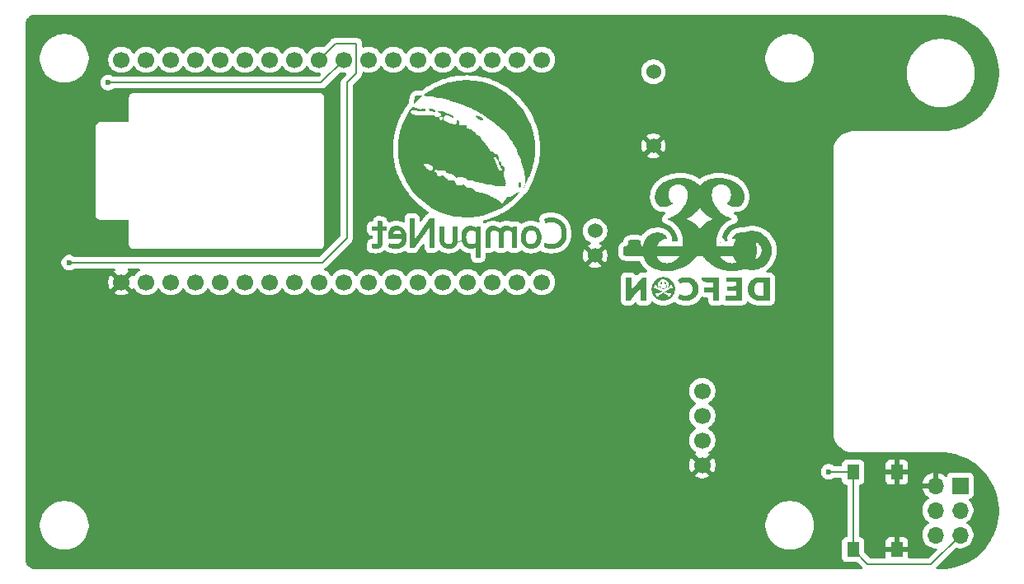
<source format=gbr>
%TF.GenerationSoftware,KiCad,Pcbnew,9.0.0*%
%TF.CreationDate,2025-03-22T20:49:06-07:00*%
%TF.ProjectId,DC33_Cnet_Badge_Main,44433333-5f43-46e6-9574-5f4261646765,rev?*%
%TF.SameCoordinates,Original*%
%TF.FileFunction,Copper,L2,Bot*%
%TF.FilePolarity,Positive*%
%FSLAX46Y46*%
G04 Gerber Fmt 4.6, Leading zero omitted, Abs format (unit mm)*
G04 Created by KiCad (PCBNEW 9.0.0) date 2025-03-22 20:49:06*
%MOMM*%
%LPD*%
G01*
G04 APERTURE LIST*
%TA.AperFunction,EtchedComponent*%
%ADD10C,0.000000*%
%TD*%
%TA.AperFunction,EtchedComponent*%
%ADD11C,0.100000*%
%TD*%
%ADD12C,0.100000*%
%TA.AperFunction,ComponentPad*%
%ADD13C,1.524000*%
%TD*%
%TA.AperFunction,ComponentPad*%
%ADD14R,1.700000X1.700000*%
%TD*%
%TA.AperFunction,ComponentPad*%
%ADD15O,1.700000X1.700000*%
%TD*%
%TA.AperFunction,ComponentPad*%
%ADD16C,1.700000*%
%TD*%
%TA.AperFunction,SMDPad,CuDef*%
%ADD17R,1.300000X1.550000*%
%TD*%
%TA.AperFunction,ViaPad*%
%ADD18C,0.600000*%
%TD*%
%TA.AperFunction,Conductor*%
%ADD19C,0.200000*%
%TD*%
G04 APERTURE END LIST*
D10*
%TA.AperFunction,EtchedComponent*%
%TO.C,REF\u002A\u002A*%
G36*
X187627501Y-80169875D02*
G01*
X187628837Y-80623987D01*
X187628410Y-80999840D01*
X187626372Y-81258367D01*
X187624795Y-81331425D01*
X187622874Y-81360496D01*
X187619181Y-81364181D01*
X187610774Y-81367535D01*
X187578158Y-81373302D01*
X187521701Y-81377901D01*
X187438078Y-81381434D01*
X187176031Y-81385710D01*
X186765418Y-81386954D01*
X185918087Y-81386954D01*
X185918087Y-81154484D01*
X185918087Y-80922014D01*
X186452545Y-80916359D01*
X186987003Y-80910704D01*
X186992963Y-80662395D01*
X186998923Y-80414086D01*
X186516713Y-80408396D01*
X186034503Y-80402706D01*
X186034503Y-80169873D01*
X186034503Y-79937040D01*
X186510753Y-79926457D01*
X186987003Y-79915874D01*
X186987003Y-79704208D01*
X186987003Y-79492541D01*
X186468420Y-79481958D01*
X185949837Y-79471375D01*
X185949837Y-79238542D01*
X185949837Y-79005709D01*
X186785920Y-79005709D01*
X187622003Y-79005709D01*
X187627501Y-80169875D01*
G37*
%TD.AperFunction*%
%TA.AperFunction,EtchedComponent*%
G36*
X185240752Y-80191042D02*
G01*
X185240756Y-81386957D01*
X184934286Y-81386957D01*
X184627815Y-81386957D01*
X184622075Y-80968915D01*
X184616335Y-80550874D01*
X184171835Y-80540291D01*
X183727335Y-80529708D01*
X183727335Y-80286291D01*
X183727335Y-80042875D01*
X184171835Y-80032292D01*
X184616335Y-80021709D01*
X184616335Y-79767709D01*
X184616335Y-79513709D01*
X184129502Y-79503126D01*
X183642669Y-79492543D01*
X183511534Y-79261109D01*
X183485409Y-79214265D01*
X183461459Y-79169883D01*
X183440176Y-79128982D01*
X183422055Y-79092583D01*
X183414335Y-79076390D01*
X183407591Y-79061705D01*
X183401884Y-79048655D01*
X183397276Y-79037368D01*
X183393830Y-79027972D01*
X183391606Y-79020593D01*
X183390667Y-79015360D01*
X183390699Y-79013588D01*
X183391075Y-79012400D01*
X183411986Y-79008929D01*
X183467774Y-79005692D01*
X183668718Y-79000199D01*
X183963384Y-78996488D01*
X184321251Y-78995125D01*
X185240752Y-78995125D01*
X185240752Y-80191042D01*
G37*
%TD.AperFunction*%
%TA.AperFunction,EtchedComponent*%
G36*
X179714603Y-79493944D02*
G01*
X179724323Y-79495080D01*
X179734161Y-79497114D01*
X179744083Y-79500081D01*
X179754051Y-79504015D01*
X179764031Y-79508954D01*
X179773987Y-79514930D01*
X179778707Y-79518177D01*
X179783180Y-79521569D01*
X179787408Y-79525104D01*
X179791388Y-79528777D01*
X179795120Y-79532585D01*
X179798604Y-79536524D01*
X179801839Y-79540592D01*
X179804825Y-79544785D01*
X179807561Y-79549098D01*
X179810046Y-79553530D01*
X179812280Y-79558076D01*
X179814262Y-79562733D01*
X179815992Y-79567498D01*
X179817469Y-79572366D01*
X179818693Y-79577336D01*
X179819663Y-79582402D01*
X179820378Y-79587562D01*
X179820838Y-79592812D01*
X179821043Y-79598150D01*
X179820991Y-79603570D01*
X179820682Y-79609070D01*
X179820116Y-79614647D01*
X179818210Y-79626016D01*
X179815267Y-79637650D01*
X179811283Y-79649521D01*
X179806254Y-79661600D01*
X179800175Y-79673862D01*
X179800176Y-79673861D01*
X179796964Y-79679276D01*
X179793346Y-79684310D01*
X179789348Y-79688965D01*
X179784994Y-79693242D01*
X179780309Y-79697143D01*
X179775318Y-79700668D01*
X179770048Y-79703819D01*
X179764523Y-79706597D01*
X179758767Y-79709003D01*
X179752808Y-79711039D01*
X179746669Y-79712706D01*
X179740375Y-79714006D01*
X179733953Y-79714938D01*
X179727427Y-79715506D01*
X179720822Y-79715710D01*
X179714164Y-79715551D01*
X179707478Y-79715031D01*
X179700788Y-79714151D01*
X179694121Y-79712912D01*
X179687501Y-79711316D01*
X179680954Y-79709363D01*
X179674504Y-79707056D01*
X179668178Y-79704395D01*
X179661999Y-79701382D01*
X179655994Y-79698017D01*
X179650188Y-79694303D01*
X179644605Y-79690240D01*
X179639271Y-79685830D01*
X179634211Y-79681074D01*
X179629451Y-79675974D01*
X179625015Y-79670530D01*
X179620929Y-79664744D01*
X179614987Y-79654838D01*
X179610096Y-79644919D01*
X179606219Y-79635022D01*
X179603321Y-79625181D01*
X179601365Y-79615431D01*
X179600316Y-79605808D01*
X179600138Y-79596347D01*
X179600795Y-79587083D01*
X179602252Y-79578051D01*
X179604472Y-79569285D01*
X179607419Y-79560822D01*
X179611059Y-79552695D01*
X179615355Y-79544941D01*
X179620270Y-79537593D01*
X179625771Y-79530688D01*
X179631820Y-79524260D01*
X179638382Y-79518345D01*
X179645420Y-79512977D01*
X179652900Y-79508191D01*
X179660786Y-79504023D01*
X179669040Y-79500507D01*
X179677629Y-79497679D01*
X179686515Y-79495573D01*
X179695664Y-79494226D01*
X179705038Y-79493671D01*
X179714603Y-79493944D01*
G37*
%TD.AperFunction*%
%TA.AperFunction,EtchedComponent*%
G36*
X179315528Y-79490269D02*
G01*
X179325619Y-79492239D01*
X179335827Y-79495268D01*
X179346120Y-79499403D01*
X179352473Y-79502526D01*
X179358539Y-79505964D01*
X179364314Y-79509701D01*
X179369794Y-79513721D01*
X179374975Y-79518006D01*
X179379852Y-79522539D01*
X179384423Y-79527306D01*
X179388683Y-79532287D01*
X179392629Y-79537468D01*
X179396255Y-79542832D01*
X179399559Y-79548361D01*
X179402536Y-79554039D01*
X179405182Y-79559850D01*
X179407494Y-79565776D01*
X179409467Y-79571802D01*
X179411098Y-79577910D01*
X179412383Y-79584085D01*
X179413317Y-79590309D01*
X179413897Y-79596565D01*
X179414118Y-79602838D01*
X179413978Y-79609110D01*
X179413471Y-79615365D01*
X179412594Y-79621586D01*
X179411343Y-79627757D01*
X179409715Y-79633861D01*
X179407704Y-79639881D01*
X179405307Y-79645800D01*
X179402521Y-79651603D01*
X179399341Y-79657272D01*
X179395763Y-79662791D01*
X179391783Y-79668143D01*
X179387398Y-79673311D01*
X179387398Y-79673312D01*
X179383068Y-79677862D01*
X179378568Y-79682141D01*
X179373908Y-79686148D01*
X179369100Y-79689882D01*
X179364156Y-79693343D01*
X179359086Y-79696530D01*
X179353902Y-79699443D01*
X179348615Y-79702082D01*
X179343237Y-79704445D01*
X179337778Y-79706532D01*
X179332251Y-79708343D01*
X179326666Y-79709877D01*
X179321036Y-79711133D01*
X179315370Y-79712112D01*
X179309681Y-79712811D01*
X179303980Y-79713232D01*
X179298278Y-79713372D01*
X179292586Y-79713233D01*
X179286916Y-79712812D01*
X179281279Y-79712110D01*
X179275687Y-79711126D01*
X179270151Y-79709859D01*
X179264682Y-79708310D01*
X179259291Y-79706476D01*
X179253990Y-79704359D01*
X179248790Y-79701956D01*
X179243703Y-79699268D01*
X179238739Y-79696295D01*
X179233910Y-79693035D01*
X179229228Y-79689488D01*
X179224704Y-79685653D01*
X179220348Y-79681530D01*
X179212862Y-79673331D01*
X179206439Y-79664821D01*
X179201045Y-79656049D01*
X179196649Y-79647060D01*
X179193218Y-79637902D01*
X179190719Y-79628623D01*
X179189119Y-79619270D01*
X179188387Y-79609890D01*
X179188489Y-79600529D01*
X179189392Y-79591237D01*
X179191065Y-79582058D01*
X179193474Y-79573042D01*
X179196588Y-79564234D01*
X179200372Y-79555683D01*
X179204795Y-79547435D01*
X179209825Y-79539538D01*
X179215428Y-79532039D01*
X179221572Y-79524984D01*
X179228224Y-79518423D01*
X179235352Y-79512400D01*
X179242923Y-79506965D01*
X179250904Y-79502163D01*
X179259263Y-79498043D01*
X179267968Y-79494651D01*
X179276985Y-79492034D01*
X179286282Y-79490241D01*
X179295827Y-79489317D01*
X179305586Y-79489311D01*
X179315528Y-79490269D01*
G37*
%TD.AperFunction*%
%TA.AperFunction,EtchedComponent*%
G36*
X185335250Y-75417998D02*
G01*
X185335773Y-75418080D01*
X185336323Y-75418215D01*
X185336897Y-75418402D01*
X185338113Y-75418926D01*
X185339411Y-75419640D01*
X185340779Y-75420534D01*
X185342206Y-75421598D01*
X185343680Y-75422819D01*
X185345189Y-75424188D01*
X185346723Y-75425693D01*
X185348269Y-75427323D01*
X185349817Y-75429069D01*
X185351354Y-75430918D01*
X185352870Y-75432860D01*
X185354352Y-75434885D01*
X185355789Y-75436981D01*
X185357170Y-75439137D01*
X185357811Y-75440222D01*
X185358386Y-75441294D01*
X185358896Y-75442350D01*
X185359340Y-75443389D01*
X185359720Y-75444411D01*
X185360037Y-75445414D01*
X185360290Y-75446396D01*
X185360480Y-75447356D01*
X185360609Y-75448293D01*
X185360676Y-75449206D01*
X185360683Y-75450092D01*
X185360629Y-75450951D01*
X185360515Y-75451781D01*
X185360343Y-75452582D01*
X185360112Y-75453351D01*
X185359824Y-75454087D01*
X185359478Y-75454789D01*
X185359075Y-75455455D01*
X185358617Y-75456085D01*
X185358103Y-75456677D01*
X185357535Y-75457229D01*
X185356912Y-75457740D01*
X185356236Y-75458209D01*
X185355506Y-75458634D01*
X185354724Y-75459015D01*
X185353891Y-75459349D01*
X185353006Y-75459635D01*
X185352071Y-75459872D01*
X185351085Y-75460059D01*
X185350050Y-75460195D01*
X185348967Y-75460277D01*
X185347835Y-75460304D01*
X185346686Y-75460277D01*
X185345552Y-75460195D01*
X185344433Y-75460059D01*
X185343333Y-75459872D01*
X185342250Y-75459635D01*
X185341189Y-75459349D01*
X185340149Y-75459015D01*
X185339132Y-75458634D01*
X185338140Y-75458209D01*
X185337174Y-75457740D01*
X185336235Y-75457229D01*
X185335325Y-75456677D01*
X185334446Y-75456085D01*
X185333598Y-75455455D01*
X185332784Y-75454789D01*
X185332005Y-75454087D01*
X185331261Y-75453351D01*
X185330555Y-75452582D01*
X185329888Y-75451781D01*
X185329262Y-75450951D01*
X185328677Y-75450092D01*
X185328136Y-75449206D01*
X185327639Y-75448293D01*
X185327189Y-75447356D01*
X185326786Y-75446396D01*
X185326432Y-75445414D01*
X185326129Y-75444411D01*
X185325877Y-75443389D01*
X185325679Y-75442350D01*
X185325536Y-75441294D01*
X185325449Y-75440222D01*
X185325420Y-75439137D01*
X185325432Y-75438052D01*
X185325468Y-75436981D01*
X185325528Y-75435925D01*
X185325610Y-75434885D01*
X185325715Y-75433863D01*
X185325842Y-75432860D01*
X185325989Y-75431878D01*
X185326157Y-75430918D01*
X185326344Y-75429981D01*
X185326551Y-75429069D01*
X185326777Y-75428182D01*
X185327020Y-75427323D01*
X185327281Y-75426493D01*
X185327559Y-75425693D01*
X185327853Y-75424924D01*
X185328163Y-75424188D01*
X185328487Y-75423486D01*
X185328826Y-75422819D01*
X185329179Y-75422189D01*
X185329546Y-75421598D01*
X185329925Y-75421045D01*
X185330315Y-75420534D01*
X185330718Y-75420065D01*
X185331131Y-75419640D01*
X185331554Y-75419260D01*
X185331987Y-75418926D01*
X185332430Y-75418639D01*
X185332880Y-75418402D01*
X185333339Y-75418215D01*
X185333804Y-75418080D01*
X185334277Y-75417998D01*
X185334755Y-75417970D01*
X185335250Y-75417998D01*
G37*
%TD.AperFunction*%
%TA.AperFunction,EtchedComponent*%
G36*
X177790087Y-80190348D02*
G01*
X177790087Y-81386958D01*
X177504336Y-81386958D01*
X177218586Y-81386958D01*
X177218586Y-80762542D01*
X177218549Y-80659805D01*
X177218408Y-80568942D01*
X177218120Y-80489228D01*
X177217644Y-80419943D01*
X177217321Y-80388985D01*
X177216935Y-80360363D01*
X177216481Y-80333986D01*
X177215952Y-80309765D01*
X177215343Y-80287610D01*
X177214650Y-80267429D01*
X177213866Y-80249132D01*
X177212987Y-80232630D01*
X177212007Y-80217832D01*
X177210921Y-80204647D01*
X177209723Y-80192986D01*
X177208408Y-80182757D01*
X177206970Y-80173872D01*
X177206204Y-80169904D01*
X177205405Y-80166238D01*
X177204573Y-80162863D01*
X177203706Y-80159767D01*
X177202806Y-80156939D01*
X177201869Y-80154367D01*
X177200897Y-80152041D01*
X177199889Y-80149949D01*
X177198843Y-80148080D01*
X177197759Y-80146422D01*
X177196636Y-80144965D01*
X177195474Y-80143696D01*
X177194272Y-80142605D01*
X177193029Y-80141681D01*
X177191746Y-80140911D01*
X177190420Y-80140285D01*
X177189051Y-80139792D01*
X177187639Y-80139420D01*
X177186183Y-80139157D01*
X177184682Y-80138994D01*
X177181544Y-80138917D01*
X177179563Y-80139065D01*
X177177442Y-80139422D01*
X177172808Y-80140746D01*
X177167694Y-80142846D01*
X177162152Y-80145680D01*
X177156233Y-80149206D01*
X177149989Y-80153381D01*
X177143471Y-80158162D01*
X177136731Y-80163509D01*
X177129821Y-80169377D01*
X177122791Y-80175726D01*
X177115695Y-80182511D01*
X177108582Y-80189692D01*
X177101505Y-80197226D01*
X177094515Y-80205070D01*
X177087664Y-80213183D01*
X177081003Y-80221521D01*
X176984261Y-80343067D01*
X176851774Y-80505413D01*
X176537133Y-80883903D01*
X176252226Y-81219794D01*
X176156905Y-81328889D01*
X176112198Y-81375883D01*
X176105526Y-81379838D01*
X176097221Y-81383552D01*
X176076171Y-81390255D01*
X176049958Y-81395985D01*
X176019496Y-81400736D01*
X175985696Y-81404502D01*
X175949471Y-81407276D01*
X175911732Y-81409052D01*
X175873392Y-81409824D01*
X175835363Y-81409585D01*
X175798558Y-81408329D01*
X175763888Y-81406049D01*
X175732266Y-81402740D01*
X175704603Y-81398394D01*
X175681813Y-81393006D01*
X175672529Y-81389919D01*
X175664806Y-81386569D01*
X175658757Y-81382955D01*
X175654496Y-81379076D01*
X175648476Y-81356507D01*
X175643442Y-81303005D01*
X175636154Y-81094044D01*
X175632275Y-80733883D01*
X175631449Y-80204207D01*
X175632818Y-79756810D01*
X175635763Y-79385680D01*
X175639850Y-79129450D01*
X175642187Y-79056496D01*
X175644647Y-79026756D01*
X175647055Y-79022135D01*
X175650686Y-79017965D01*
X175655737Y-79014225D01*
X175662405Y-79010894D01*
X175670887Y-79007950D01*
X175681381Y-79005373D01*
X175694082Y-79003142D01*
X175709189Y-79001234D01*
X175747405Y-78998309D01*
X175797607Y-78996428D01*
X175861369Y-78995423D01*
X175940269Y-78995125D01*
X176223755Y-78995125D01*
X176223755Y-79630125D01*
X176223997Y-79813748D01*
X176224340Y-79890928D01*
X176224864Y-79959064D01*
X176225597Y-80018689D01*
X176226564Y-80070335D01*
X176227791Y-80114535D01*
X176229305Y-80151821D01*
X176231132Y-80182726D01*
X176232171Y-80195952D01*
X176233297Y-80207782D01*
X176234515Y-80218284D01*
X176235827Y-80227523D01*
X176237238Y-80235566D01*
X176238749Y-80242480D01*
X176240364Y-80248331D01*
X176242087Y-80253186D01*
X176243920Y-80257112D01*
X176245868Y-80260174D01*
X176247933Y-80262440D01*
X176250118Y-80263976D01*
X176252427Y-80264849D01*
X176254864Y-80265125D01*
X176260705Y-80261859D01*
X176271627Y-80252273D01*
X176307590Y-80215438D01*
X176360513Y-80157202D01*
X176428154Y-80080149D01*
X176598634Y-79879921D01*
X176801105Y-79635417D01*
X177316236Y-79005709D01*
X177553162Y-78999724D01*
X177790087Y-78993738D01*
X177790087Y-80190348D01*
G37*
%TD.AperFunction*%
%TA.AperFunction,EtchedComponent*%
G36*
X190465107Y-80638856D02*
G01*
X190464507Y-81018524D01*
X190462214Y-81279990D01*
X190460487Y-81354058D01*
X190458404Y-81383770D01*
X190453376Y-81387793D01*
X190441792Y-81391430D01*
X190400580Y-81397572D01*
X190257366Y-81405544D01*
X190054769Y-81408168D01*
X189818798Y-81405926D01*
X189575462Y-81399298D01*
X189350767Y-81388766D01*
X189170723Y-81374812D01*
X189105572Y-81366702D01*
X189061337Y-81357916D01*
X188980160Y-81332736D01*
X188902504Y-81303415D01*
X188828438Y-81270023D01*
X188758032Y-81232633D01*
X188691354Y-81191316D01*
X188628475Y-81146142D01*
X188569463Y-81097183D01*
X188514387Y-81044509D01*
X188463318Y-80988194D01*
X188416325Y-80928306D01*
X188373476Y-80864919D01*
X188334841Y-80798102D01*
X188300491Y-80727928D01*
X188270492Y-80654466D01*
X188244917Y-80577790D01*
X188223833Y-80497969D01*
X188216549Y-80461930D01*
X188210471Y-80422418D01*
X188205585Y-80379959D01*
X188201874Y-80335081D01*
X188199324Y-80288310D01*
X188197921Y-80240172D01*
X188197674Y-80195832D01*
X188838713Y-80195832D01*
X188839587Y-80241370D01*
X188841993Y-80286206D01*
X188845948Y-80329815D01*
X188851467Y-80371675D01*
X188858568Y-80411263D01*
X188867265Y-80448057D01*
X188877574Y-80481532D01*
X188892462Y-80521187D01*
X188908447Y-80558464D01*
X188925604Y-80593433D01*
X188944008Y-80626164D01*
X188963734Y-80656729D01*
X188984857Y-80685199D01*
X189007452Y-80711643D01*
X189031594Y-80736134D01*
X189057358Y-80758740D01*
X189084819Y-80779534D01*
X189114051Y-80798586D01*
X189145130Y-80815967D01*
X189178131Y-80831748D01*
X189213129Y-80845998D01*
X189250198Y-80858790D01*
X189289413Y-80870193D01*
X189289413Y-80870194D01*
X189313601Y-80875584D01*
X189343402Y-80880519D01*
X189377870Y-80884971D01*
X189416058Y-80888912D01*
X189499806Y-80895147D01*
X189587072Y-80898996D01*
X189670280Y-80900235D01*
X189741855Y-80898637D01*
X189770913Y-80896704D01*
X189794223Y-80893977D01*
X189810837Y-80890427D01*
X189816338Y-80888335D01*
X189819809Y-80886027D01*
X189822644Y-80869174D01*
X189825288Y-80826355D01*
X189829775Y-80674316D01*
X189832807Y-80452906D01*
X189833920Y-80185125D01*
X189833920Y-79498333D01*
X189542878Y-79507150D01*
X189459545Y-79510036D01*
X189423613Y-79511624D01*
X189391124Y-79513364D01*
X189361794Y-79515294D01*
X189335336Y-79517457D01*
X189311466Y-79519892D01*
X189289899Y-79522641D01*
X189270350Y-79525743D01*
X189252533Y-79529240D01*
X189236163Y-79533171D01*
X189220956Y-79537578D01*
X189206627Y-79542501D01*
X189192889Y-79547980D01*
X189179459Y-79554057D01*
X189166050Y-79560771D01*
X189145179Y-79572262D01*
X189124685Y-79584726D01*
X189104603Y-79598125D01*
X189084968Y-79612422D01*
X189065817Y-79627582D01*
X189047184Y-79643566D01*
X189029105Y-79660338D01*
X189011616Y-79677861D01*
X188994751Y-79696098D01*
X188978548Y-79715012D01*
X188963040Y-79734566D01*
X188948264Y-79754723D01*
X188934254Y-79775447D01*
X188921047Y-79796700D01*
X188908678Y-79818445D01*
X188897182Y-79840646D01*
X188884982Y-79868977D01*
X188874170Y-79901312D01*
X188864762Y-79937127D01*
X188856776Y-79975901D01*
X188850226Y-80017109D01*
X188845129Y-80060229D01*
X188841500Y-80104739D01*
X188839356Y-80150114D01*
X188838713Y-80195832D01*
X188197674Y-80195832D01*
X188197648Y-80191194D01*
X188198492Y-80141903D01*
X188200437Y-80092824D01*
X188203469Y-80044485D01*
X188207572Y-79997413D01*
X188212732Y-79952132D01*
X188218933Y-79909171D01*
X188226161Y-79869056D01*
X188234401Y-79832313D01*
X188243638Y-79799469D01*
X188264104Y-79740193D01*
X188287437Y-79682397D01*
X188313524Y-79626211D01*
X188342249Y-79571765D01*
X188373501Y-79519189D01*
X188407165Y-79468614D01*
X188443129Y-79420170D01*
X188481278Y-79373987D01*
X188521500Y-79330196D01*
X188563681Y-79288925D01*
X188607708Y-79250307D01*
X188653466Y-79214470D01*
X188700843Y-79181546D01*
X188749726Y-79151664D01*
X188800000Y-79124954D01*
X188851553Y-79101547D01*
X188932694Y-79070937D01*
X188974120Y-79057992D01*
X189017060Y-79046528D01*
X189062222Y-79036479D01*
X189110313Y-79027776D01*
X189162041Y-79020350D01*
X189218114Y-79014134D01*
X189346123Y-79005057D01*
X189500000Y-79000000D01*
X189685407Y-78998418D01*
X189908003Y-78999765D01*
X190458337Y-79005719D01*
X190463834Y-80180470D01*
X190463847Y-80185125D01*
X190465107Y-80638856D01*
G37*
%TD.AperFunction*%
%TA.AperFunction,EtchedComponent*%
G36*
X179895040Y-79778410D02*
G01*
X179901299Y-79778788D01*
X179906749Y-79779517D01*
X179909180Y-79780038D01*
X179911421Y-79780677D01*
X179913475Y-79781445D01*
X179915346Y-79782350D01*
X179917038Y-79783404D01*
X179918554Y-79784616D01*
X179919899Y-79785997D01*
X179921075Y-79787556D01*
X179922088Y-79789304D01*
X179922941Y-79791251D01*
X179923637Y-79793406D01*
X179924181Y-79795781D01*
X179924576Y-79798385D01*
X179924827Y-79801227D01*
X179924908Y-79807671D01*
X179924455Y-79815193D01*
X179923499Y-79823874D01*
X179922070Y-79833795D01*
X179920198Y-79845035D01*
X179917915Y-79857678D01*
X179912544Y-79882737D01*
X179905849Y-79907168D01*
X179897851Y-79930946D01*
X179888569Y-79954043D01*
X179878024Y-79976432D01*
X179866236Y-79998087D01*
X179853226Y-80018979D01*
X179839013Y-80039083D01*
X179823618Y-80058372D01*
X179807061Y-80076817D01*
X179789363Y-80094394D01*
X179770543Y-80111074D01*
X179750623Y-80126830D01*
X179729621Y-80141636D01*
X179707559Y-80155465D01*
X179684456Y-80168290D01*
X179684457Y-80168291D01*
X179665613Y-80176933D01*
X179644945Y-80184254D01*
X179622702Y-80190263D01*
X179599135Y-80194971D01*
X179574496Y-80198386D01*
X179549035Y-80200520D01*
X179523002Y-80201381D01*
X179496649Y-80200979D01*
X179470227Y-80199324D01*
X179443985Y-80196427D01*
X179418176Y-80192296D01*
X179393049Y-80186941D01*
X179368856Y-80180373D01*
X179345847Y-80172601D01*
X179324273Y-80163635D01*
X179304384Y-80153484D01*
X179285673Y-80141994D01*
X179267235Y-80128932D01*
X179249168Y-80114435D01*
X179231572Y-80098638D01*
X179214542Y-80081680D01*
X179198179Y-80063698D01*
X179182580Y-80044828D01*
X179167842Y-80025208D01*
X179154064Y-80004974D01*
X179141345Y-79984264D01*
X179129781Y-79963215D01*
X179119472Y-79941963D01*
X179110515Y-79920647D01*
X179103008Y-79899402D01*
X179097049Y-79878367D01*
X179092737Y-79857678D01*
X179090698Y-79845215D01*
X179089047Y-79834107D01*
X179087811Y-79824278D01*
X179087359Y-79819819D01*
X179087021Y-79815652D01*
X179086801Y-79811766D01*
X179086703Y-79808153D01*
X179086730Y-79804803D01*
X179086887Y-79801705D01*
X179087176Y-79798852D01*
X179087601Y-79796232D01*
X179088167Y-79793838D01*
X179088875Y-79791658D01*
X179089730Y-79789685D01*
X179090736Y-79787907D01*
X179091896Y-79786316D01*
X179093214Y-79784903D01*
X179094693Y-79783657D01*
X179096337Y-79782569D01*
X179098149Y-79781630D01*
X179100133Y-79780830D01*
X179102293Y-79780160D01*
X179104632Y-79779610D01*
X179107154Y-79779171D01*
X179109862Y-79778833D01*
X179112760Y-79778587D01*
X179115851Y-79778422D01*
X179122628Y-79778302D01*
X179128883Y-79778469D01*
X179134538Y-79778998D01*
X179139621Y-79779934D01*
X179141956Y-79780569D01*
X179144159Y-79781322D01*
X179146232Y-79782198D01*
X179148179Y-79783204D01*
X179150003Y-79784345D01*
X179151708Y-79785627D01*
X179153296Y-79787054D01*
X179154772Y-79788633D01*
X179156139Y-79790368D01*
X179157400Y-79792267D01*
X179158558Y-79794333D01*
X179159617Y-79796573D01*
X179160580Y-79798992D01*
X179161451Y-79801596D01*
X179162929Y-79807379D01*
X179164078Y-79813968D01*
X179164924Y-79821405D01*
X179165496Y-79829737D01*
X179165819Y-79839005D01*
X179165920Y-79849256D01*
X179166379Y-79864016D01*
X179167740Y-79878593D01*
X179169980Y-79892971D01*
X179173077Y-79907128D01*
X179177007Y-79921048D01*
X179181749Y-79934710D01*
X179187279Y-79948096D01*
X179193574Y-79961187D01*
X179200613Y-79973965D01*
X179208371Y-79986411D01*
X179216827Y-79998505D01*
X179225957Y-80010229D01*
X179235739Y-80021564D01*
X179246151Y-80032492D01*
X179257168Y-80042993D01*
X179268769Y-80053049D01*
X179280931Y-80062640D01*
X179293630Y-80071749D01*
X179306845Y-80080356D01*
X179320552Y-80088442D01*
X179334730Y-80095989D01*
X179349354Y-80102978D01*
X179364402Y-80109390D01*
X179379851Y-80115206D01*
X179395680Y-80120407D01*
X179411864Y-80124974D01*
X179428382Y-80128890D01*
X179445210Y-80132134D01*
X179462325Y-80134688D01*
X179479706Y-80136534D01*
X179497328Y-80137652D01*
X179515170Y-80138024D01*
X179531850Y-80137633D01*
X179548332Y-80136488D01*
X179564595Y-80134607D01*
X179580618Y-80132012D01*
X179596378Y-80128720D01*
X179611853Y-80124750D01*
X179627023Y-80120123D01*
X179641865Y-80114858D01*
X179656357Y-80108973D01*
X179670478Y-80102488D01*
X179684206Y-80095423D01*
X179697519Y-80087797D01*
X179710395Y-80079628D01*
X179722813Y-80070936D01*
X179734752Y-80061742D01*
X179746188Y-80052063D01*
X179757101Y-80041919D01*
X179767468Y-80031329D01*
X179777268Y-80020313D01*
X179786480Y-80008891D01*
X179795081Y-79997080D01*
X179803050Y-79984901D01*
X179810364Y-79972373D01*
X179817003Y-79959515D01*
X179822944Y-79946347D01*
X179828166Y-79932887D01*
X179832647Y-79919156D01*
X179836365Y-79905172D01*
X179839299Y-79890954D01*
X179841426Y-79876522D01*
X179842725Y-79861896D01*
X179843174Y-79847094D01*
X179843289Y-79837115D01*
X179843627Y-79828099D01*
X179844219Y-79820001D01*
X179844619Y-79816283D01*
X179845093Y-79812777D01*
X179845644Y-79809480D01*
X179846276Y-79806384D01*
X179846993Y-79803486D01*
X179847798Y-79800778D01*
X179848695Y-79798256D01*
X179849688Y-79795914D01*
X179850779Y-79793747D01*
X179851973Y-79791749D01*
X179853273Y-79789915D01*
X179854683Y-79788238D01*
X179856206Y-79786715D01*
X179857846Y-79785339D01*
X179859606Y-79784104D01*
X179861491Y-79783005D01*
X179863503Y-79782038D01*
X179865646Y-79781195D01*
X179867924Y-79780472D01*
X179870340Y-79779864D01*
X179872898Y-79779364D01*
X179875602Y-79778967D01*
X179878454Y-79778668D01*
X179881460Y-79778461D01*
X179887942Y-79778302D01*
X179895040Y-79778410D01*
G37*
%TD.AperFunction*%
%TA.AperFunction,EtchedComponent*%
G36*
X181894666Y-78995599D02*
G01*
X181943515Y-78997020D01*
X181990279Y-78999452D01*
X182035188Y-79002947D01*
X182078470Y-79007556D01*
X182120355Y-79013332D01*
X182161072Y-79020327D01*
X182200850Y-79028592D01*
X182239917Y-79038178D01*
X182278504Y-79049139D01*
X182316840Y-79061526D01*
X182355153Y-79075391D01*
X182393673Y-79090786D01*
X182432628Y-79107762D01*
X182472249Y-79126371D01*
X182512764Y-79146666D01*
X182593007Y-79192185D01*
X182668572Y-79243417D01*
X182739265Y-79299982D01*
X182804892Y-79361502D01*
X182865260Y-79427599D01*
X182920175Y-79497893D01*
X182969445Y-79572007D01*
X183012875Y-79649560D01*
X183050272Y-79730176D01*
X183081442Y-79813474D01*
X183106192Y-79899077D01*
X183124329Y-79986605D01*
X183135659Y-80075681D01*
X183139988Y-80165925D01*
X183137123Y-80256958D01*
X183126870Y-80348403D01*
X183118592Y-80398189D01*
X183109280Y-80445944D01*
X183098861Y-80491823D01*
X183087263Y-80535985D01*
X183074412Y-80578584D01*
X183060237Y-80619778D01*
X183044664Y-80659723D01*
X183027621Y-80698576D01*
X183009035Y-80736492D01*
X182988834Y-80773629D01*
X182966945Y-80810143D01*
X182943296Y-80846190D01*
X182917813Y-80881927D01*
X182890425Y-80917511D01*
X182861058Y-80953097D01*
X182829641Y-80988843D01*
X182791547Y-81029254D01*
X182752329Y-81067532D01*
X182711969Y-81103688D01*
X182670449Y-81137730D01*
X182627755Y-81169667D01*
X182583867Y-81199507D01*
X182538771Y-81227260D01*
X182492448Y-81252935D01*
X182444881Y-81276540D01*
X182396055Y-81298084D01*
X182345951Y-81317577D01*
X182294554Y-81335026D01*
X182241845Y-81350441D01*
X182187809Y-81363831D01*
X182132428Y-81375204D01*
X182075685Y-81384570D01*
X182075685Y-81384568D01*
X182010008Y-81392929D01*
X181944966Y-81398797D01*
X181880614Y-81402182D01*
X181817001Y-81403090D01*
X181754180Y-81401533D01*
X181692204Y-81397518D01*
X181631125Y-81391054D01*
X181570993Y-81382150D01*
X181511863Y-81370816D01*
X181453785Y-81357059D01*
X181396811Y-81340889D01*
X181340995Y-81322314D01*
X181286387Y-81301344D01*
X181233040Y-81277987D01*
X181181006Y-81252251D01*
X181130338Y-81224147D01*
X181115764Y-81215445D01*
X181102070Y-81206938D01*
X181089265Y-81198635D01*
X181077356Y-81190544D01*
X181066353Y-81182671D01*
X181056263Y-81175024D01*
X181047094Y-81167611D01*
X181038856Y-81160439D01*
X181031556Y-81153515D01*
X181025202Y-81146848D01*
X181022382Y-81143613D01*
X181019803Y-81140445D01*
X181017464Y-81137344D01*
X181015367Y-81134313D01*
X181013513Y-81131351D01*
X181011902Y-81128459D01*
X181010537Y-81125639D01*
X181009417Y-81122892D01*
X181008545Y-81120218D01*
X181007920Y-81117618D01*
X181007545Y-81115094D01*
X181007420Y-81112646D01*
X181007897Y-81107246D01*
X181009292Y-81100540D01*
X181014620Y-81083588D01*
X181022973Y-81062541D01*
X181033918Y-81038154D01*
X181047025Y-81011178D01*
X181061860Y-80982366D01*
X181094990Y-80922249D01*
X181129855Y-80863824D01*
X181146858Y-80837128D01*
X181162999Y-80813114D01*
X181177846Y-80792534D01*
X181190968Y-80776141D01*
X181201933Y-80764689D01*
X181206471Y-80761050D01*
X181210308Y-80758929D01*
X181213839Y-80758116D01*
X181218628Y-80757869D01*
X181224593Y-80758165D01*
X181231651Y-80758983D01*
X181239719Y-80760300D01*
X181248715Y-80762096D01*
X181269158Y-80767035D01*
X181292321Y-80773624D01*
X181317541Y-80781688D01*
X181344157Y-80791053D01*
X181371509Y-80801543D01*
X181409765Y-80816311D01*
X181447431Y-80829779D01*
X181484513Y-80841950D01*
X181521018Y-80852823D01*
X181556952Y-80862400D01*
X181592322Y-80870682D01*
X181627134Y-80877670D01*
X181661395Y-80883365D01*
X181695111Y-80887768D01*
X181728288Y-80890880D01*
X181760933Y-80892701D01*
X181793053Y-80893234D01*
X181824654Y-80892479D01*
X181855742Y-80890437D01*
X181886324Y-80887108D01*
X181916407Y-80882495D01*
X181983289Y-80868481D01*
X182046343Y-80850697D01*
X182076423Y-80840404D01*
X182105532Y-80829185D01*
X182133665Y-80817045D01*
X182160817Y-80803988D01*
X182186984Y-80790020D01*
X182212161Y-80775147D01*
X182236343Y-80759373D01*
X182259526Y-80742704D01*
X182281704Y-80725145D01*
X182302874Y-80706700D01*
X182323030Y-80687377D01*
X182342168Y-80667178D01*
X182360282Y-80646111D01*
X182377369Y-80624180D01*
X182393424Y-80601390D01*
X182408441Y-80577746D01*
X182422416Y-80553255D01*
X182435345Y-80527920D01*
X182447222Y-80501747D01*
X182458043Y-80474742D01*
X182467803Y-80446910D01*
X182476498Y-80418255D01*
X182484123Y-80388783D01*
X182490672Y-80358500D01*
X182496142Y-80327410D01*
X182500528Y-80295520D01*
X182506027Y-80229355D01*
X182507504Y-80187647D01*
X182507699Y-80148233D01*
X182506547Y-80110916D01*
X182503985Y-80075503D01*
X182499945Y-80041797D01*
X182494366Y-80009604D01*
X182487180Y-79978728D01*
X182478324Y-79948974D01*
X182467732Y-79920148D01*
X182455341Y-79892053D01*
X182441085Y-79864496D01*
X182424899Y-79837280D01*
X182406719Y-79810210D01*
X182386479Y-79783093D01*
X182364116Y-79755731D01*
X182339563Y-79727930D01*
X182310751Y-79697389D01*
X182282613Y-79669708D01*
X182254831Y-79644764D01*
X182227082Y-79622435D01*
X182199046Y-79602597D01*
X182170403Y-79585129D01*
X182140832Y-79569906D01*
X182110011Y-79556807D01*
X182077621Y-79545709D01*
X182043341Y-79536488D01*
X182006850Y-79529023D01*
X181967827Y-79523190D01*
X181925951Y-79518866D01*
X181880903Y-79515929D01*
X181832360Y-79514257D01*
X181780004Y-79513725D01*
X181700363Y-79513984D01*
X181666992Y-79514593D01*
X181636884Y-79515776D01*
X181609258Y-79517721D01*
X181583339Y-79520619D01*
X181558345Y-79524660D01*
X181533501Y-79530032D01*
X181508026Y-79536927D01*
X181481143Y-79545534D01*
X181452073Y-79556042D01*
X181420038Y-79568641D01*
X181343958Y-79600872D01*
X181246677Y-79643746D01*
X181245125Y-79644169D01*
X181243392Y-79644147D01*
X181239397Y-79642789D01*
X181234721Y-79639714D01*
X181229391Y-79634962D01*
X181223435Y-79628574D01*
X181216881Y-79620592D01*
X181209755Y-79611055D01*
X181202086Y-79600006D01*
X181185227Y-79573534D01*
X181166526Y-79541503D01*
X181146203Y-79504242D01*
X181124477Y-79462077D01*
X181027604Y-79269192D01*
X181086304Y-79214621D01*
X181116279Y-79188750D01*
X181148872Y-79164411D01*
X181184017Y-79141624D01*
X181221648Y-79120407D01*
X181261701Y-79100779D01*
X181304110Y-79082759D01*
X181348811Y-79066365D01*
X181395738Y-79051617D01*
X181444827Y-79038533D01*
X181496013Y-79027133D01*
X181549229Y-79017435D01*
X181604412Y-79009458D01*
X181661495Y-79003221D01*
X181720415Y-78998742D01*
X181781106Y-78996041D01*
X181843503Y-78995136D01*
X181894666Y-78995599D01*
G37*
%TD.AperFunction*%
%TA.AperFunction,EtchedComponent*%
G36*
X180709404Y-80124416D02*
G01*
X180710605Y-80192300D01*
X180707934Y-80259921D01*
X180701468Y-80327120D01*
X180691283Y-80393737D01*
X180677458Y-80459613D01*
X180660068Y-80524588D01*
X180639192Y-80588502D01*
X180614906Y-80651196D01*
X180587287Y-80712511D01*
X180579144Y-80728277D01*
X180556413Y-80772286D01*
X180522359Y-80830362D01*
X180485205Y-80886579D01*
X180445026Y-80940779D01*
X180401900Y-80992801D01*
X180355903Y-81042486D01*
X180307114Y-81089673D01*
X180255608Y-81134205D01*
X180201464Y-81175921D01*
X180144757Y-81214661D01*
X180085566Y-81250266D01*
X180023967Y-81282576D01*
X179960038Y-81311432D01*
X179893855Y-81336674D01*
X179825495Y-81358143D01*
X179755036Y-81375678D01*
X179755037Y-81375678D01*
X179682153Y-81389046D01*
X179608860Y-81397677D01*
X179535390Y-81401637D01*
X179461974Y-81400994D01*
X179388842Y-81395815D01*
X179316225Y-81386169D01*
X179244354Y-81372122D01*
X179173460Y-81353741D01*
X179103775Y-81331094D01*
X179035527Y-81304249D01*
X178968950Y-81273273D01*
X178904273Y-81238232D01*
X178841727Y-81199196D01*
X178781543Y-81156230D01*
X178723952Y-81109402D01*
X178669186Y-81058780D01*
X178627529Y-81016065D01*
X178588490Y-80972572D01*
X178552046Y-80928254D01*
X178518175Y-80883059D01*
X178486855Y-80836940D01*
X178458063Y-80789848D01*
X178431777Y-80741732D01*
X178407976Y-80692544D01*
X178386635Y-80642236D01*
X178367734Y-80590756D01*
X178351250Y-80538058D01*
X178337161Y-80484091D01*
X178325444Y-80428806D01*
X178316077Y-80372154D01*
X178309038Y-80314086D01*
X178304304Y-80254553D01*
X178302153Y-80174368D01*
X178305210Y-80095632D01*
X178306647Y-80081913D01*
X178511757Y-80081913D01*
X178511767Y-80088333D01*
X178512079Y-80094710D01*
X178512699Y-80101022D01*
X178513630Y-80107244D01*
X178514879Y-80113355D01*
X178516450Y-80119332D01*
X178518346Y-80125152D01*
X178520574Y-80130791D01*
X178523137Y-80136228D01*
X178526040Y-80141439D01*
X178529288Y-80146401D01*
X178532886Y-80151092D01*
X178536815Y-80155413D01*
X178541079Y-80159267D01*
X178545742Y-80162662D01*
X178550866Y-80165605D01*
X178556514Y-80168106D01*
X178562750Y-80170170D01*
X178569635Y-80171808D01*
X178577234Y-80173026D01*
X178585610Y-80173833D01*
X178594824Y-80174236D01*
X178604941Y-80174244D01*
X178616023Y-80173865D01*
X178628134Y-80173106D01*
X178641335Y-80171975D01*
X178671264Y-80168632D01*
X178708111Y-80164536D01*
X178724222Y-80163485D01*
X178739413Y-80163310D01*
X178754152Y-80164171D01*
X178768905Y-80166226D01*
X178784139Y-80169636D01*
X178800320Y-80174559D01*
X178817916Y-80181154D01*
X178837393Y-80189580D01*
X178859218Y-80199998D01*
X178883858Y-80212565D01*
X178943449Y-80244785D01*
X179019900Y-80287515D01*
X179057942Y-80308825D01*
X179091928Y-80327670D01*
X179122171Y-80344166D01*
X179148982Y-80358429D01*
X179172675Y-80370574D01*
X179193562Y-80380719D01*
X179203051Y-80385077D01*
X179211956Y-80388977D01*
X179220315Y-80392436D01*
X179228169Y-80395466D01*
X179235555Y-80398083D01*
X179242514Y-80400301D01*
X179249083Y-80402135D01*
X179255303Y-80403598D01*
X179261212Y-80404706D01*
X179266849Y-80405473D01*
X179272254Y-80405913D01*
X179277465Y-80406042D01*
X179282522Y-80405872D01*
X179287463Y-80405419D01*
X179292328Y-80404698D01*
X179297156Y-80403722D01*
X179301986Y-80402507D01*
X179306856Y-80401067D01*
X179316876Y-80397568D01*
X179324035Y-80394971D01*
X179330884Y-80392702D01*
X179337416Y-80390760D01*
X179343624Y-80389146D01*
X179349500Y-80387860D01*
X179355038Y-80386902D01*
X179357678Y-80386546D01*
X179360230Y-80386272D01*
X179362694Y-80386080D01*
X179365069Y-80385971D01*
X179367354Y-80385944D01*
X179369547Y-80385999D01*
X179371649Y-80386136D01*
X179373658Y-80386356D01*
X179375573Y-80386658D01*
X179377394Y-80387042D01*
X179379119Y-80387508D01*
X179380748Y-80388057D01*
X179382280Y-80388689D01*
X179383713Y-80389403D01*
X179385047Y-80390199D01*
X179386281Y-80391078D01*
X179387414Y-80392039D01*
X179388445Y-80393083D01*
X179389374Y-80394209D01*
X179390199Y-80395418D01*
X179395777Y-80403387D01*
X179397784Y-80406651D01*
X179398760Y-80409802D01*
X179398324Y-80413116D01*
X179396094Y-80416868D01*
X179391688Y-80421334D01*
X179384725Y-80426789D01*
X179374823Y-80433510D01*
X179361601Y-80441770D01*
X179323668Y-80464014D01*
X179191162Y-80539110D01*
X179127893Y-80574674D01*
X179101495Y-80589128D01*
X179078051Y-80601533D01*
X179057156Y-80612015D01*
X179038409Y-80620699D01*
X179021405Y-80627713D01*
X179013432Y-80630633D01*
X179005743Y-80633182D01*
X178998288Y-80635377D01*
X178991017Y-80637233D01*
X178983880Y-80638766D01*
X178976827Y-80639992D01*
X178969806Y-80640927D01*
X178962767Y-80641585D01*
X178955661Y-80641985D01*
X178948436Y-80642140D01*
X178933429Y-80641781D01*
X178917344Y-80640635D01*
X178899778Y-80638829D01*
X178880327Y-80636489D01*
X178861611Y-80634210D01*
X178844948Y-80632350D01*
X178830168Y-80630953D01*
X178823431Y-80630443D01*
X178817100Y-80630064D01*
X178811155Y-80629824D01*
X178805574Y-80629727D01*
X178800337Y-80629779D01*
X178795421Y-80629986D01*
X178790805Y-80630353D01*
X178786468Y-80630885D01*
X178782390Y-80631589D01*
X178778548Y-80632470D01*
X178774921Y-80633533D01*
X178771488Y-80634783D01*
X178768227Y-80636227D01*
X178765118Y-80637870D01*
X178762140Y-80639717D01*
X178759270Y-80641775D01*
X178756487Y-80644048D01*
X178753771Y-80646542D01*
X178751100Y-80649262D01*
X178748452Y-80652215D01*
X178745807Y-80655405D01*
X178743143Y-80658839D01*
X178737673Y-80666458D01*
X178731873Y-80675116D01*
X178728345Y-80680776D01*
X178725168Y-80686446D01*
X178722342Y-80692120D01*
X178719864Y-80697795D01*
X178717733Y-80703465D01*
X178715948Y-80709125D01*
X178714506Y-80714770D01*
X178713405Y-80720396D01*
X178712646Y-80725998D01*
X178712225Y-80731570D01*
X178712141Y-80737108D01*
X178712392Y-80742607D01*
X178712978Y-80748063D01*
X178713896Y-80753469D01*
X178715145Y-80758822D01*
X178716722Y-80764117D01*
X178718628Y-80769348D01*
X178720859Y-80774511D01*
X178723414Y-80779601D01*
X178726292Y-80784613D01*
X178729491Y-80789542D01*
X178733009Y-80794383D01*
X178736845Y-80799131D01*
X178740998Y-80803782D01*
X178745464Y-80808331D01*
X178750244Y-80812773D01*
X178755335Y-80817102D01*
X178760736Y-80821314D01*
X178766445Y-80825405D01*
X178772461Y-80829368D01*
X178778781Y-80833201D01*
X178785405Y-80836896D01*
X178790192Y-80839713D01*
X178794724Y-80842896D01*
X178798994Y-80846430D01*
X178802995Y-80850302D01*
X178806719Y-80854497D01*
X178810158Y-80859001D01*
X178813305Y-80863798D01*
X178816153Y-80868875D01*
X178818693Y-80874217D01*
X178820919Y-80879810D01*
X178822824Y-80885638D01*
X178824398Y-80891688D01*
X178825636Y-80897945D01*
X178826530Y-80904395D01*
X178827071Y-80911023D01*
X178827253Y-80917814D01*
X178827385Y-80923908D01*
X178827772Y-80930089D01*
X178828400Y-80936314D01*
X178829258Y-80942542D01*
X178830331Y-80948728D01*
X178831606Y-80954829D01*
X178833072Y-80960803D01*
X178834715Y-80966607D01*
X178836521Y-80972197D01*
X178838477Y-80977531D01*
X178840572Y-80982565D01*
X178842791Y-80987257D01*
X178845122Y-80991563D01*
X178847551Y-80995440D01*
X178850066Y-80998846D01*
X178852653Y-81001737D01*
X178852654Y-81001742D01*
X178855428Y-81004322D01*
X178858440Y-81006765D01*
X178861675Y-81009068D01*
X178865120Y-81011232D01*
X178872580Y-81015134D01*
X178880705Y-81018464D01*
X178889381Y-81021214D01*
X178898491Y-81023375D01*
X178907921Y-81024942D01*
X178917557Y-81025904D01*
X178927282Y-81026256D01*
X178936983Y-81025988D01*
X178946544Y-81025093D01*
X178955850Y-81023563D01*
X178964787Y-81021391D01*
X178973239Y-81018569D01*
X178977247Y-81016911D01*
X178981091Y-81015088D01*
X178984756Y-81013099D01*
X178988229Y-81010942D01*
X178990741Y-81008959D01*
X178993438Y-81006250D01*
X178996295Y-81002862D01*
X178999286Y-80998843D01*
X179002387Y-80994239D01*
X179005573Y-80989098D01*
X179008820Y-80983467D01*
X179012101Y-80977395D01*
X179018672Y-80964112D01*
X179025086Y-80949629D01*
X179031145Y-80934324D01*
X179033979Y-80926481D01*
X179036651Y-80918575D01*
X179039389Y-80910590D01*
X179042419Y-80902515D01*
X179045709Y-80894404D01*
X179049230Y-80886314D01*
X179052948Y-80878299D01*
X179056832Y-80870415D01*
X179060852Y-80862716D01*
X179064976Y-80855258D01*
X179069171Y-80848096D01*
X179073408Y-80841286D01*
X179077654Y-80834882D01*
X179081878Y-80828940D01*
X179086049Y-80823515D01*
X179090134Y-80818663D01*
X179094104Y-80814437D01*
X179097926Y-80810894D01*
X179116344Y-80798311D01*
X179155054Y-80774233D01*
X179283806Y-80697232D01*
X179452425Y-80598574D01*
X179560993Y-80598574D01*
X179734037Y-80698385D01*
X179765434Y-80716775D01*
X179794266Y-80734265D01*
X179820606Y-80750925D01*
X179844531Y-80766828D01*
X179866113Y-80782045D01*
X179885428Y-80796646D01*
X179902550Y-80810703D01*
X179910312Y-80817550D01*
X179917554Y-80824287D01*
X179924285Y-80830925D01*
X179930514Y-80837471D01*
X179936250Y-80843934D01*
X179941504Y-80850324D01*
X179946284Y-80856649D01*
X179950599Y-80862918D01*
X179954459Y-80869140D01*
X179957873Y-80875325D01*
X179960851Y-80881480D01*
X179963401Y-80887615D01*
X179965534Y-80893739D01*
X179967258Y-80899861D01*
X179968583Y-80905989D01*
X179969517Y-80912132D01*
X179970071Y-80918300D01*
X179970254Y-80924502D01*
X179970426Y-80928353D01*
X179970933Y-80932434D01*
X179971756Y-80936711D01*
X179972878Y-80941147D01*
X179974283Y-80945707D01*
X179975954Y-80950356D01*
X179977873Y-80955057D01*
X179980024Y-80959775D01*
X179982389Y-80964475D01*
X179984951Y-80969122D01*
X179987694Y-80973678D01*
X179990600Y-80978110D01*
X179993652Y-80982381D01*
X179996833Y-80986456D01*
X180000127Y-80990299D01*
X180003515Y-80993875D01*
X180003515Y-80993876D01*
X180010447Y-81000216D01*
X180017726Y-81005760D01*
X180025310Y-81010529D01*
X180033156Y-81014544D01*
X180041224Y-81017825D01*
X180049470Y-81020392D01*
X180057853Y-81022266D01*
X180066331Y-81023467D01*
X180074862Y-81024016D01*
X180083403Y-81023933D01*
X180091913Y-81023238D01*
X180100350Y-81021953D01*
X180108671Y-81020097D01*
X180116835Y-81017691D01*
X180124800Y-81014755D01*
X180132523Y-81011310D01*
X180139963Y-81007377D01*
X180147077Y-81002975D01*
X180153824Y-80998125D01*
X180160161Y-80992848D01*
X180166046Y-80987164D01*
X180171439Y-80981094D01*
X180176295Y-80974657D01*
X180180574Y-80967875D01*
X180184233Y-80960768D01*
X180187231Y-80953357D01*
X180189525Y-80945661D01*
X180191073Y-80937701D01*
X180191833Y-80929498D01*
X180191764Y-80921072D01*
X180190823Y-80912444D01*
X180188968Y-80903633D01*
X180188489Y-80901481D01*
X180188164Y-80899282D01*
X180187991Y-80897036D01*
X180187970Y-80894745D01*
X180188100Y-80892412D01*
X180188379Y-80890038D01*
X180188805Y-80887625D01*
X180189379Y-80885174D01*
X180190099Y-80882688D01*
X180190963Y-80880168D01*
X180193121Y-80875033D01*
X180195843Y-80869784D01*
X180199120Y-80864434D01*
X180202944Y-80858997D01*
X180207304Y-80853489D01*
X180212193Y-80847922D01*
X180217599Y-80842310D01*
X180223515Y-80836669D01*
X180229931Y-80831011D01*
X180236837Y-80825351D01*
X180244225Y-80819702D01*
X180250970Y-80814575D01*
X180257331Y-80809452D01*
X180263307Y-80804334D01*
X180268898Y-80799221D01*
X180274104Y-80794113D01*
X180278925Y-80789010D01*
X180283361Y-80783913D01*
X180287412Y-80778822D01*
X180291078Y-80773737D01*
X180294359Y-80768658D01*
X180297255Y-80763585D01*
X180299766Y-80758519D01*
X180301891Y-80753460D01*
X180303632Y-80748408D01*
X180304987Y-80743364D01*
X180305956Y-80738327D01*
X180306541Y-80733298D01*
X180306740Y-80728277D01*
X180306554Y-80723264D01*
X180305982Y-80718259D01*
X180305025Y-80713263D01*
X180303682Y-80708277D01*
X180301954Y-80703299D01*
X180299841Y-80698330D01*
X180297341Y-80693372D01*
X180294456Y-80688422D01*
X180291186Y-80683483D01*
X180287529Y-80678555D01*
X180283487Y-80673636D01*
X180279060Y-80668729D01*
X180274246Y-80663832D01*
X180269047Y-80658946D01*
X180263092Y-80653834D01*
X180257096Y-80649279D01*
X180250973Y-80645272D01*
X180244640Y-80641798D01*
X180238011Y-80638845D01*
X180231000Y-80636400D01*
X180223523Y-80634452D01*
X180215495Y-80632987D01*
X180206831Y-80631994D01*
X180197445Y-80631459D01*
X180187254Y-80631370D01*
X180176171Y-80631715D01*
X180164112Y-80632480D01*
X180150992Y-80633655D01*
X180136725Y-80635225D01*
X180121227Y-80637179D01*
X180103561Y-80639413D01*
X180087491Y-80641149D01*
X180072756Y-80642319D01*
X180059096Y-80642853D01*
X180046252Y-80642682D01*
X180033963Y-80641740D01*
X180021970Y-80639956D01*
X180010012Y-80637262D01*
X179997830Y-80633590D01*
X179985162Y-80628871D01*
X179971750Y-80623037D01*
X179957333Y-80616019D01*
X179941652Y-80607748D01*
X179924445Y-80598156D01*
X179884418Y-80574734D01*
X179858238Y-80559316D01*
X179833249Y-80544936D01*
X179810037Y-80531910D01*
X179789189Y-80520551D01*
X179771294Y-80511174D01*
X179756938Y-80504093D01*
X179751271Y-80501512D01*
X179746709Y-80499623D01*
X179743326Y-80498466D01*
X179741195Y-80498079D01*
X179739302Y-80498350D01*
X179736618Y-80499125D01*
X179729077Y-80502081D01*
X179718970Y-80506741D01*
X179706697Y-80512899D01*
X179692655Y-80520348D01*
X179677245Y-80528882D01*
X179660866Y-80538295D01*
X179643915Y-80548380D01*
X179560993Y-80598574D01*
X179452425Y-80598574D01*
X179465090Y-80591164D01*
X179679811Y-80467303D01*
X180225452Y-80154579D01*
X180337776Y-80168615D01*
X180358556Y-80171039D01*
X180377277Y-80172802D01*
X180394089Y-80173835D01*
X180401826Y-80174054D01*
X180409141Y-80174065D01*
X180416054Y-80173857D01*
X180422582Y-80173422D01*
X180428746Y-80172752D01*
X180434562Y-80171836D01*
X180440051Y-80170667D01*
X180445230Y-80169236D01*
X180450118Y-80167533D01*
X180454735Y-80165550D01*
X180459098Y-80163279D01*
X180463226Y-80160709D01*
X180467138Y-80157833D01*
X180470853Y-80154642D01*
X180474389Y-80151126D01*
X180477764Y-80147277D01*
X180480999Y-80143086D01*
X180484110Y-80138544D01*
X180487118Y-80133643D01*
X180490039Y-80128373D01*
X180492894Y-80122726D01*
X180495701Y-80116693D01*
X180501245Y-80103432D01*
X180506820Y-80088521D01*
X180507668Y-80085944D01*
X180508371Y-80083354D01*
X180508928Y-80080750D01*
X180509338Y-80078128D01*
X180509600Y-80075488D01*
X180509713Y-80072828D01*
X180509677Y-80070145D01*
X180509490Y-80067437D01*
X180509150Y-80064703D01*
X180508658Y-80061941D01*
X180507212Y-80056324D01*
X180505142Y-80050570D01*
X180502442Y-80044664D01*
X180499103Y-80038590D01*
X180495117Y-80032333D01*
X180490477Y-80025877D01*
X180485175Y-80019206D01*
X180479203Y-80012306D01*
X180472553Y-80005160D01*
X180465218Y-79997754D01*
X180457189Y-79990071D01*
X180450282Y-79983371D01*
X180443668Y-79976458D01*
X180437367Y-79969370D01*
X180431399Y-79962144D01*
X180425788Y-79954818D01*
X180420553Y-79947428D01*
X180415716Y-79940011D01*
X180411298Y-79932606D01*
X180407320Y-79925249D01*
X180403804Y-79917978D01*
X180400770Y-79910830D01*
X180398241Y-79903843D01*
X180396237Y-79897053D01*
X180394779Y-79890498D01*
X180393889Y-79884215D01*
X180393587Y-79878242D01*
X180393453Y-79871968D01*
X180393053Y-79865879D01*
X180392391Y-79859977D01*
X180391470Y-79854265D01*
X180390292Y-79848746D01*
X180388862Y-79843421D01*
X180387183Y-79838295D01*
X180385257Y-79833369D01*
X180383089Y-79828645D01*
X180380681Y-79824128D01*
X180378037Y-79819818D01*
X180375159Y-79815719D01*
X180372052Y-79811834D01*
X180368719Y-79808165D01*
X180365162Y-79804715D01*
X180361385Y-79801486D01*
X180357392Y-79798481D01*
X180353185Y-79795703D01*
X180348768Y-79793154D01*
X180344144Y-79790837D01*
X180339317Y-79788754D01*
X180334289Y-79786908D01*
X180329065Y-79785303D01*
X180323646Y-79783939D01*
X180318037Y-79782821D01*
X180312241Y-79781950D01*
X180306261Y-79781329D01*
X180300100Y-79780961D01*
X180293762Y-79780849D01*
X180287250Y-79780995D01*
X180280567Y-79781401D01*
X180273716Y-79782071D01*
X180265022Y-79783275D01*
X180257014Y-79784836D01*
X180249629Y-79786819D01*
X180242806Y-79789292D01*
X180236485Y-79792322D01*
X180233493Y-79794067D01*
X180230603Y-79795976D01*
X180227808Y-79798058D01*
X180225100Y-79800320D01*
X180222471Y-79802772D01*
X180219914Y-79805422D01*
X180214983Y-79811347D01*
X180210247Y-79818164D01*
X180205644Y-79825938D01*
X180201113Y-79834738D01*
X180196592Y-79844629D01*
X180192020Y-79855678D01*
X180187336Y-79867953D01*
X180182478Y-79881520D01*
X180178325Y-79892782D01*
X180173822Y-79903763D01*
X180168974Y-79914456D01*
X180163785Y-79924856D01*
X180158260Y-79934956D01*
X180152404Y-79944749D01*
X180146221Y-79954229D01*
X180139717Y-79963389D01*
X180132897Y-79972224D01*
X180125764Y-79980726D01*
X180118324Y-79988889D01*
X180110582Y-79996707D01*
X180102542Y-80004173D01*
X180094210Y-80011281D01*
X180085589Y-80018023D01*
X180076685Y-80024395D01*
X180058955Y-80036380D01*
X180043314Y-80046620D01*
X180029709Y-80055085D01*
X180018089Y-80061748D01*
X180008402Y-80066582D01*
X180004266Y-80068304D01*
X180000594Y-80069558D01*
X179997380Y-80070340D01*
X179994615Y-80070648D01*
X179992296Y-80070477D01*
X179990413Y-80069825D01*
X179988962Y-80068687D01*
X179987935Y-80067060D01*
X179987327Y-80064941D01*
X179987130Y-80062326D01*
X179987338Y-80059211D01*
X179987945Y-80055594D01*
X179988944Y-80051471D01*
X179990329Y-80046837D01*
X179994229Y-80036027D01*
X179999594Y-80023136D01*
X180006371Y-80008136D01*
X180014508Y-79990998D01*
X180024421Y-79967977D01*
X180032970Y-79942957D01*
X180040158Y-79916211D01*
X180045985Y-79888012D01*
X180050456Y-79858632D01*
X180053572Y-79828345D01*
X180055335Y-79797424D01*
X180055748Y-79766141D01*
X180054812Y-79734771D01*
X180052531Y-79703584D01*
X180048907Y-79672855D01*
X180043941Y-79642857D01*
X180037636Y-79613862D01*
X180029995Y-79586144D01*
X180021019Y-79559974D01*
X180010711Y-79535628D01*
X179998142Y-79510935D01*
X179983852Y-79486568D01*
X179967964Y-79462635D01*
X179950601Y-79439244D01*
X179931886Y-79416502D01*
X179911943Y-79394517D01*
X179890896Y-79373396D01*
X179868866Y-79353247D01*
X179845979Y-79334179D01*
X179822356Y-79316298D01*
X179798121Y-79299711D01*
X179773399Y-79284528D01*
X179748311Y-79270855D01*
X179722981Y-79258801D01*
X179697533Y-79248472D01*
X179672090Y-79239976D01*
X179646823Y-79232677D01*
X179623293Y-79226350D01*
X179601251Y-79220995D01*
X179580450Y-79216612D01*
X179560645Y-79213200D01*
X179541587Y-79210760D01*
X179523030Y-79209291D01*
X179504728Y-79208794D01*
X179486433Y-79209267D01*
X179467898Y-79210711D01*
X179448877Y-79213126D01*
X179429123Y-79216511D01*
X179408388Y-79220867D01*
X179386427Y-79226192D01*
X179362991Y-79232488D01*
X179337835Y-79239754D01*
X179309978Y-79248954D01*
X179282921Y-79259733D01*
X179256695Y-79272023D01*
X179231332Y-79285758D01*
X179206861Y-79300871D01*
X179183314Y-79317294D01*
X179160721Y-79334960D01*
X179139113Y-79353803D01*
X179118522Y-79373756D01*
X179098976Y-79394750D01*
X179080508Y-79416720D01*
X179063148Y-79439598D01*
X179046927Y-79463318D01*
X179031876Y-79487812D01*
X179018025Y-79513013D01*
X179005405Y-79538854D01*
X178994047Y-79565269D01*
X178983982Y-79592189D01*
X178975240Y-79619549D01*
X178967852Y-79647281D01*
X178961849Y-79675317D01*
X178957262Y-79703592D01*
X178954121Y-79732038D01*
X178952457Y-79760588D01*
X178952302Y-79789174D01*
X178953685Y-79817731D01*
X178956637Y-79846190D01*
X178961190Y-79874485D01*
X178967374Y-79902549D01*
X178975219Y-79930315D01*
X178984757Y-79957716D01*
X178996018Y-79984684D01*
X179004163Y-80002950D01*
X179010942Y-80018955D01*
X179016302Y-80032732D01*
X179020189Y-80044316D01*
X179021564Y-80049296D01*
X179022550Y-80053740D01*
X179023142Y-80057652D01*
X179023332Y-80061037D01*
X179023114Y-80063898D01*
X179022481Y-80066240D01*
X179021426Y-80068068D01*
X179019943Y-80069384D01*
X179018024Y-80070194D01*
X179015664Y-80070501D01*
X179012856Y-80070311D01*
X179009592Y-80069626D01*
X179005866Y-80068451D01*
X179001672Y-80066791D01*
X178991852Y-80062030D01*
X178980077Y-80055376D01*
X178966295Y-80046864D01*
X178950450Y-80036525D01*
X178932491Y-80024395D01*
X178923587Y-80018023D01*
X178914967Y-80011281D01*
X178906634Y-80004173D01*
X178898594Y-79996707D01*
X178890852Y-79988889D01*
X178883412Y-79980726D01*
X178876279Y-79972224D01*
X178869459Y-79963389D01*
X178862955Y-79954229D01*
X178856772Y-79944749D01*
X178850916Y-79934956D01*
X178845391Y-79924856D01*
X178840202Y-79914456D01*
X178835354Y-79903763D01*
X178830851Y-79892782D01*
X178826698Y-79881520D01*
X178821840Y-79867953D01*
X178817156Y-79855679D01*
X178812584Y-79844629D01*
X178808063Y-79834738D01*
X178805802Y-79830206D01*
X178803532Y-79825939D01*
X178801243Y-79821927D01*
X178798929Y-79818164D01*
X178796581Y-79814640D01*
X178794193Y-79811347D01*
X178791755Y-79808277D01*
X178789262Y-79805422D01*
X178786705Y-79802772D01*
X178784076Y-79800320D01*
X178781368Y-79798057D01*
X178778573Y-79795976D01*
X178775683Y-79794067D01*
X178772691Y-79792322D01*
X178769589Y-79790733D01*
X178766370Y-79789292D01*
X178763025Y-79787990D01*
X178759547Y-79786819D01*
X178755929Y-79785770D01*
X178752162Y-79784836D01*
X178744153Y-79783275D01*
X178735459Y-79782071D01*
X178728223Y-79781360D01*
X178721203Y-79780924D01*
X178714401Y-79780764D01*
X178707817Y-79780878D01*
X178701452Y-79781266D01*
X178695307Y-79781926D01*
X178689382Y-79782859D01*
X178683680Y-79784064D01*
X178678200Y-79785538D01*
X178672944Y-79787283D01*
X178667912Y-79789296D01*
X178663105Y-79791578D01*
X178658524Y-79794127D01*
X178654170Y-79796943D01*
X178650044Y-79800024D01*
X178646146Y-79803370D01*
X178642478Y-79806981D01*
X178639041Y-79810855D01*
X178635834Y-79814991D01*
X178632860Y-79819389D01*
X178630119Y-79824048D01*
X178627611Y-79828968D01*
X178625339Y-79834147D01*
X178623302Y-79839584D01*
X178621501Y-79845279D01*
X178619937Y-79851232D01*
X178618612Y-79857440D01*
X178617526Y-79863904D01*
X178616679Y-79870622D01*
X178616074Y-79877595D01*
X178615710Y-79884820D01*
X178615588Y-79892298D01*
X178615436Y-79901125D01*
X178614971Y-79909388D01*
X178614617Y-79913314D01*
X178614179Y-79917109D01*
X178613656Y-79920775D01*
X178613047Y-79924316D01*
X178612349Y-79927733D01*
X178611560Y-79931031D01*
X178610680Y-79934213D01*
X178609707Y-79937282D01*
X178608638Y-79940240D01*
X178607472Y-79943091D01*
X178606207Y-79945839D01*
X178604842Y-79948485D01*
X178603375Y-79951034D01*
X178601804Y-79953488D01*
X178600128Y-79955851D01*
X178598344Y-79958126D01*
X178596452Y-79960315D01*
X178594449Y-79962422D01*
X178592334Y-79964450D01*
X178590105Y-79966403D01*
X178587760Y-79968282D01*
X178585297Y-79970092D01*
X178582716Y-79971835D01*
X178580014Y-79973516D01*
X178577189Y-79975135D01*
X178574240Y-79976698D01*
X178571166Y-79978206D01*
X178567964Y-79979664D01*
X178562898Y-79982146D01*
X178558042Y-79985042D01*
X178553400Y-79988330D01*
X178548977Y-79991985D01*
X178544777Y-79995986D01*
X178540804Y-80000310D01*
X178537065Y-80004933D01*
X178533563Y-80009833D01*
X178530303Y-80014987D01*
X178527290Y-80020372D01*
X178524528Y-80025966D01*
X178522023Y-80031745D01*
X178519778Y-80037686D01*
X178517798Y-80043768D01*
X178514654Y-80056259D01*
X178512628Y-80069035D01*
X178511757Y-80081913D01*
X178306647Y-80081913D01*
X178313294Y-80018478D01*
X178326229Y-79943036D01*
X178343836Y-79869438D01*
X178365935Y-79797814D01*
X178392349Y-79728296D01*
X178422898Y-79661014D01*
X178457405Y-79596101D01*
X178495691Y-79533687D01*
X178537578Y-79473904D01*
X178582886Y-79416881D01*
X178631438Y-79362752D01*
X178683054Y-79311646D01*
X178737557Y-79263695D01*
X178794767Y-79219030D01*
X178854507Y-79177782D01*
X178916598Y-79140082D01*
X178980861Y-79106062D01*
X179047118Y-79075852D01*
X179115190Y-79049584D01*
X179184899Y-79027389D01*
X179256066Y-79009398D01*
X179328512Y-78995742D01*
X179402060Y-78986552D01*
X179476530Y-78981960D01*
X179551745Y-78982096D01*
X179627525Y-78987092D01*
X179703693Y-78997078D01*
X179780069Y-79012187D01*
X179856475Y-79032549D01*
X179932733Y-79058294D01*
X179982201Y-79078401D01*
X180031282Y-79101499D01*
X180079813Y-79127440D01*
X180127628Y-79156074D01*
X180174565Y-79187250D01*
X180220460Y-79220821D01*
X180265150Y-79256635D01*
X180308470Y-79294545D01*
X180350257Y-79334399D01*
X180390348Y-79376049D01*
X180428578Y-79419344D01*
X180464784Y-79464136D01*
X180498802Y-79510275D01*
X180530469Y-79557612D01*
X180559621Y-79605996D01*
X180586094Y-79655278D01*
X180616560Y-79720533D01*
X180642614Y-79786642D01*
X180664333Y-79853445D01*
X180681795Y-79920784D01*
X180695076Y-79988498D01*
X180704253Y-80056429D01*
X180705495Y-80072828D01*
X180709404Y-80124416D01*
G37*
%TD.AperFunction*%
%TA.AperFunction,EtchedComponent*%
G36*
X186530015Y-73036213D02*
G01*
X186499728Y-73046598D01*
X186467560Y-73058802D01*
X186433755Y-73072694D01*
X186398555Y-73088142D01*
X186324948Y-73123176D01*
X186248691Y-73162849D01*
X186171734Y-73206104D01*
X186096027Y-73251887D01*
X186023521Y-73299141D01*
X185989078Y-73322990D01*
X185956166Y-73346811D01*
X185923464Y-73371959D01*
X185888927Y-73400219D01*
X185852903Y-73431232D01*
X185815734Y-73464636D01*
X185777768Y-73500072D01*
X185739348Y-73537180D01*
X185662527Y-73614971D01*
X185588034Y-73695126D01*
X185518629Y-73774764D01*
X185486697Y-73813488D01*
X185457072Y-73851003D01*
X185430099Y-73886949D01*
X185406123Y-73920963D01*
X185367005Y-73980867D01*
X185329250Y-74043301D01*
X185292932Y-74108060D01*
X185258127Y-74174942D01*
X185224909Y-74243741D01*
X185193354Y-74314254D01*
X185163535Y-74386275D01*
X185135528Y-74459601D01*
X185109407Y-74534027D01*
X185085248Y-74609349D01*
X185063126Y-74685363D01*
X185043114Y-74761864D01*
X185025289Y-74838648D01*
X185009724Y-74915511D01*
X184996495Y-74992248D01*
X184985677Y-75068656D01*
X184980832Y-75113360D01*
X184976842Y-75162916D01*
X184971349Y-75272532D01*
X184969041Y-75389408D01*
X184969763Y-75505447D01*
X184973357Y-75612554D01*
X184976182Y-75660227D01*
X184979666Y-75702631D01*
X184983791Y-75738753D01*
X184988535Y-75767583D01*
X184993881Y-75788106D01*
X184996772Y-75794937D01*
X184999807Y-75799313D01*
X185005708Y-75801799D01*
X185018195Y-75804093D01*
X185062624Y-75808093D01*
X185227174Y-75813710D01*
X185488593Y-75816072D01*
X185842017Y-75815088D01*
X186662909Y-75809543D01*
X186710780Y-75661376D01*
X186731403Y-75600589D01*
X186754109Y-75539255D01*
X186778567Y-75478117D01*
X186804445Y-75417919D01*
X186831413Y-75359406D01*
X186859139Y-75303319D01*
X186887293Y-75250404D01*
X186915543Y-75201404D01*
X186920338Y-75193308D01*
X186924899Y-75185340D01*
X186929206Y-75177544D01*
X186933241Y-75169966D01*
X186936982Y-75162653D01*
X186940412Y-75155648D01*
X186943511Y-75148998D01*
X186946259Y-75142748D01*
X186948638Y-75136945D01*
X186950627Y-75131632D01*
X186952208Y-75126856D01*
X186953361Y-75122663D01*
X186954066Y-75119097D01*
X186954245Y-75117564D01*
X186954305Y-75116205D01*
X186954243Y-75115026D01*
X186954058Y-75114032D01*
X186953746Y-75113229D01*
X186953305Y-75112623D01*
X186949333Y-75110047D01*
X186942188Y-75106940D01*
X186919563Y-75099412D01*
X186887799Y-75090598D01*
X186849264Y-75081057D01*
X186806327Y-75071350D01*
X186761358Y-75062036D01*
X186716724Y-75053675D01*
X186674795Y-75046826D01*
X186657611Y-75043831D01*
X186642585Y-75040183D01*
X186635875Y-75038071D01*
X186629698Y-75035745D01*
X186624051Y-75033188D01*
X186618933Y-75030384D01*
X186614342Y-75027315D01*
X186610274Y-75023964D01*
X186606729Y-75020316D01*
X186603704Y-75016352D01*
X186601196Y-75012057D01*
X186599204Y-75007412D01*
X186597726Y-75002402D01*
X186596759Y-74997010D01*
X186596301Y-74991219D01*
X186596350Y-74985011D01*
X186596904Y-74978371D01*
X186597961Y-74971281D01*
X186599518Y-74963724D01*
X186601574Y-74955684D01*
X186607173Y-74938087D01*
X186614740Y-74918354D01*
X186624258Y-74896351D01*
X186635710Y-74871943D01*
X186649078Y-74844996D01*
X186680355Y-74788007D01*
X186714364Y-74735295D01*
X186751306Y-74686762D01*
X186791383Y-74642312D01*
X186834797Y-74601847D01*
X186881749Y-74565270D01*
X186932442Y-74532484D01*
X186987076Y-74503393D01*
X187045853Y-74477898D01*
X187108976Y-74455904D01*
X187176645Y-74437312D01*
X187249063Y-74422026D01*
X187326431Y-74409949D01*
X187408951Y-74400984D01*
X187496825Y-74395033D01*
X187590254Y-74392000D01*
X187664254Y-74390323D01*
X187727204Y-74387797D01*
X187755143Y-74386136D01*
X187781049Y-74384166D01*
X187805166Y-74381856D01*
X187827736Y-74379174D01*
X187849004Y-74376088D01*
X187869212Y-74372565D01*
X187888604Y-74368574D01*
X187907423Y-74364083D01*
X187925913Y-74359059D01*
X187944316Y-74353471D01*
X187962876Y-74347286D01*
X187981837Y-74340473D01*
X188053171Y-74316032D01*
X188126916Y-74294666D01*
X188202765Y-74276380D01*
X188280412Y-74261178D01*
X188359553Y-74249066D01*
X188439881Y-74240047D01*
X188521092Y-74234128D01*
X188602879Y-74231311D01*
X188684936Y-74231602D01*
X188766959Y-74235007D01*
X188848642Y-74241528D01*
X188929678Y-74251172D01*
X189009763Y-74263943D01*
X189088591Y-74279845D01*
X189165857Y-74298884D01*
X189241253Y-74321063D01*
X189363424Y-74364461D01*
X189481749Y-74415253D01*
X189595967Y-74473161D01*
X189705815Y-74537908D01*
X189811032Y-74609214D01*
X189911355Y-74686804D01*
X190006521Y-74770398D01*
X190096269Y-74859720D01*
X190180337Y-74954492D01*
X190258461Y-75054435D01*
X190330381Y-75159273D01*
X190395833Y-75268727D01*
X190454556Y-75382520D01*
X190506287Y-75500374D01*
X190550764Y-75622011D01*
X190587725Y-75747153D01*
X190601652Y-75804989D01*
X190613725Y-75864578D01*
X190623945Y-75925665D01*
X190632312Y-75987994D01*
X190638826Y-76051310D01*
X190643486Y-76115356D01*
X190646292Y-76179878D01*
X190647245Y-76244619D01*
X190646959Y-76265164D01*
X190646344Y-76309324D01*
X190643589Y-76373737D01*
X190638980Y-76437602D01*
X190632517Y-76500664D01*
X190624200Y-76562667D01*
X190614028Y-76623356D01*
X190602002Y-76682474D01*
X190588122Y-76739766D01*
X190548836Y-76871294D01*
X190501382Y-76998762D01*
X190446048Y-77121881D01*
X190383125Y-77240360D01*
X190312903Y-77353906D01*
X190235669Y-77462230D01*
X190220477Y-77480834D01*
X190151714Y-77565041D01*
X190061328Y-77662047D01*
X189964799Y-77752957D01*
X189862418Y-77837480D01*
X189754473Y-77915326D01*
X189641254Y-77986204D01*
X189523050Y-78049822D01*
X189400152Y-78105889D01*
X189272847Y-78154115D01*
X189141427Y-78194208D01*
X189093140Y-78206056D01*
X189041536Y-78216556D01*
X188987088Y-78225696D01*
X188930267Y-78233466D01*
X188871545Y-78239855D01*
X188811395Y-78244851D01*
X188750288Y-78248442D01*
X188688696Y-78250619D01*
X188627092Y-78251369D01*
X188565948Y-78250681D01*
X188505736Y-78248545D01*
X188446927Y-78244948D01*
X188389994Y-78239880D01*
X188335409Y-78233329D01*
X188283644Y-78225285D01*
X188235171Y-78215736D01*
X188195333Y-78206670D01*
X188155390Y-78197078D01*
X188116414Y-78187253D01*
X188079479Y-78177484D01*
X188045658Y-78168063D01*
X188016023Y-78159280D01*
X187991647Y-78151428D01*
X187973603Y-78144796D01*
X187961935Y-78140209D01*
X187950946Y-78136358D01*
X187940334Y-78133287D01*
X187929796Y-78131038D01*
X187919030Y-78129654D01*
X187907734Y-78129178D01*
X187895606Y-78129654D01*
X187882342Y-78131124D01*
X187867642Y-78133632D01*
X187851202Y-78137220D01*
X187832720Y-78141931D01*
X187811894Y-78147808D01*
X187762000Y-78163234D01*
X187699102Y-78183841D01*
X187613416Y-78211042D01*
X187527208Y-78235895D01*
X187440265Y-78258448D01*
X187352371Y-78278745D01*
X187263313Y-78296835D01*
X187172875Y-78312763D01*
X187080843Y-78326577D01*
X186987004Y-78338322D01*
X186987004Y-78338332D01*
X186885538Y-78346319D01*
X186761759Y-78350530D01*
X186622909Y-78351178D01*
X186476228Y-78348472D01*
X186328958Y-78342624D01*
X186188339Y-78333844D01*
X186061614Y-78322344D01*
X185956024Y-78308333D01*
X185822022Y-78283859D01*
X185689824Y-78254716D01*
X185559465Y-78220922D01*
X185430976Y-78182493D01*
X185304394Y-78139446D01*
X185179751Y-78091798D01*
X185057082Y-78039564D01*
X184936420Y-77982763D01*
X184817800Y-77921411D01*
X184701254Y-77855524D01*
X184586818Y-77785119D01*
X184474525Y-77710213D01*
X184364409Y-77630823D01*
X184256503Y-77546966D01*
X184150843Y-77458658D01*
X184047461Y-77365915D01*
X184009006Y-77328385D01*
X183965453Y-77282638D01*
X183917689Y-77229723D01*
X183866606Y-77170687D01*
X183813094Y-77106578D01*
X183758043Y-77038446D01*
X183702343Y-76967337D01*
X183646885Y-76894301D01*
X183621164Y-76859882D01*
X185371744Y-76859882D01*
X185372230Y-76863941D01*
X185374826Y-76872760D01*
X185379483Y-76882553D01*
X185386074Y-76893371D01*
X185394474Y-76905264D01*
X185404555Y-76918282D01*
X185429255Y-76947891D01*
X185493266Y-77022811D01*
X185530211Y-77065118D01*
X185569879Y-77106603D01*
X185612048Y-77147127D01*
X185656499Y-77186552D01*
X185703010Y-77224739D01*
X185751362Y-77261549D01*
X185801335Y-77296843D01*
X185852708Y-77330482D01*
X185905260Y-77362328D01*
X185958772Y-77392242D01*
X186013024Y-77420084D01*
X186067794Y-77445717D01*
X186122863Y-77469001D01*
X186178010Y-77489798D01*
X186233016Y-77507969D01*
X186287659Y-77523374D01*
X186287659Y-77523375D01*
X186319869Y-77530652D01*
X186355587Y-77536923D01*
X186394275Y-77542192D01*
X186435399Y-77546461D01*
X186478421Y-77549732D01*
X186522805Y-77552007D01*
X186568013Y-77553289D01*
X186613511Y-77553580D01*
X186658761Y-77552883D01*
X186703226Y-77551201D01*
X186746371Y-77548534D01*
X186787658Y-77544886D01*
X186826551Y-77540260D01*
X186862514Y-77534657D01*
X186895011Y-77528080D01*
X186923504Y-77520532D01*
X186944890Y-77513920D01*
X186965088Y-77507516D01*
X186983637Y-77501478D01*
X187000078Y-77495963D01*
X187013950Y-77491127D01*
X187024795Y-77487127D01*
X187032153Y-77484121D01*
X187034381Y-77483040D01*
X187035564Y-77482266D01*
X187035672Y-77480834D01*
X187034744Y-77477824D01*
X187029975Y-77467408D01*
X187021647Y-77451693D01*
X187010153Y-77431356D01*
X186995882Y-77407073D01*
X186979224Y-77379521D01*
X186960572Y-77349377D01*
X186940314Y-77317317D01*
X186918417Y-77281879D01*
X186895067Y-77242055D01*
X186870982Y-77199200D01*
X186846884Y-77154668D01*
X186838622Y-77138827D01*
X188942093Y-77138827D01*
X188942209Y-77141430D01*
X188942476Y-77143775D01*
X188942894Y-77145866D01*
X188943463Y-77147703D01*
X188944183Y-77149289D01*
X188945053Y-77150626D01*
X188946072Y-77151715D01*
X188947241Y-77152559D01*
X188948560Y-77153159D01*
X188950027Y-77153518D01*
X188951642Y-77153637D01*
X188954987Y-77153225D01*
X188959606Y-77152017D01*
X188972340Y-77147374D01*
X188989184Y-77140033D01*
X189009482Y-77130321D01*
X189032574Y-77118562D01*
X189057804Y-77105082D01*
X189084513Y-77090207D01*
X189112044Y-77074262D01*
X189162445Y-77042561D01*
X189210176Y-77008638D01*
X189255220Y-76972619D01*
X189297559Y-76934626D01*
X189337178Y-76894785D01*
X189374058Y-76853219D01*
X189408184Y-76810054D01*
X189439537Y-76765412D01*
X189468102Y-76719419D01*
X189493862Y-76672199D01*
X189516798Y-76623876D01*
X189536895Y-76574573D01*
X189554136Y-76524417D01*
X189568503Y-76473530D01*
X189579979Y-76422037D01*
X189588549Y-76370062D01*
X189594194Y-76317730D01*
X189596898Y-76265164D01*
X189596643Y-76212490D01*
X189593414Y-76159831D01*
X189587193Y-76107312D01*
X189577963Y-76055056D01*
X189565707Y-76003188D01*
X189550408Y-75951833D01*
X189532049Y-75901115D01*
X189510614Y-75851157D01*
X189486085Y-75802085D01*
X189458446Y-75754021D01*
X189427679Y-75707092D01*
X189393768Y-75661420D01*
X189356695Y-75617131D01*
X189316445Y-75574348D01*
X189294360Y-75552779D01*
X189271555Y-75531625D01*
X189248230Y-75511020D01*
X189224585Y-75491098D01*
X189200822Y-75471995D01*
X189177141Y-75453846D01*
X189153743Y-75436785D01*
X189130829Y-75420948D01*
X189108600Y-75406468D01*
X189087256Y-75393482D01*
X189066999Y-75382124D01*
X189048028Y-75372528D01*
X189030546Y-75364830D01*
X189014753Y-75359165D01*
X189000849Y-75355666D01*
X188994668Y-75354772D01*
X188989036Y-75354470D01*
X188987896Y-75354566D01*
X188986848Y-75354849D01*
X188985892Y-75355317D01*
X188985027Y-75355968D01*
X188984253Y-75356798D01*
X188983571Y-75357804D01*
X188982476Y-75360333D01*
X188981741Y-75363532D01*
X188981364Y-75367376D01*
X188981342Y-75371842D01*
X188981673Y-75376905D01*
X188982354Y-75382543D01*
X188983385Y-75388731D01*
X188984761Y-75395446D01*
X188986482Y-75402663D01*
X188988544Y-75410359D01*
X188990946Y-75418510D01*
X188993685Y-75427092D01*
X188996759Y-75436082D01*
X189022560Y-75518100D01*
X189044682Y-75606816D01*
X189063138Y-75701281D01*
X189077941Y-75800548D01*
X189089103Y-75903669D01*
X189096638Y-76009696D01*
X189100558Y-76117683D01*
X189100876Y-76226680D01*
X189098785Y-76296387D01*
X189097604Y-76335742D01*
X189090757Y-76443919D01*
X189080346Y-76550264D01*
X189066384Y-76653830D01*
X189048885Y-76753668D01*
X189027861Y-76848832D01*
X189003324Y-76938374D01*
X188975288Y-77021345D01*
X188969153Y-77037947D01*
X188963652Y-77053366D01*
X188958781Y-77067616D01*
X188954540Y-77080714D01*
X188950923Y-77092674D01*
X188947930Y-77103514D01*
X188946666Y-77108517D01*
X188945557Y-77113247D01*
X188944602Y-77117703D01*
X188943801Y-77121889D01*
X188943153Y-77125807D01*
X188942659Y-77129457D01*
X188942318Y-77132843D01*
X188942129Y-77135965D01*
X188942093Y-77138827D01*
X186838622Y-77138827D01*
X186823492Y-77109816D01*
X186801526Y-77065998D01*
X186781707Y-77024569D01*
X186764754Y-76986886D01*
X186690670Y-76815449D01*
X186017884Y-76815204D01*
X185766036Y-76814617D01*
X185666649Y-76814563D01*
X185583603Y-76815203D01*
X185515887Y-76816938D01*
X185487461Y-76818341D01*
X185462488Y-76820168D01*
X185440842Y-76822468D01*
X185422395Y-76825293D01*
X185407021Y-76828691D01*
X185394594Y-76832714D01*
X185384987Y-76837411D01*
X185381201Y-76840028D01*
X185378073Y-76842832D01*
X185375587Y-76845830D01*
X185373727Y-76849027D01*
X185372477Y-76852431D01*
X185371821Y-76856047D01*
X185371744Y-76859882D01*
X183621164Y-76859882D01*
X183587600Y-76814969D01*
X183253435Y-76814969D01*
X182919270Y-76814969D01*
X182905493Y-76832691D01*
X182791747Y-76979011D01*
X182626900Y-77175757D01*
X182449557Y-77358490D01*
X182260572Y-77526906D01*
X182060798Y-77680704D01*
X181851089Y-77819580D01*
X181632298Y-77943233D01*
X181405278Y-78051359D01*
X181170883Y-78143657D01*
X180929966Y-78219824D01*
X180683381Y-78279557D01*
X180431981Y-78322555D01*
X180176619Y-78348513D01*
X179918148Y-78357131D01*
X179657423Y-78348106D01*
X179395297Y-78321134D01*
X179132622Y-78275914D01*
X179065786Y-78261093D01*
X178998046Y-78244200D01*
X178929769Y-78225386D01*
X178861319Y-78204801D01*
X178793065Y-78182598D01*
X178725373Y-78158927D01*
X178658608Y-78133940D01*
X178593139Y-78107787D01*
X178529330Y-78080621D01*
X178467549Y-78052591D01*
X178408163Y-78023849D01*
X178351537Y-77994547D01*
X178298038Y-77964835D01*
X178248033Y-77934865D01*
X178201888Y-77904788D01*
X178159969Y-77874755D01*
X178135290Y-77855557D01*
X178109624Y-77834520D01*
X178083159Y-77811836D01*
X178056083Y-77787698D01*
X178000844Y-77735829D01*
X177945405Y-77680454D01*
X177891264Y-77623113D01*
X177839917Y-77565347D01*
X177815760Y-77536786D01*
X177792863Y-77508696D01*
X177771413Y-77481269D01*
X177751598Y-77454700D01*
X177734182Y-77429623D01*
X177715933Y-77401315D01*
X177697064Y-77370222D01*
X177677790Y-77336791D01*
X177638882Y-77264694D01*
X177600921Y-77188594D01*
X177565619Y-77112058D01*
X177534690Y-77038654D01*
X177521400Y-77004241D01*
X177509845Y-76971948D01*
X177500239Y-76942223D01*
X177492797Y-76915510D01*
X177467779Y-76815834D01*
X178849117Y-76815834D01*
X178884175Y-76905351D01*
X178907821Y-76961073D01*
X178934291Y-77014763D01*
X178963521Y-77066363D01*
X178995450Y-77115819D01*
X179030017Y-77163075D01*
X179067160Y-77208073D01*
X179106816Y-77250760D01*
X179148924Y-77291079D01*
X179193422Y-77328973D01*
X179240249Y-77364388D01*
X179289342Y-77397267D01*
X179340639Y-77427555D01*
X179394079Y-77455195D01*
X179449600Y-77480132D01*
X179507140Y-77502310D01*
X179566637Y-77521673D01*
X179566637Y-77521660D01*
X179595422Y-77529090D01*
X179628063Y-77535537D01*
X179664063Y-77541000D01*
X179702920Y-77545479D01*
X179744137Y-77548974D01*
X179787213Y-77551484D01*
X179831649Y-77553009D01*
X179876945Y-77553548D01*
X179968122Y-77551666D01*
X180013003Y-77549244D01*
X180056747Y-77545835D01*
X180098854Y-77541437D01*
X180138825Y-77536051D01*
X180176160Y-77529676D01*
X180210360Y-77522310D01*
X180240574Y-77514185D01*
X180272852Y-77503992D01*
X180306905Y-77491881D01*
X180342442Y-77478002D01*
X180379175Y-77462504D01*
X180416813Y-77445538D01*
X180455067Y-77427254D01*
X180493647Y-77407800D01*
X180532263Y-77387328D01*
X180570627Y-77365986D01*
X180608449Y-77343924D01*
X180645438Y-77321292D01*
X180681306Y-77298241D01*
X180715762Y-77274919D01*
X180748518Y-77251477D01*
X180779283Y-77228064D01*
X180801860Y-77209401D01*
X180826928Y-77187103D01*
X180853943Y-77161774D01*
X180882360Y-77134021D01*
X180911634Y-77104451D01*
X180941221Y-77073670D01*
X180999151Y-77010902D01*
X181051795Y-76950569D01*
X181074772Y-76922831D01*
X181094793Y-76897521D01*
X181111313Y-76875246D01*
X181123787Y-76856612D01*
X181131671Y-76842225D01*
X181133722Y-76836813D01*
X181134420Y-76832691D01*
X181130242Y-76828507D01*
X181117383Y-76824730D01*
X181063677Y-76818364D01*
X180969414Y-76813531D01*
X180830706Y-76810165D01*
X180404399Y-76807581D01*
X179753644Y-76810102D01*
X178849117Y-76815834D01*
X177467779Y-76815834D01*
X177467562Y-76814968D01*
X176549753Y-76814968D01*
X176206764Y-76814642D01*
X176067445Y-76813919D01*
X175947417Y-76812541D01*
X175894133Y-76811540D01*
X175845064Y-76810297D01*
X175800009Y-76808785D01*
X175758765Y-76806978D01*
X175721131Y-76804849D01*
X175686904Y-76802372D01*
X175655881Y-76799521D01*
X175627861Y-76796269D01*
X175602641Y-76792590D01*
X175580018Y-76788457D01*
X175559791Y-76783845D01*
X175541757Y-76778727D01*
X175525714Y-76773077D01*
X175518376Y-76770044D01*
X175511460Y-76766868D01*
X175504940Y-76763546D01*
X175498792Y-76760074D01*
X175492990Y-76756450D01*
X175487508Y-76752669D01*
X175482322Y-76748729D01*
X175477405Y-76744626D01*
X175468282Y-76735919D01*
X175459936Y-76726522D01*
X175452165Y-76716408D01*
X175444767Y-76705550D01*
X175437538Y-76693924D01*
X175422783Y-76668258D01*
X175409301Y-76642407D01*
X175403668Y-76629684D01*
X175398717Y-76616664D01*
X175394407Y-76603023D01*
X175390694Y-76588437D01*
X175387536Y-76572581D01*
X175384890Y-76555132D01*
X175382715Y-76535766D01*
X175380967Y-76514157D01*
X175378586Y-76462919D01*
X175377406Y-76398825D01*
X175377088Y-76319281D01*
X175377162Y-76304210D01*
X187677446Y-76304210D01*
X187677535Y-76309922D01*
X187677746Y-76315519D01*
X187678078Y-76320958D01*
X187678531Y-76326195D01*
X187679104Y-76331187D01*
X187679797Y-76335891D01*
X187680611Y-76340262D01*
X187681544Y-76344259D01*
X187682523Y-76347568D01*
X187683470Y-76349922D01*
X187684381Y-76351346D01*
X187684821Y-76351717D01*
X187685250Y-76351865D01*
X187685668Y-76351792D01*
X187686074Y-76351502D01*
X187686847Y-76350284D01*
X187687564Y-76348233D01*
X187688221Y-76345374D01*
X187688814Y-76341733D01*
X187689337Y-76337334D01*
X187690155Y-76326358D01*
X187690638Y-76312644D01*
X187690749Y-76296387D01*
X187690658Y-76288010D01*
X187690475Y-76280356D01*
X187690207Y-76273443D01*
X187689857Y-76267290D01*
X187689431Y-76261915D01*
X187688933Y-76257338D01*
X187688369Y-76253578D01*
X187688063Y-76252010D01*
X187687743Y-76250653D01*
X187687409Y-76249510D01*
X187687061Y-76248583D01*
X187686700Y-76247874D01*
X187686327Y-76247385D01*
X187685942Y-76247120D01*
X187685746Y-76247072D01*
X187685547Y-76247080D01*
X187685140Y-76247267D01*
X187684724Y-76247685D01*
X187684299Y-76248335D01*
X187683865Y-76249220D01*
X187683423Y-76250342D01*
X187682974Y-76251704D01*
X187682518Y-76253307D01*
X187682056Y-76255155D01*
X187681117Y-76259592D01*
X187681119Y-76259592D01*
X187680231Y-76264660D01*
X187679466Y-76269960D01*
X187678823Y-76275449D01*
X187678304Y-76281083D01*
X187677906Y-76286820D01*
X187677631Y-76292616D01*
X187677477Y-76298427D01*
X187677446Y-76304210D01*
X175377162Y-76304210D01*
X175377349Y-76266263D01*
X175378184Y-76217947D01*
X175379672Y-76174032D01*
X175381890Y-76134216D01*
X175384916Y-76098196D01*
X175386756Y-76081514D01*
X175388828Y-76065669D01*
X175391140Y-76050621D01*
X175393703Y-76036333D01*
X175396527Y-76022767D01*
X175399620Y-76009886D01*
X175402994Y-75997651D01*
X175406656Y-75986026D01*
X175410619Y-75974971D01*
X175414890Y-75964449D01*
X175419480Y-75954423D01*
X175424399Y-75944854D01*
X175429655Y-75935706D01*
X175435260Y-75926939D01*
X175441223Y-75918516D01*
X175447553Y-75910400D01*
X175454260Y-75902553D01*
X175461354Y-75894936D01*
X175468844Y-75887512D01*
X175476741Y-75880244D01*
X175485055Y-75873093D01*
X175493793Y-75866022D01*
X175500054Y-75861347D01*
X175506764Y-75856804D01*
X175513860Y-75852415D01*
X175521283Y-75848205D01*
X175528971Y-75844196D01*
X175536861Y-75840412D01*
X175544894Y-75836877D01*
X175553008Y-75833614D01*
X175561140Y-75830647D01*
X175569231Y-75827999D01*
X175577218Y-75825694D01*
X175585040Y-75823755D01*
X175592637Y-75822206D01*
X175599945Y-75821071D01*
X175606905Y-75820372D01*
X175613455Y-75820134D01*
X175630173Y-75819538D01*
X175647311Y-75817795D01*
X175664722Y-75814972D01*
X175682260Y-75811137D01*
X175699781Y-75806358D01*
X175717136Y-75800701D01*
X175734182Y-75794236D01*
X175750772Y-75787029D01*
X175766760Y-75779147D01*
X175781999Y-75770659D01*
X175796345Y-75761632D01*
X175809652Y-75752134D01*
X175821772Y-75742231D01*
X175832561Y-75731993D01*
X175837411Y-75726769D01*
X175841873Y-75721486D01*
X175845929Y-75716153D01*
X175849562Y-75710777D01*
X175852801Y-75704909D01*
X175856057Y-75697564D01*
X175859307Y-75688849D01*
X175862530Y-75678873D01*
X175868810Y-75655570D01*
X175874725Y-75628518D01*
X175880105Y-75598581D01*
X175884778Y-75566624D01*
X175888573Y-75533511D01*
X175891318Y-75500105D01*
X175893728Y-75466654D01*
X175896463Y-75436166D01*
X175899612Y-75408436D01*
X175903265Y-75383258D01*
X175905308Y-75371561D01*
X175907510Y-75360425D01*
X175909882Y-75349825D01*
X175912436Y-75339733D01*
X175915183Y-75330125D01*
X175918133Y-75320976D01*
X175921297Y-75312258D01*
X175924688Y-75303947D01*
X175928316Y-75296016D01*
X175932191Y-75288440D01*
X175936326Y-75281194D01*
X175940732Y-75274251D01*
X175945418Y-75267586D01*
X175950398Y-75261173D01*
X175955681Y-75254987D01*
X175961279Y-75249001D01*
X175967203Y-75243189D01*
X175973463Y-75237528D01*
X175980072Y-75231989D01*
X175987041Y-75226548D01*
X175994380Y-75221180D01*
X176002100Y-75215857D01*
X176018729Y-75205248D01*
X176041788Y-75192768D01*
X176054223Y-75187597D01*
X176067992Y-75183080D01*
X176083643Y-75179174D01*
X176101724Y-75175835D01*
X176147364Y-75170683D01*
X176209295Y-75167277D01*
X176291897Y-75165268D01*
X176536641Y-75164047D01*
X176646504Y-75164220D01*
X176743126Y-75165071D01*
X176827386Y-75167039D01*
X176900165Y-75170562D01*
X176932523Y-75173044D01*
X176962341Y-75176079D01*
X176989728Y-75179722D01*
X177014794Y-75184029D01*
X177037649Y-75189052D01*
X177058404Y-75194849D01*
X177077167Y-75201472D01*
X177094050Y-75208978D01*
X177109162Y-75217421D01*
X177122613Y-75226855D01*
X177134513Y-75237336D01*
X177144971Y-75248919D01*
X177154099Y-75261657D01*
X177162005Y-75275607D01*
X177168800Y-75290822D01*
X177174593Y-75307358D01*
X177179496Y-75325269D01*
X177183617Y-75344611D01*
X177187066Y-75365437D01*
X177189954Y-75387804D01*
X177194485Y-75437375D01*
X177198090Y-75493764D01*
X177200555Y-75532169D01*
X177203408Y-75566897D01*
X177206764Y-75598178D01*
X177210738Y-75626245D01*
X177212993Y-75639146D01*
X177215446Y-75651330D01*
X177218110Y-75662827D01*
X177221002Y-75673665D01*
X177224134Y-75683874D01*
X177227522Y-75693483D01*
X177231179Y-75702520D01*
X177235121Y-75711014D01*
X177239361Y-75718996D01*
X177243915Y-75726493D01*
X177248795Y-75733535D01*
X177254018Y-75740150D01*
X177259597Y-75746368D01*
X177265546Y-75752218D01*
X177271881Y-75757729D01*
X177278615Y-75762929D01*
X177285763Y-75767849D01*
X177293340Y-75772516D01*
X177301359Y-75776960D01*
X177309835Y-75781209D01*
X177318783Y-75785294D01*
X177328216Y-75789242D01*
X177348599Y-75796847D01*
X177356969Y-75799678D01*
X177360911Y-75800942D01*
X177364694Y-75802105D01*
X177368322Y-75803167D01*
X177371798Y-75804127D01*
X177375124Y-75804985D01*
X177378304Y-75805742D01*
X177381340Y-75806396D01*
X177384236Y-75806949D01*
X177386994Y-75807399D01*
X177389617Y-75807746D01*
X177392109Y-75807991D01*
X177394472Y-75808133D01*
X177396709Y-75808172D01*
X177398822Y-75808107D01*
X177400816Y-75807940D01*
X177402693Y-75807668D01*
X177404456Y-75807293D01*
X177406108Y-75806815D01*
X177407651Y-75806232D01*
X177409089Y-75805545D01*
X177410425Y-75804754D01*
X177411662Y-75803858D01*
X177412802Y-75802858D01*
X177413849Y-75801752D01*
X177414805Y-75800542D01*
X177415673Y-75799226D01*
X177416457Y-75797806D01*
X177417159Y-75796279D01*
X177417783Y-75794647D01*
X177418330Y-75792909D01*
X177437088Y-75715697D01*
X177471895Y-75566135D01*
X177500740Y-75456169D01*
X177535623Y-75350467D01*
X177576348Y-75249236D01*
X177622720Y-75152681D01*
X177674541Y-75061009D01*
X177731615Y-74974427D01*
X177793748Y-74893139D01*
X177860742Y-74817354D01*
X177932401Y-74747276D01*
X178008530Y-74683113D01*
X178088932Y-74625071D01*
X178130674Y-74598409D01*
X178173411Y-74573355D01*
X178217119Y-74549935D01*
X178261772Y-74528173D01*
X178307346Y-74508097D01*
X178353817Y-74489731D01*
X178401160Y-74473101D01*
X178449351Y-74458234D01*
X178498365Y-74445155D01*
X178548178Y-74433890D01*
X178586440Y-74426821D01*
X178627812Y-74420688D01*
X178671837Y-74415490D01*
X178718059Y-74411228D01*
X178815274Y-74405514D01*
X178915812Y-74403548D01*
X179016026Y-74405335D01*
X179112272Y-74410877D01*
X179157768Y-74415057D01*
X179200905Y-74420177D01*
X179241227Y-74426238D01*
X179278278Y-74433240D01*
X179335273Y-74447077D01*
X179390099Y-74463949D01*
X179442694Y-74483797D01*
X179492993Y-74506565D01*
X179540935Y-74532196D01*
X179586455Y-74560634D01*
X179629490Y-74591820D01*
X179669977Y-74625699D01*
X179707852Y-74662214D01*
X179743052Y-74701307D01*
X179775514Y-74742921D01*
X179805175Y-74787001D01*
X179831970Y-74833488D01*
X179855837Y-74882326D01*
X179876712Y-74933458D01*
X179894532Y-74986827D01*
X179896574Y-74994158D01*
X179897995Y-75000705D01*
X179898677Y-75006537D01*
X179898500Y-75011717D01*
X179898053Y-75014083D01*
X179897348Y-75016312D01*
X179896369Y-75018411D01*
X179895101Y-75020389D01*
X179893530Y-75022253D01*
X179891642Y-75024012D01*
X179889420Y-75025675D01*
X179886852Y-75027249D01*
X179880612Y-75030164D01*
X179872806Y-75032825D01*
X179863313Y-75035296D01*
X179852017Y-75037645D01*
X179838798Y-75039936D01*
X179823539Y-75042236D01*
X179786427Y-75047126D01*
X179733070Y-75054940D01*
X179680621Y-75064916D01*
X179629156Y-75077016D01*
X179578750Y-75091200D01*
X179529480Y-75107428D01*
X179481421Y-75125662D01*
X179434650Y-75145862D01*
X179389241Y-75167989D01*
X179345272Y-75192005D01*
X179302818Y-75217869D01*
X179261955Y-75245542D01*
X179222759Y-75274986D01*
X179185306Y-75306161D01*
X179149672Y-75339028D01*
X179115932Y-75373548D01*
X179084163Y-75409682D01*
X179069055Y-75429021D01*
X179052773Y-75452009D01*
X179035641Y-75478015D01*
X179017982Y-75506406D01*
X179000121Y-75536551D01*
X178982379Y-75567817D01*
X178965082Y-75599573D01*
X178948551Y-75631187D01*
X178933112Y-75662026D01*
X178919086Y-75691459D01*
X178906799Y-75718855D01*
X178896572Y-75743580D01*
X178888730Y-75765003D01*
X178883597Y-75782492D01*
X178881495Y-75795416D01*
X178881682Y-75799968D01*
X178882748Y-75803142D01*
X178911347Y-75806556D01*
X178989235Y-75809741D01*
X179271411Y-75815145D01*
X179686344Y-75818796D01*
X180191106Y-75820137D01*
X181488961Y-75820137D01*
X181502192Y-75753991D01*
X181506431Y-75726418D01*
X181509839Y-75691003D01*
X181514255Y-75600697D01*
X181515628Y-75491180D01*
X181514144Y-75370561D01*
X181509990Y-75246946D01*
X181503353Y-75128443D01*
X181494421Y-75023159D01*
X181483381Y-74939201D01*
X181465452Y-74843878D01*
X181444454Y-74750274D01*
X181420388Y-74658395D01*
X181393257Y-74568246D01*
X181363065Y-74479833D01*
X181329815Y-74393162D01*
X181293509Y-74308239D01*
X181254150Y-74225069D01*
X181211742Y-74143660D01*
X181166286Y-74064015D01*
X181117786Y-73986141D01*
X181066246Y-73910045D01*
X181011666Y-73835731D01*
X180954052Y-73763205D01*
X180893405Y-73692474D01*
X180829728Y-73623543D01*
X180783044Y-73575826D01*
X180736452Y-73530241D01*
X180689801Y-73486682D01*
X180642936Y-73445044D01*
X180595702Y-73405220D01*
X180547948Y-73367104D01*
X180499517Y-73330591D01*
X180450258Y-73295573D01*
X180400016Y-73261946D01*
X180348636Y-73229603D01*
X180295967Y-73198437D01*
X180241853Y-73168343D01*
X180186141Y-73139215D01*
X180128678Y-73110946D01*
X180069309Y-73083431D01*
X180007880Y-73056563D01*
X179896692Y-73009285D01*
X181910653Y-73009285D01*
X181910702Y-73010251D01*
X181911295Y-73010907D01*
X181916413Y-73013398D01*
X181924528Y-73016783D01*
X181935224Y-73020912D01*
X181948084Y-73025634D01*
X181978631Y-73036259D01*
X182012837Y-73047460D01*
X182039622Y-73056611D01*
X182069349Y-73067941D01*
X182136143Y-73096361D01*
X182210249Y-73131169D01*
X182288699Y-73170817D01*
X182368524Y-73213755D01*
X182446754Y-73258435D01*
X182520421Y-73303306D01*
X182586555Y-73346820D01*
X182624404Y-73374152D01*
X182664045Y-73405095D01*
X182705085Y-73439231D01*
X182747132Y-73476145D01*
X182789795Y-73515422D01*
X182832680Y-73556644D01*
X182875397Y-73599396D01*
X182917552Y-73643263D01*
X182958754Y-73687828D01*
X182998611Y-73732674D01*
X183036730Y-73777387D01*
X183072720Y-73821550D01*
X183106187Y-73864748D01*
X183136741Y-73906563D01*
X183163989Y-73946581D01*
X183187539Y-73984385D01*
X183187538Y-73984385D01*
X183192365Y-73992424D01*
X183197220Y-74000238D01*
X183202071Y-74007786D01*
X183206886Y-74015028D01*
X183211632Y-74021922D01*
X183216279Y-74028430D01*
X183220793Y-74034510D01*
X183225143Y-74040121D01*
X183229296Y-74045224D01*
X183233221Y-74049778D01*
X183236885Y-74053742D01*
X183240256Y-74057076D01*
X183243302Y-74059740D01*
X183244693Y-74060808D01*
X183245991Y-74061693D01*
X183247191Y-74062390D01*
X183248290Y-74062894D01*
X183249284Y-74063200D01*
X183250169Y-74063304D01*
X183252221Y-74062630D01*
X183255032Y-74060654D01*
X183258552Y-74057441D01*
X183262731Y-74053059D01*
X183272870Y-74041053D01*
X183285056Y-74025166D01*
X183298894Y-74005933D01*
X183313989Y-73983885D01*
X183329946Y-73959554D01*
X183346372Y-73933474D01*
X183366434Y-73902353D01*
X183389028Y-73869811D01*
X183413918Y-73836099D01*
X183440871Y-73801466D01*
X183469654Y-73766164D01*
X183500033Y-73730441D01*
X183531774Y-73694547D01*
X183564645Y-73658733D01*
X183598410Y-73623248D01*
X183632838Y-73588343D01*
X183667693Y-73554267D01*
X183702743Y-73521270D01*
X183737753Y-73489603D01*
X183772491Y-73459515D01*
X183806723Y-73431255D01*
X183840215Y-73405075D01*
X183870079Y-73383323D01*
X183904128Y-73360103D01*
X183982532Y-73310459D01*
X184070930Y-73258549D01*
X184164825Y-73206780D01*
X184259721Y-73157555D01*
X184351122Y-73113281D01*
X184434530Y-73076362D01*
X184471832Y-73061413D01*
X184505450Y-73049205D01*
X184612676Y-73012758D01*
X184434589Y-72912588D01*
X184355874Y-72866792D01*
X184276930Y-72817898D01*
X184198107Y-72766206D01*
X184119758Y-72712020D01*
X184042235Y-72655640D01*
X183965890Y-72597370D01*
X183891074Y-72537511D01*
X183818141Y-72476366D01*
X183747441Y-72414235D01*
X183679327Y-72351423D01*
X183614150Y-72288229D01*
X183552263Y-72224958D01*
X183494018Y-72161910D01*
X183439766Y-72099388D01*
X183389860Y-72037694D01*
X183344651Y-71977129D01*
X183334467Y-71963049D01*
X183324423Y-71949540D01*
X183314580Y-71936663D01*
X183304994Y-71924482D01*
X183295725Y-71913059D01*
X183286829Y-71902457D01*
X183278366Y-71892737D01*
X183270394Y-71883962D01*
X183262970Y-71876195D01*
X183256152Y-71869499D01*
X183250000Y-71863935D01*
X183247191Y-71861597D01*
X183244570Y-71859566D01*
X183242145Y-71857850D01*
X183239922Y-71856455D01*
X183237909Y-71855391D01*
X183236113Y-71854664D01*
X183234541Y-71854283D01*
X183233201Y-71854256D01*
X183232100Y-71854589D01*
X183231246Y-71855292D01*
X183218344Y-71872016D01*
X183193673Y-71904789D01*
X183123205Y-71999554D01*
X183079307Y-72056710D01*
X183031773Y-72114413D01*
X182980814Y-72172481D01*
X182926638Y-72230735D01*
X182869456Y-72288993D01*
X182809478Y-72347075D01*
X182746913Y-72404800D01*
X182681971Y-72461988D01*
X182614862Y-72518458D01*
X182545797Y-72574029D01*
X182474984Y-72628522D01*
X182402633Y-72681754D01*
X182328956Y-72733546D01*
X182254160Y-72783717D01*
X182178457Y-72832087D01*
X182102056Y-72878474D01*
X182080992Y-72891030D01*
X182060690Y-72903332D01*
X182041249Y-72915312D01*
X182022766Y-72926903D01*
X182005339Y-72938037D01*
X181989065Y-72948645D01*
X181974043Y-72958661D01*
X181960370Y-72968015D01*
X181948144Y-72976641D01*
X181937463Y-72984469D01*
X181928425Y-72991433D01*
X181921127Y-72997465D01*
X181915667Y-73002496D01*
X181913657Y-73004615D01*
X181912143Y-73006458D01*
X181911138Y-73008018D01*
X181910653Y-73009285D01*
X179896692Y-73009285D01*
X179865590Y-72996060D01*
X180039630Y-72937992D01*
X180088534Y-72920798D01*
X180140537Y-72900879D01*
X180251766Y-72853952D01*
X180369163Y-72799376D01*
X180488574Y-72739319D01*
X180605845Y-72675945D01*
X180716823Y-72611422D01*
X180768654Y-72579406D01*
X180817354Y-72547915D01*
X180862404Y-72517219D01*
X180903284Y-72487590D01*
X181024496Y-72392082D01*
X181139657Y-72292274D01*
X181248588Y-72188468D01*
X181351108Y-72080968D01*
X181447038Y-71970077D01*
X181536197Y-71856097D01*
X181618406Y-71739333D01*
X181693486Y-71620087D01*
X181761255Y-71498662D01*
X181821535Y-71375361D01*
X181874145Y-71250488D01*
X181918905Y-71124344D01*
X181955636Y-70997235D01*
X181984157Y-70869461D01*
X182004290Y-70741328D01*
X182015853Y-70613137D01*
X182018253Y-70563002D01*
X182019620Y-70515446D01*
X182019914Y-70470229D01*
X182019091Y-70427109D01*
X182017110Y-70385845D01*
X182013929Y-70346193D01*
X182009506Y-70307914D01*
X182003800Y-70270766D01*
X181996767Y-70234506D01*
X181988367Y-70198894D01*
X181978557Y-70163687D01*
X181967296Y-70128645D01*
X181954542Y-70093525D01*
X181940251Y-70058087D01*
X181924384Y-70022087D01*
X181906898Y-69985286D01*
X181871546Y-69919809D01*
X181831921Y-69858468D01*
X181788191Y-69801348D01*
X181740523Y-69748537D01*
X181689087Y-69700119D01*
X181634052Y-69656181D01*
X181575584Y-69616809D01*
X181513854Y-69582090D01*
X181449029Y-69552109D01*
X181381278Y-69526953D01*
X181310769Y-69506707D01*
X181237671Y-69491459D01*
X181162151Y-69481293D01*
X181084380Y-69476296D01*
X181004524Y-69476554D01*
X180922753Y-69482153D01*
X180849339Y-69491470D01*
X180778825Y-69504376D01*
X180711244Y-69520847D01*
X180678565Y-69530411D01*
X180646632Y-69540858D01*
X180615451Y-69552183D01*
X180585024Y-69564385D01*
X180555358Y-69577459D01*
X180526455Y-69591403D01*
X180498321Y-69606214D01*
X180470959Y-69621889D01*
X180444374Y-69638425D01*
X180418571Y-69655818D01*
X180393554Y-69674065D01*
X180369327Y-69693164D01*
X180345894Y-69713112D01*
X180323260Y-69733905D01*
X180301429Y-69755540D01*
X180280406Y-69778015D01*
X180260195Y-69801326D01*
X180240800Y-69825470D01*
X180222226Y-69850444D01*
X180204476Y-69876246D01*
X180187556Y-69902871D01*
X180171469Y-69930318D01*
X180156221Y-69958582D01*
X180141815Y-69987661D01*
X180128255Y-70017552D01*
X180115547Y-70048252D01*
X180094318Y-70103231D01*
X180085578Y-70127328D01*
X180077982Y-70149825D01*
X180071450Y-70171218D01*
X180065903Y-70192003D01*
X180061261Y-70212676D01*
X180057445Y-70233733D01*
X180054376Y-70255671D01*
X180051973Y-70278984D01*
X180050159Y-70304171D01*
X180048852Y-70331726D01*
X180047445Y-70395926D01*
X180047116Y-70475553D01*
X180047407Y-70524687D01*
X180048327Y-70570452D01*
X180049948Y-70613190D01*
X180052342Y-70653242D01*
X180055580Y-70690949D01*
X180059735Y-70726653D01*
X180064878Y-70760695D01*
X180071080Y-70793417D01*
X180078413Y-70825159D01*
X180086949Y-70856263D01*
X180096760Y-70887071D01*
X180107916Y-70917923D01*
X180120491Y-70949161D01*
X180134555Y-70981127D01*
X180150180Y-71014162D01*
X180167438Y-71048606D01*
X180180169Y-71072086D01*
X180194262Y-71095667D01*
X180209549Y-71119172D01*
X180225864Y-71142427D01*
X180243041Y-71165254D01*
X180260912Y-71187478D01*
X180279312Y-71208923D01*
X180298074Y-71229412D01*
X180317030Y-71248770D01*
X180336015Y-71266821D01*
X180354861Y-71283388D01*
X180373403Y-71298296D01*
X180391473Y-71311368D01*
X180408904Y-71322429D01*
X180425531Y-71331302D01*
X180433491Y-71334863D01*
X180441187Y-71337811D01*
X180447119Y-71339969D01*
X180452885Y-71342242D01*
X180458454Y-71344612D01*
X180463798Y-71347060D01*
X180468885Y-71349565D01*
X180473687Y-71352109D01*
X180478173Y-71354672D01*
X180482314Y-71357235D01*
X180486079Y-71359779D01*
X180487812Y-71361038D01*
X180489440Y-71362284D01*
X180490959Y-71363517D01*
X180492365Y-71364732D01*
X180493655Y-71365928D01*
X180494825Y-71367103D01*
X180495872Y-71368253D01*
X180496791Y-71369377D01*
X180497579Y-71370472D01*
X180498232Y-71371535D01*
X180498746Y-71372565D01*
X180499118Y-71373559D01*
X180499344Y-71374514D01*
X180499420Y-71375429D01*
X180498412Y-71380996D01*
X180495449Y-71387482D01*
X180484022Y-71402976D01*
X180465866Y-71421452D01*
X180441711Y-71442447D01*
X180412286Y-71465502D01*
X180378318Y-71490156D01*
X180340536Y-71515948D01*
X180299669Y-71542419D01*
X180211593Y-71595551D01*
X180165842Y-71621292D01*
X180119919Y-71645869D01*
X180074554Y-71668821D01*
X180030474Y-71689688D01*
X179988409Y-71708009D01*
X179949087Y-71723324D01*
X179894490Y-71741767D01*
X179840314Y-71757426D01*
X179786617Y-71770328D01*
X179733452Y-71780503D01*
X179680876Y-71787978D01*
X179628943Y-71792782D01*
X179577708Y-71794944D01*
X179527227Y-71794491D01*
X179477555Y-71791452D01*
X179428747Y-71785856D01*
X179380859Y-71777731D01*
X179333945Y-71767105D01*
X179288061Y-71754007D01*
X179243261Y-71738465D01*
X179199602Y-71720507D01*
X179157138Y-71700163D01*
X179115925Y-71677460D01*
X179076018Y-71652426D01*
X179037471Y-71625091D01*
X179000341Y-71595483D01*
X178964682Y-71563629D01*
X178930550Y-71529558D01*
X178898000Y-71493300D01*
X178867086Y-71454881D01*
X178837865Y-71414331D01*
X178810391Y-71371678D01*
X178784720Y-71326951D01*
X178760907Y-71280177D01*
X178739007Y-71231385D01*
X178719075Y-71180604D01*
X178701166Y-71127861D01*
X178685336Y-71073187D01*
X178676507Y-71035554D01*
X178668992Y-70994435D01*
X178662784Y-70950286D01*
X178657876Y-70903566D01*
X178654261Y-70854734D01*
X178651930Y-70804248D01*
X178650877Y-70752567D01*
X178651094Y-70700149D01*
X178652574Y-70647452D01*
X178655309Y-70594936D01*
X178659292Y-70543058D01*
X178664515Y-70492277D01*
X178670972Y-70443051D01*
X178678654Y-70395839D01*
X178687555Y-70351100D01*
X178697666Y-70309291D01*
X178715052Y-70249985D01*
X178735649Y-70190234D01*
X178759319Y-70130251D01*
X178785920Y-70070247D01*
X178815311Y-70010435D01*
X178847354Y-69951026D01*
X178881906Y-69892232D01*
X178918828Y-69834266D01*
X178957980Y-69777340D01*
X178999221Y-69721665D01*
X179042410Y-69667453D01*
X179087408Y-69614918D01*
X179134073Y-69564270D01*
X179182266Y-69515721D01*
X179231846Y-69469484D01*
X179282673Y-69425771D01*
X179402871Y-69334038D01*
X179532580Y-69248871D01*
X179670987Y-69170451D01*
X179817280Y-69098957D01*
X179970646Y-69034569D01*
X180130272Y-68977469D01*
X180295346Y-68927837D01*
X180465056Y-68885852D01*
X180638587Y-68851695D01*
X180815129Y-68825546D01*
X180993868Y-68807586D01*
X181173991Y-68797994D01*
X181354687Y-68796952D01*
X181535142Y-68804638D01*
X181714544Y-68821235D01*
X181892079Y-68846921D01*
X181980357Y-68863555D01*
X182067082Y-68882844D01*
X182152172Y-68904750D01*
X182235545Y-68929233D01*
X182317120Y-68956253D01*
X182396814Y-68985773D01*
X182474545Y-69017752D01*
X182550230Y-69052152D01*
X182623789Y-69088933D01*
X182695139Y-69128056D01*
X182764197Y-69169483D01*
X182830882Y-69213173D01*
X182895112Y-69259089D01*
X182956804Y-69307190D01*
X183015877Y-69357437D01*
X183072248Y-69409792D01*
X183242659Y-69575252D01*
X183357997Y-69458299D01*
X183446377Y-69374771D01*
X183541514Y-69296422D01*
X183643089Y-69223354D01*
X183750780Y-69155669D01*
X183864268Y-69093472D01*
X183983231Y-69036864D01*
X184107351Y-68985949D01*
X184236305Y-68940830D01*
X184369775Y-68901610D01*
X184507439Y-68868391D01*
X184648978Y-68841277D01*
X184794070Y-68820371D01*
X184942396Y-68805775D01*
X185093634Y-68797593D01*
X185247466Y-68795927D01*
X185403570Y-68800881D01*
X185556594Y-68811263D01*
X185700765Y-68826047D01*
X185770320Y-68835256D01*
X185838609Y-68845765D01*
X185905947Y-68857642D01*
X185972652Y-68870953D01*
X186039037Y-68885764D01*
X186105420Y-68902143D01*
X186172115Y-68920156D01*
X186239439Y-68939870D01*
X186377236Y-68984668D01*
X186521337Y-69037070D01*
X186679426Y-69103093D01*
X186828844Y-69177284D01*
X186969282Y-69259218D01*
X187100429Y-69348473D01*
X187221975Y-69444622D01*
X187333611Y-69547243D01*
X187435024Y-69655910D01*
X187525907Y-69770200D01*
X187567302Y-69829321D01*
X187605948Y-69889689D01*
X187641806Y-69951250D01*
X187674837Y-70013951D01*
X187705003Y-70077741D01*
X187732264Y-70142564D01*
X187756583Y-70208369D01*
X187777920Y-70275103D01*
X187796236Y-70342712D01*
X187811493Y-70411143D01*
X187823652Y-70480344D01*
X187832674Y-70550261D01*
X187838521Y-70620842D01*
X187841153Y-70692033D01*
X187840532Y-70763781D01*
X187836619Y-70836033D01*
X187832164Y-70884521D01*
X187826342Y-70931933D01*
X187819167Y-70978252D01*
X187810650Y-71023463D01*
X187800804Y-71067552D01*
X187789640Y-71110503D01*
X187777172Y-71152300D01*
X187763412Y-71192929D01*
X187748371Y-71232374D01*
X187732062Y-71270621D01*
X187714498Y-71307653D01*
X187695691Y-71343456D01*
X187675652Y-71378014D01*
X187654394Y-71411312D01*
X187631930Y-71443335D01*
X187608272Y-71474067D01*
X187583432Y-71503494D01*
X187557422Y-71531601D01*
X187530255Y-71558371D01*
X187501943Y-71583789D01*
X187472498Y-71607842D01*
X187441932Y-71630512D01*
X187410258Y-71651786D01*
X187377489Y-71671647D01*
X187343635Y-71690081D01*
X187308710Y-71707072D01*
X187272726Y-71722605D01*
X187235695Y-71736665D01*
X187197630Y-71749236D01*
X187158542Y-71760304D01*
X187118445Y-71769853D01*
X187077349Y-71777868D01*
X187019215Y-71785679D01*
X186959186Y-71789291D01*
X186897549Y-71788798D01*
X186834591Y-71784294D01*
X186770600Y-71775874D01*
X186705863Y-71763631D01*
X186640668Y-71747659D01*
X186575301Y-71728052D01*
X186510050Y-71704904D01*
X186445202Y-71678310D01*
X186381045Y-71648363D01*
X186317865Y-71615158D01*
X186255950Y-71578788D01*
X186195588Y-71539348D01*
X186137066Y-71496931D01*
X186080670Y-71451631D01*
X185999837Y-71383277D01*
X186102753Y-71319301D01*
X186136226Y-71296524D01*
X186168350Y-71270690D01*
X186199078Y-71241891D01*
X186228364Y-71210216D01*
X186256161Y-71175757D01*
X186282422Y-71138606D01*
X186307102Y-71098853D01*
X186330152Y-71056590D01*
X186351528Y-71011907D01*
X186371182Y-70964896D01*
X186389068Y-70915648D01*
X186405139Y-70864254D01*
X186419349Y-70810805D01*
X186431650Y-70755392D01*
X186441998Y-70698107D01*
X186450344Y-70639039D01*
X186457130Y-70570066D01*
X186460481Y-70502576D01*
X186460462Y-70436635D01*
X186457140Y-70372307D01*
X186450579Y-70309657D01*
X186440844Y-70248751D01*
X186428003Y-70189651D01*
X186412118Y-70132425D01*
X186393257Y-70077135D01*
X186371485Y-70023847D01*
X186346867Y-69972626D01*
X186319468Y-69923536D01*
X186289354Y-69876643D01*
X186256590Y-69832010D01*
X186221242Y-69789703D01*
X186183375Y-69749787D01*
X186143055Y-69712325D01*
X186100347Y-69677384D01*
X186055316Y-69645027D01*
X186008029Y-69615320D01*
X185958549Y-69588326D01*
X185906944Y-69564112D01*
X185853277Y-69542742D01*
X185797616Y-69524280D01*
X185740024Y-69508791D01*
X185680568Y-69496340D01*
X185619312Y-69486992D01*
X185556323Y-69480811D01*
X185491666Y-69477862D01*
X185425406Y-69478211D01*
X185357609Y-69481921D01*
X185288340Y-69489058D01*
X185234036Y-69497391D01*
X185181011Y-69508427D01*
X185129370Y-69522097D01*
X185079219Y-69538335D01*
X185030662Y-69557072D01*
X184983806Y-69578243D01*
X184938754Y-69601778D01*
X184895612Y-69627612D01*
X184854486Y-69655677D01*
X184815479Y-69685905D01*
X184778699Y-69718230D01*
X184761176Y-69735158D01*
X184744249Y-69752584D01*
X184727931Y-69770501D01*
X184712234Y-69788900D01*
X184697174Y-69807773D01*
X184682761Y-69827111D01*
X184669010Y-69846906D01*
X184655934Y-69867149D01*
X184643545Y-69887832D01*
X184631858Y-69908947D01*
X184614252Y-69943314D01*
X184598031Y-69977597D01*
X184583163Y-70011954D01*
X184569614Y-70046542D01*
X184557350Y-70081517D01*
X184546337Y-70117037D01*
X184536543Y-70153259D01*
X184527934Y-70190341D01*
X184520475Y-70228438D01*
X184514135Y-70267710D01*
X184508878Y-70308311D01*
X184504672Y-70350400D01*
X184501483Y-70394135D01*
X184499277Y-70439671D01*
X184498022Y-70487166D01*
X184497683Y-70536778D01*
X184498579Y-70594145D01*
X184501050Y-70650648D01*
X184505131Y-70706428D01*
X184510856Y-70761623D01*
X184518260Y-70816373D01*
X184527379Y-70870818D01*
X184538246Y-70925096D01*
X184550897Y-70979348D01*
X184565367Y-71033713D01*
X184581690Y-71088329D01*
X184599902Y-71143338D01*
X184620036Y-71198878D01*
X184642129Y-71255088D01*
X184666214Y-71312109D01*
X184692326Y-71370079D01*
X184720501Y-71429139D01*
X184785930Y-71554608D01*
X184857341Y-71676141D01*
X184934645Y-71793661D01*
X185017751Y-71907088D01*
X185106570Y-72016344D01*
X185201010Y-72121351D01*
X185300982Y-72222031D01*
X185406395Y-72318304D01*
X185517159Y-72410092D01*
X185633185Y-72497317D01*
X185754381Y-72579900D01*
X185880657Y-72657763D01*
X186011924Y-72730828D01*
X186148091Y-72799015D01*
X186289068Y-72862246D01*
X186434764Y-72920443D01*
X186644526Y-72999308D01*
X186602790Y-73012758D01*
X186530015Y-73036213D01*
G37*
%TD.AperFunction*%
D11*
X149612708Y-75894286D02*
X149746699Y-75927261D01*
X149612709Y-75930274D02*
X149746701Y-75963317D01*
X149637141Y-75615585D02*
X149612708Y-75894286D01*
X149637143Y-75650989D02*
X149612709Y-75930274D01*
X149637143Y-75650989D02*
X149637141Y-75615585D01*
X149642664Y-73815396D02*
X149642664Y-74105873D01*
X149642664Y-74105873D02*
X150265326Y-74105873D01*
X149642666Y-73847016D02*
X149642666Y-74138108D01*
X149642666Y-74138108D02*
X150265328Y-74138108D01*
X149746699Y-75927261D02*
X149961871Y-75944534D01*
X149746701Y-75963317D02*
X149961873Y-75980628D01*
X149752215Y-75639137D02*
X149637141Y-75615585D01*
X149752217Y-75674587D02*
X149637143Y-75650989D01*
X149895667Y-75650127D02*
X149752215Y-75639137D01*
X149895668Y-75685603D02*
X149752217Y-75674587D01*
X150265316Y-73284512D02*
X150265328Y-73284508D01*
X150265326Y-73254068D02*
X150265326Y-73815396D01*
X150265326Y-73815396D02*
X149642664Y-73815396D01*
X150265326Y-74105873D02*
X150265326Y-75315681D01*
X150265328Y-73284508D02*
X150265328Y-73847016D01*
X150265328Y-73847016D02*
X149642666Y-73847016D01*
X150265328Y-74138108D02*
X150265328Y-75350456D01*
X150605807Y-73285469D02*
X150265326Y-73254068D01*
X150607386Y-74106663D02*
X151008570Y-74106663D01*
X150607386Y-75369067D02*
X150607386Y-74106663D01*
X150607388Y-74138897D02*
X151008572Y-74138897D01*
X150607388Y-75403953D02*
X150607388Y-74138897D01*
X151008570Y-73816181D02*
X150607386Y-73816181D01*
X151008570Y-74106663D02*
X151008570Y-73816181D01*
X151008572Y-73847809D02*
X150607388Y-73847809D01*
X151008572Y-74138897D02*
X151008572Y-73847809D01*
X151287589Y-74794391D02*
X151287589Y-74839141D01*
X151287589Y-74839141D02*
X151289954Y-74923145D01*
X151287590Y-74828067D02*
X151287590Y-74872913D01*
X151287590Y-74872913D02*
X151289956Y-74957092D01*
X151289954Y-74923145D02*
X152728377Y-74923145D01*
X151289956Y-74957092D02*
X152728379Y-74957092D01*
X151401083Y-75555919D02*
X151371134Y-75827556D01*
X151401085Y-75591193D02*
X151371136Y-75863403D01*
X152503745Y-75486045D02*
X152710251Y-74666004D01*
X152503746Y-75521175D02*
X152503745Y-75486045D01*
X152710249Y-74632668D02*
X151644633Y-74632668D01*
X152710251Y-74666004D02*
X151644635Y-74666004D01*
X152710251Y-74666004D02*
X152710249Y-74632668D01*
X153537833Y-72969078D02*
X153537833Y-75891143D01*
X153537833Y-75891143D02*
X153894876Y-75891143D01*
X153537835Y-72998925D02*
X153537835Y-75927123D01*
X153537835Y-75927123D02*
X153894878Y-75927123D01*
X153881479Y-75393401D02*
X153868078Y-75393401D01*
X153881481Y-75428340D02*
X153868080Y-75428340D01*
X153894876Y-75891143D02*
X155045618Y-74262104D01*
X153894878Y-75927123D02*
X155045619Y-74294667D01*
X153896451Y-72969078D02*
X153537833Y-72969078D01*
X153896451Y-74524319D02*
X153896451Y-72969078D01*
X153896453Y-72998925D02*
X153537835Y-72998925D01*
X153896453Y-74557434D02*
X153896453Y-72998925D01*
X154414289Y-74598118D02*
X153881479Y-75393401D01*
X154414291Y-74631386D02*
X153881481Y-75428340D01*
X155045619Y-74294667D02*
X155045618Y-74262104D01*
X155563451Y-74399494D02*
X155563451Y-75891143D01*
X155563451Y-75891143D02*
X155920495Y-75891143D01*
X155563453Y-74432343D02*
X155563453Y-75927123D01*
X155563453Y-75927123D02*
X155920497Y-75927123D01*
X155565029Y-72998925D02*
X154414291Y-74631386D01*
X155578424Y-73466820D02*
X155591825Y-73466820D01*
X155578426Y-73497711D02*
X155591827Y-73497711D01*
X155920495Y-72969078D02*
X155565027Y-72969078D01*
X155920495Y-75891143D02*
X155920495Y-72969078D01*
X155920497Y-72998925D02*
X155565029Y-72998925D01*
X155920497Y-75927123D02*
X155920497Y-72998925D01*
X156600689Y-73816181D02*
X156600689Y-75091934D01*
X156600689Y-75091934D02*
X156612511Y-75287418D01*
X156600691Y-73847805D02*
X156600691Y-75126235D01*
X156600691Y-75126235D02*
X156612513Y-75322131D01*
X156612511Y-75287418D02*
X156651131Y-75454639D01*
X156612513Y-75322131D02*
X156651133Y-75489703D01*
X156941185Y-73816181D02*
X156600689Y-73816181D01*
X156941185Y-75087222D02*
X156941185Y-73816181D01*
X156941187Y-73847805D02*
X156600691Y-73847805D01*
X156941187Y-75121516D02*
X156941187Y-73847805D01*
X157972119Y-73816963D02*
X157972119Y-75088004D01*
X157972121Y-73848591D02*
X157972121Y-75122302D01*
X158298424Y-75295265D02*
X158311821Y-75090362D01*
X158298424Y-75295265D02*
X158868281Y-75246608D01*
X158298426Y-75329997D02*
X158298424Y-75295265D01*
X158298426Y-75329997D02*
X158311823Y-75124660D01*
X158311821Y-73816963D02*
X157972119Y-73816963D01*
X158311821Y-75090362D02*
X158311821Y-73816963D01*
X158311823Y-73848591D02*
X157972121Y-73848591D01*
X158311823Y-75124660D02*
X158311823Y-73848591D01*
X158868279Y-75212051D02*
X159241087Y-75240318D01*
X158868281Y-75246608D02*
X158868279Y-75212051D01*
X159241087Y-75240318D02*
X159241089Y-75274932D01*
X159729756Y-73761227D02*
X159729758Y-73761227D01*
X159729758Y-73792736D02*
X159729760Y-73792736D01*
X160136456Y-74152981D02*
X160257836Y-74247189D01*
X160136458Y-74185311D02*
X160257838Y-74279721D01*
X160257836Y-74247189D02*
X160339806Y-74336689D01*
X160257838Y-74279721D02*
X160339808Y-74369408D01*
X160263354Y-73966919D02*
X160142762Y-73878208D01*
X160263356Y-73998863D02*
X160142764Y-73909962D01*
X160331925Y-75698802D02*
X160338229Y-75698802D01*
X160331927Y-75734382D02*
X160338231Y-75734382D01*
X160336653Y-74051708D02*
X160263354Y-73966919D01*
X160336655Y-74083828D02*
X160263356Y-73998863D01*
X160338229Y-75698802D02*
X160338229Y-76906257D01*
X160338229Y-76906257D02*
X160671627Y-76906257D01*
X160338231Y-75734382D02*
X160338231Y-76944370D01*
X160338231Y-76944370D02*
X160671629Y-76944370D01*
X160339806Y-74336689D02*
X160339806Y-75422454D01*
X160339808Y-74369408D02*
X160339808Y-75457450D01*
X160342957Y-74051708D02*
X160336653Y-74051708D01*
X160342959Y-74083828D02*
X160336655Y-74083828D01*
X160415471Y-73816185D02*
X160342957Y-74051708D01*
X160415472Y-73847809D02*
X160342959Y-74083828D01*
X160671627Y-73816185D02*
X160415471Y-73816185D01*
X160671627Y-76906257D02*
X160671627Y-73816185D01*
X160671629Y-73847809D02*
X160415472Y-73847809D01*
X160671629Y-76944370D02*
X160671629Y-73847809D01*
X161328965Y-74501557D02*
X161328965Y-75890361D01*
X161328965Y-75890361D02*
X161668669Y-75890361D01*
X161328967Y-74534622D02*
X161328965Y-74501557D01*
X161328967Y-74534622D02*
X161328967Y-75926341D01*
X161328967Y-75926341D02*
X161668671Y-75926341D01*
X161668669Y-75890361D02*
X161668669Y-74555729D01*
X161668671Y-75926341D02*
X161668671Y-74588906D01*
X162026503Y-73761227D02*
X162026504Y-73761235D01*
X162026506Y-73792744D02*
X162026504Y-73792736D01*
X162693300Y-74416771D02*
X162693300Y-75891147D01*
X162693300Y-75891147D02*
X163033004Y-75891147D01*
X162693302Y-74449658D02*
X162693302Y-75927131D01*
X162693302Y-75927131D02*
X163033006Y-75927131D01*
X162768967Y-74178108D02*
X162760298Y-74178108D01*
X162768969Y-74210495D02*
X162760300Y-74210495D01*
X163033004Y-75891147D02*
X163033004Y-74556515D01*
X163033006Y-75927131D02*
X163033006Y-74589695D01*
X164055273Y-74417557D02*
X164055273Y-75891933D01*
X164055273Y-75891933D02*
X164394977Y-75891933D01*
X164055274Y-74450444D02*
X164055274Y-75927917D01*
X164055274Y-75927917D02*
X164394979Y-75927917D01*
X164060003Y-74105095D02*
X163936260Y-73970848D01*
X164060005Y-74137326D02*
X163936262Y-74002796D01*
X164066308Y-74105095D02*
X164060003Y-74105095D01*
X164066310Y-74137326D02*
X164060005Y-74137326D01*
X164131725Y-73816971D02*
X164066308Y-74105095D01*
X164131727Y-73848599D02*
X164066310Y-74137326D01*
X164394977Y-73816971D02*
X164131725Y-73816971D01*
X164394977Y-75891933D02*
X164394977Y-73816971D01*
X164394979Y-73848599D02*
X164131727Y-73848599D01*
X164394979Y-75927917D02*
X164394979Y-73848599D01*
X165916944Y-75657192D02*
X165916946Y-75657192D01*
X165916948Y-75692680D02*
X165916946Y-75692680D01*
X165919311Y-73761227D02*
X165919309Y-73761227D01*
X165919313Y-73792736D02*
X165919311Y-73792736D01*
X166174680Y-74103520D02*
X166327584Y-73871407D01*
X166174682Y-74135750D02*
X166174680Y-74103520D01*
X166327584Y-73871407D02*
X166327582Y-73839733D01*
X167363250Y-75537856D02*
X167336451Y-75839328D01*
X167363252Y-75573097D02*
X167336453Y-75875201D01*
X167364827Y-73019326D02*
X167396354Y-73331787D01*
X167364829Y-73049279D02*
X167396356Y-73362397D01*
X167396356Y-73362397D02*
X167396354Y-73331787D01*
X167485419Y-72977715D02*
X167364827Y-73019326D01*
X167485421Y-73007580D02*
X167364829Y-73049279D01*
X167637536Y-72943959D02*
X167485419Y-72977715D01*
X167637538Y-72973751D02*
X167485421Y-73007580D01*
X167639901Y-75598312D02*
X167477536Y-75565337D01*
X167639903Y-75633678D02*
X167477538Y-75600635D01*
X167805419Y-75620292D02*
X167639901Y-75598312D01*
X167805421Y-75655704D02*
X167639903Y-75633678D01*
X167809357Y-72921974D02*
X167637536Y-72943959D01*
X167809359Y-72951725D02*
X167637538Y-72973751D01*
X167960688Y-75628143D02*
X167805419Y-75620292D01*
X167960690Y-75663574D02*
X167805421Y-75655704D01*
X167991427Y-72914124D02*
X167809357Y-72921974D01*
X167991427Y-72914124D02*
X167991427Y-72914120D01*
X167991429Y-72943852D02*
X167991429Y-72943856D01*
X167991429Y-72943856D02*
X167809359Y-72951725D01*
D10*
%TA.AperFunction,EtchedComponent*%
G36*
X153926404Y-74524323D02*
G01*
X153924927Y-74724014D01*
X153920494Y-74922455D01*
X153913105Y-75119277D01*
X153902761Y-75314113D01*
X154024151Y-75128147D01*
X154146799Y-74943948D01*
X154270187Y-74762104D01*
X154393796Y-74583203D01*
X155553201Y-72942387D01*
X155949655Y-72942387D01*
X155949655Y-75918624D01*
X155537439Y-75918624D01*
X155537439Y-74399494D01*
X155538904Y-74167147D01*
X155543251Y-73947387D01*
X155550407Y-73740727D01*
X155560296Y-73547684D01*
X155447439Y-73721151D01*
X155327784Y-73900872D01*
X155201626Y-74086335D01*
X155069261Y-74277024D01*
X153909852Y-75917838D01*
X153909852Y-75918624D01*
X153512610Y-75918624D01*
X153512610Y-72942387D01*
X153926404Y-72942387D01*
X153926404Y-74524323D01*
G37*
%TD.AperFunction*%
%TA.AperFunction,EtchedComponent*%
G36*
X153926406Y-74557434D02*
G01*
X153924929Y-74757545D01*
X153920495Y-74956403D01*
X153913107Y-75153638D01*
X153902763Y-75348880D01*
X154024153Y-75162526D01*
X154146801Y-74977940D01*
X154270189Y-74795715D01*
X154393798Y-74616440D01*
X155553203Y-72972180D01*
X155949657Y-72972180D01*
X155949657Y-75954662D01*
X155537441Y-75954662D01*
X155537441Y-74432347D01*
X155538906Y-74199511D01*
X155543253Y-73979288D01*
X155550409Y-73772195D01*
X155560298Y-73578747D01*
X155447441Y-73752577D01*
X155327785Y-73932676D01*
X155201627Y-74118528D01*
X155069263Y-74309616D01*
X153909854Y-75953876D01*
X153909854Y-75954662D01*
X153512612Y-75954662D01*
X153512612Y-72972180D01*
X153926406Y-72972180D01*
X153926406Y-74557434D01*
G37*
%TD.AperFunction*%
%TA.AperFunction,EtchedComponent*%
G36*
X165287488Y-69611302D02*
G01*
X165287883Y-69611682D01*
X165288441Y-69613123D01*
X165288694Y-69615442D01*
X165288649Y-69618601D01*
X165288311Y-69622560D01*
X165287686Y-69627281D01*
X165285597Y-69638857D01*
X165282430Y-69653022D01*
X165278229Y-69669468D01*
X165273042Y-69687889D01*
X165269646Y-69698056D01*
X165265170Y-69709176D01*
X165259689Y-69721139D01*
X165253274Y-69733836D01*
X165246000Y-69747154D01*
X165237940Y-69760985D01*
X165229167Y-69775218D01*
X165219753Y-69789742D01*
X165209774Y-69804447D01*
X165199300Y-69819222D01*
X165188407Y-69833958D01*
X165177167Y-69848544D01*
X165165652Y-69862869D01*
X165153938Y-69876824D01*
X165142096Y-69890297D01*
X165130200Y-69903178D01*
X165106793Y-69927622D01*
X165084510Y-69950426D01*
X165063871Y-69971091D01*
X165045396Y-69989118D01*
X165029604Y-70004007D01*
X165022877Y-70010120D01*
X165017015Y-70015261D01*
X165012084Y-70019368D01*
X165008149Y-70022379D01*
X165005273Y-70024231D01*
X165004254Y-70024703D01*
X165003524Y-70024863D01*
X165003346Y-70023832D01*
X165004576Y-70020820D01*
X165010925Y-70009343D01*
X165036859Y-69967975D01*
X165076015Y-69908545D01*
X165123085Y-69838840D01*
X165219731Y-69699753D01*
X165258689Y-69645943D01*
X165284325Y-69613006D01*
X165285831Y-69611585D01*
X165286462Y-69611249D01*
X165287015Y-69611156D01*
X165287488Y-69611302D01*
G37*
%TD.AperFunction*%
%TA.AperFunction,EtchedComponent*%
G36*
X165287489Y-69588553D02*
G01*
X165287884Y-69588932D01*
X165288441Y-69590370D01*
X165288695Y-69592685D01*
X165288650Y-69595836D01*
X165288312Y-69599787D01*
X165287686Y-69604498D01*
X165285598Y-69616050D01*
X165282430Y-69630186D01*
X165278230Y-69646598D01*
X165273043Y-69664980D01*
X165269647Y-69675125D01*
X165265171Y-69686222D01*
X165259690Y-69698160D01*
X165253275Y-69710830D01*
X165246001Y-69724121D01*
X165237941Y-69737922D01*
X165229168Y-69752125D01*
X165219754Y-69766619D01*
X165209775Y-69781293D01*
X165199301Y-69796038D01*
X165188408Y-69810743D01*
X165177167Y-69825298D01*
X165165653Y-69839593D01*
X165153939Y-69853518D01*
X165142097Y-69866963D01*
X165130201Y-69879817D01*
X165106794Y-69904210D01*
X165084511Y-69926966D01*
X165063872Y-69947588D01*
X165045397Y-69965578D01*
X165029605Y-69980436D01*
X165022878Y-69986536D01*
X165017016Y-69991666D01*
X165012085Y-69995765D01*
X165008149Y-69998769D01*
X165005274Y-70000618D01*
X165004255Y-70001089D01*
X165003525Y-70001248D01*
X165003347Y-70000219D01*
X165004577Y-69997214D01*
X165010926Y-69985760D01*
X165036859Y-69944479D01*
X165076015Y-69885174D01*
X165123085Y-69815615D01*
X165219731Y-69676819D01*
X165258689Y-69623123D01*
X165284326Y-69590254D01*
X165285831Y-69588835D01*
X165286463Y-69588500D01*
X165287015Y-69588408D01*
X165287489Y-69588553D01*
G37*
%TD.AperFunction*%
%TA.AperFunction,EtchedComponent*%
G36*
X154541822Y-60552122D02*
G01*
X154488982Y-60602137D01*
X154431165Y-60658261D01*
X154370247Y-60718589D01*
X154308102Y-60781215D01*
X154246604Y-60844234D01*
X154187630Y-60905742D01*
X154133052Y-60963833D01*
X154084747Y-61016603D01*
X154007056Y-61102561D01*
X153975068Y-61137593D01*
X153947346Y-61167592D01*
X153923660Y-61192754D01*
X153903779Y-61213278D01*
X153887475Y-61229360D01*
X153880593Y-61235799D01*
X153874518Y-61241201D01*
X153869222Y-61245591D01*
X153864678Y-61248996D01*
X153860855Y-61251438D01*
X153857725Y-61252944D01*
X153856411Y-61253353D01*
X153855259Y-61253537D01*
X153854267Y-61253499D01*
X153853429Y-61253242D01*
X153852744Y-61252770D01*
X153852207Y-61252085D01*
X153851814Y-61251190D01*
X153851562Y-61250089D01*
X153851467Y-61247280D01*
X153851893Y-61243682D01*
X153852811Y-61239320D01*
X153854193Y-61234219D01*
X153858232Y-61221898D01*
X153863779Y-61206917D01*
X153868947Y-61189039D01*
X153875327Y-61159793D01*
X153882668Y-61120717D01*
X153890719Y-61073350D01*
X153907950Y-60959898D01*
X153925009Y-60831747D01*
X153946505Y-60663225D01*
X153956649Y-60595276D01*
X153967390Y-60537173D01*
X153973219Y-60511573D01*
X153979478Y-60488146D01*
X153986263Y-60466796D01*
X153993665Y-60447426D01*
X154001779Y-60429939D01*
X154010700Y-60414240D01*
X154020520Y-60400232D01*
X154031333Y-60387819D01*
X154043234Y-60376904D01*
X154056315Y-60367392D01*
X154070671Y-60359185D01*
X154086396Y-60352188D01*
X154103583Y-60346305D01*
X154122327Y-60341438D01*
X154142720Y-60337492D01*
X154164856Y-60334370D01*
X154214736Y-60330214D01*
X154272716Y-60328199D01*
X154415976Y-60327512D01*
X154782925Y-60327512D01*
X154541822Y-60552122D01*
G37*
%TD.AperFunction*%
%TA.AperFunction,EtchedComponent*%
G36*
X154541824Y-60548352D02*
G01*
X154488984Y-60598262D01*
X154431167Y-60654268D01*
X154370249Y-60714469D01*
X154308104Y-60776964D01*
X154246606Y-60839852D01*
X154187631Y-60901231D01*
X154133053Y-60959200D01*
X154084748Y-61011859D01*
X154007057Y-61097637D01*
X153975069Y-61132596D01*
X153947347Y-61162532D01*
X153923661Y-61187641D01*
X153903780Y-61208122D01*
X153887476Y-61224171D01*
X153880593Y-61230596D01*
X153874519Y-61235986D01*
X153869223Y-61240368D01*
X153864679Y-61243765D01*
X153860856Y-61246203D01*
X153857726Y-61247705D01*
X153856412Y-61248113D01*
X153855260Y-61248297D01*
X153854268Y-61248259D01*
X153853430Y-61248003D01*
X153852745Y-61247531D01*
X153852208Y-61246848D01*
X153851815Y-61245955D01*
X153851563Y-61244856D01*
X153851468Y-61242053D01*
X153851894Y-61238463D01*
X153852812Y-61234110D01*
X153854194Y-61229020D01*
X153858233Y-61216725D01*
X153863780Y-61201775D01*
X153868946Y-61183934D01*
X153875325Y-61154749D01*
X153882666Y-61115755D01*
X153890718Y-61068487D01*
X153907950Y-60955273D01*
X153925010Y-60827390D01*
X153946506Y-60659222D01*
X153956650Y-60591415D01*
X153967391Y-60533434D01*
X153973220Y-60507888D01*
X153979480Y-60484510D01*
X153986264Y-60463204D01*
X153993666Y-60443874D01*
X154001781Y-60426424D01*
X154010701Y-60410758D01*
X154020521Y-60396779D01*
X154031335Y-60384392D01*
X154043235Y-60373500D01*
X154056317Y-60364008D01*
X154070673Y-60355819D01*
X154086398Y-60348836D01*
X154103585Y-60342965D01*
X154122328Y-60338109D01*
X154142721Y-60334171D01*
X154164858Y-60331055D01*
X154214738Y-60326908D01*
X154272717Y-60324898D01*
X154415978Y-60324212D01*
X154782927Y-60324212D01*
X154541824Y-60548352D01*
G37*
%TD.AperFunction*%
%TA.AperFunction,EtchedComponent*%
G36*
X155976453Y-75891925D02*
G01*
X155976453Y-75946098D01*
X155922067Y-75946098D01*
X155565023Y-75946098D01*
X155510637Y-75946098D01*
X155510637Y-75891925D01*
X155510637Y-74400276D01*
X155511684Y-74198217D01*
X155514874Y-74005579D01*
X155520281Y-73822656D01*
X155527978Y-73649742D01*
X155426513Y-73804095D01*
X155319801Y-73963086D01*
X155208212Y-74126346D01*
X155092115Y-74293507D01*
X153940591Y-75922546D01*
X153924039Y-75945316D01*
X153895666Y-75945316D01*
X153538622Y-75945316D01*
X153484240Y-75945316D01*
X153484240Y-75891143D01*
X153484240Y-72969078D01*
X153537833Y-72969078D01*
X153537833Y-75891143D01*
X153894876Y-75891143D01*
X155045618Y-74262104D01*
X155190715Y-74052611D01*
X155327981Y-73850330D01*
X155457266Y-73655116D01*
X155578424Y-73466820D01*
X155591825Y-73466820D01*
X155579413Y-73674816D01*
X155570546Y-73899595D01*
X155565225Y-74141154D01*
X155563451Y-74399494D01*
X155563451Y-75891143D01*
X155920495Y-75891143D01*
X155920495Y-72969078D01*
X155565027Y-72969078D01*
X154414289Y-74598118D01*
X154279941Y-74792707D01*
X154146406Y-74990166D01*
X154013610Y-75190422D01*
X153881479Y-75393401D01*
X153868078Y-75393401D01*
X153880492Y-75179224D01*
X153889358Y-74962984D01*
X153894678Y-74744682D01*
X153896451Y-74524319D01*
X153896451Y-72969078D01*
X153537833Y-72969078D01*
X153484240Y-72969078D01*
X153484240Y-72914910D01*
X153537833Y-72914910D01*
X153897241Y-72914910D01*
X153951627Y-72914910D01*
X153951627Y-72969078D01*
X153951627Y-74524319D01*
X153950469Y-74698263D01*
X153947095Y-74871324D01*
X153941651Y-75043208D01*
X153934286Y-75213619D01*
X154042734Y-75049083D01*
X154151627Y-74886535D01*
X154260814Y-74726195D01*
X154370149Y-74568283D01*
X155521673Y-72938458D01*
X155538225Y-72915692D01*
X155566598Y-72915692D01*
X155922067Y-72915692D01*
X155976453Y-72915692D01*
X155976453Y-72969860D01*
X155976453Y-75891143D01*
X155976453Y-75891925D01*
G37*
%TD.AperFunction*%
%TA.AperFunction,EtchedComponent*%
G36*
X155976455Y-75927909D02*
G01*
X155976455Y-75982192D01*
X155922069Y-75982192D01*
X155565025Y-75982192D01*
X155510639Y-75982192D01*
X155510639Y-75927909D01*
X155510639Y-74433129D01*
X155511686Y-74230644D01*
X155514876Y-74037601D01*
X155520283Y-73854293D01*
X155527980Y-73681015D01*
X155426515Y-73835694D01*
X155319803Y-73995019D01*
X155208214Y-74158622D01*
X155092117Y-74326134D01*
X153940593Y-75958595D01*
X153924041Y-75981410D01*
X153895667Y-75981410D01*
X153538624Y-75981410D01*
X153484242Y-75981410D01*
X153484242Y-75927123D01*
X153484242Y-72998925D01*
X153537835Y-72998925D01*
X153537835Y-75927123D01*
X153894878Y-75927123D01*
X155045619Y-74294667D01*
X155190717Y-74084732D01*
X155327983Y-73882027D01*
X155457268Y-73686403D01*
X155578426Y-73497711D01*
X155591827Y-73497711D01*
X155579414Y-73706145D01*
X155570548Y-73931394D01*
X155565227Y-74173460D01*
X155563453Y-74432343D01*
X155563453Y-75927123D01*
X155920497Y-75927123D01*
X155920497Y-72998925D01*
X155565029Y-72998925D01*
X154414291Y-74631386D01*
X154279943Y-74826383D01*
X154146408Y-75024257D01*
X154013612Y-75224934D01*
X153881481Y-75428340D01*
X153868080Y-75428340D01*
X153880494Y-75213711D01*
X153889360Y-74997017D01*
X153894680Y-74778257D01*
X153896453Y-74557434D01*
X153896453Y-72998925D01*
X153537835Y-72998925D01*
X153484242Y-72998925D01*
X153484242Y-72944641D01*
X153537835Y-72944641D01*
X153897243Y-72944641D01*
X153951629Y-72944641D01*
X153951629Y-72998925D01*
X153951629Y-74557434D01*
X153950471Y-74731742D01*
X153947097Y-74905166D01*
X153941653Y-75077410D01*
X153934287Y-75248180D01*
X154042736Y-75083298D01*
X154151628Y-74920409D01*
X154260816Y-74759733D01*
X154370151Y-74601490D01*
X155521675Y-72968243D01*
X155538227Y-72945427D01*
X155566600Y-72945427D01*
X155922069Y-72945427D01*
X155976455Y-72945427D01*
X155976455Y-72999710D01*
X155976455Y-75927123D01*
X155976455Y-75927909D01*
G37*
%TD.AperFunction*%
%TA.AperFunction,EtchedComponent*%
G36*
X164783770Y-69254106D02*
G01*
X164791768Y-69255887D01*
X164799587Y-69258815D01*
X164807189Y-69262936D01*
X164814538Y-69268294D01*
X164822522Y-69275748D01*
X164830157Y-69284499D01*
X164837437Y-69294462D01*
X164844353Y-69305552D01*
X164857061Y-69330773D01*
X164868218Y-69359485D01*
X164877761Y-69391008D01*
X164885624Y-69424662D01*
X164891744Y-69459769D01*
X164896058Y-69495649D01*
X164898501Y-69531625D01*
X164899010Y-69567016D01*
X164897521Y-69601143D01*
X164893970Y-69633328D01*
X164888293Y-69662891D01*
X164884637Y-69676478D01*
X164880426Y-69689154D01*
X164875651Y-69700835D01*
X164870306Y-69711437D01*
X164864380Y-69720874D01*
X164857868Y-69729061D01*
X164850825Y-69736496D01*
X164843735Y-69743276D01*
X164836612Y-69749407D01*
X164829468Y-69754893D01*
X164822317Y-69759738D01*
X164815171Y-69763948D01*
X164808044Y-69767526D01*
X164800949Y-69770477D01*
X164793898Y-69772806D01*
X164786905Y-69774518D01*
X164779982Y-69775616D01*
X164773143Y-69776105D01*
X164766401Y-69775990D01*
X164759768Y-69775275D01*
X164753258Y-69773966D01*
X164746884Y-69772066D01*
X164740659Y-69769579D01*
X164734595Y-69766511D01*
X164728706Y-69762867D01*
X164723004Y-69758649D01*
X164717504Y-69753864D01*
X164712217Y-69748515D01*
X164707157Y-69742608D01*
X164702336Y-69736146D01*
X164697769Y-69729134D01*
X164693468Y-69721577D01*
X164689445Y-69713480D01*
X164685714Y-69704846D01*
X164682288Y-69695680D01*
X164679180Y-69685987D01*
X164676403Y-69675772D01*
X164673970Y-69665038D01*
X164637153Y-69485800D01*
X164635159Y-69473876D01*
X164634021Y-69461829D01*
X164633702Y-69449705D01*
X164634165Y-69437549D01*
X164635374Y-69425406D01*
X164637290Y-69413322D01*
X164639878Y-69401343D01*
X164643100Y-69389512D01*
X164646919Y-69377876D01*
X164651298Y-69366481D01*
X164656200Y-69355370D01*
X164661589Y-69344591D01*
X164667427Y-69334188D01*
X164673678Y-69324206D01*
X164680304Y-69314691D01*
X164687268Y-69305688D01*
X164694534Y-69297243D01*
X164702064Y-69289400D01*
X164709821Y-69282206D01*
X164717769Y-69275705D01*
X164725870Y-69269943D01*
X164734088Y-69264965D01*
X164742385Y-69260817D01*
X164750725Y-69257543D01*
X164759071Y-69255190D01*
X164767385Y-69253803D01*
X164775630Y-69253426D01*
X164783770Y-69254106D01*
G37*
%TD.AperFunction*%
%TA.AperFunction,EtchedComponent*%
G36*
X164783771Y-69232104D02*
G01*
X164791769Y-69233882D01*
X164799588Y-69236804D01*
X164807190Y-69240916D01*
X164814539Y-69246263D01*
X164822522Y-69253701D01*
X164830158Y-69262434D01*
X164837438Y-69272376D01*
X164844354Y-69283443D01*
X164857062Y-69308612D01*
X164868219Y-69337263D01*
X164877761Y-69368719D01*
X164885625Y-69402303D01*
X164891745Y-69437337D01*
X164896059Y-69473142D01*
X164898502Y-69509042D01*
X164899011Y-69544359D01*
X164897522Y-69578415D01*
X164893971Y-69610532D01*
X164888294Y-69640034D01*
X164884638Y-69653592D01*
X164880427Y-69666241D01*
X164875652Y-69677898D01*
X164870307Y-69688478D01*
X164864381Y-69697895D01*
X164857869Y-69706065D01*
X164857869Y-69706064D01*
X164850826Y-69713483D01*
X164843736Y-69720249D01*
X164836613Y-69726368D01*
X164829469Y-69731842D01*
X164822318Y-69736677D01*
X164815173Y-69740878D01*
X164808046Y-69744449D01*
X164800950Y-69747394D01*
X164793899Y-69749718D01*
X164786906Y-69751426D01*
X164779984Y-69752521D01*
X164773145Y-69753009D01*
X164766402Y-69752895D01*
X164759770Y-69752182D01*
X164753260Y-69750875D01*
X164746885Y-69748979D01*
X164740660Y-69746497D01*
X164734596Y-69743436D01*
X164728707Y-69739799D01*
X164723006Y-69735590D01*
X164717505Y-69730815D01*
X164712218Y-69725478D01*
X164707158Y-69719582D01*
X164702338Y-69713134D01*
X164697771Y-69706137D01*
X164693469Y-69698596D01*
X164689446Y-69690515D01*
X164685715Y-69681900D01*
X164682289Y-69672753D01*
X164679181Y-69663081D01*
X164676404Y-69652887D01*
X164673971Y-69642176D01*
X164637154Y-69463312D01*
X164635160Y-69451413D01*
X164634022Y-69439392D01*
X164633703Y-69427293D01*
X164634166Y-69415163D01*
X164635374Y-69403046D01*
X164637291Y-69390987D01*
X164639879Y-69379032D01*
X164643100Y-69367227D01*
X164646920Y-69355616D01*
X164651299Y-69344244D01*
X164656201Y-69333157D01*
X164661590Y-69322400D01*
X164667428Y-69312019D01*
X164673679Y-69302058D01*
X164680305Y-69292563D01*
X164687269Y-69283579D01*
X164694535Y-69275151D01*
X164702065Y-69267325D01*
X164709822Y-69260145D01*
X164717770Y-69253658D01*
X164725871Y-69247908D01*
X164734089Y-69242941D01*
X164742386Y-69238801D01*
X164750726Y-69235535D01*
X164759072Y-69233187D01*
X164767386Y-69231802D01*
X164775631Y-69231426D01*
X164783771Y-69232104D01*
G37*
%TD.AperFunction*%
%TA.AperFunction,EtchedComponent*%
G36*
X160375592Y-62388733D02*
G01*
X160402467Y-62394292D01*
X160434512Y-62403086D01*
X160470853Y-62414734D01*
X160510619Y-62428852D01*
X160552938Y-62445056D01*
X160641748Y-62482190D01*
X160730309Y-62523067D01*
X160772315Y-62543951D01*
X160811644Y-62564621D01*
X160847423Y-62584692D01*
X160878780Y-62603782D01*
X160904843Y-62621508D01*
X160924740Y-62637485D01*
X160931782Y-62644167D01*
X160938432Y-62651081D01*
X160944688Y-62658203D01*
X160950548Y-62665510D01*
X160956009Y-62672977D01*
X160961069Y-62680582D01*
X160965726Y-62688301D01*
X160969979Y-62696110D01*
X160973823Y-62703987D01*
X160977258Y-62711907D01*
X160980281Y-62719846D01*
X160982890Y-62727782D01*
X160985083Y-62735691D01*
X160986857Y-62743549D01*
X160988211Y-62751333D01*
X160989142Y-62759020D01*
X160989647Y-62766585D01*
X160989725Y-62774005D01*
X160989374Y-62781257D01*
X160988591Y-62788317D01*
X160987373Y-62795162D01*
X160985720Y-62801768D01*
X160983628Y-62808112D01*
X160981095Y-62814169D01*
X160978120Y-62819918D01*
X160974699Y-62825333D01*
X160970832Y-62830392D01*
X160966514Y-62835071D01*
X160961745Y-62839346D01*
X160956522Y-62843195D01*
X160950843Y-62846592D01*
X160944705Y-62849516D01*
X160944706Y-62849516D01*
X160925334Y-62856170D01*
X160904710Y-62860233D01*
X160882619Y-62861613D01*
X160858850Y-62860213D01*
X160833190Y-62855940D01*
X160805425Y-62848698D01*
X160775342Y-62838394D01*
X160742729Y-62824933D01*
X160707373Y-62808220D01*
X160669060Y-62788161D01*
X160627578Y-62764661D01*
X160582713Y-62737625D01*
X160534253Y-62706960D01*
X160481985Y-62672570D01*
X160365172Y-62592239D01*
X160355511Y-62585079D01*
X160346435Y-62577625D01*
X160337945Y-62569911D01*
X160330044Y-62561971D01*
X160322733Y-62553839D01*
X160316014Y-62545550D01*
X160309889Y-62537137D01*
X160304359Y-62528635D01*
X160299426Y-62520078D01*
X160295092Y-62511500D01*
X160291359Y-62502936D01*
X160288228Y-62494419D01*
X160285700Y-62485984D01*
X160283779Y-62477666D01*
X160282465Y-62469498D01*
X160281760Y-62461514D01*
X160281667Y-62453749D01*
X160282186Y-62446237D01*
X160283319Y-62439013D01*
X160285069Y-62432109D01*
X160287436Y-62425562D01*
X160290423Y-62419404D01*
X160294032Y-62413670D01*
X160298264Y-62408395D01*
X160303120Y-62403612D01*
X160308603Y-62399356D01*
X160314715Y-62395660D01*
X160321456Y-62392560D01*
X160328829Y-62390090D01*
X160336836Y-62388282D01*
X160345478Y-62387173D01*
X160354757Y-62386796D01*
X160375592Y-62388733D01*
G37*
%TD.AperFunction*%
%TA.AperFunction,EtchedComponent*%
G36*
X160375593Y-62381115D02*
G01*
X160402469Y-62386661D01*
X160434513Y-62395438D01*
X160470854Y-62407061D01*
X160510620Y-62421150D01*
X160552939Y-62437320D01*
X160641750Y-62474376D01*
X160730310Y-62515167D01*
X160772316Y-62536007D01*
X160811645Y-62556634D01*
X160847424Y-62576663D01*
X160878780Y-62595713D01*
X160904844Y-62613402D01*
X160924741Y-62629345D01*
X160931783Y-62636014D01*
X160938433Y-62642913D01*
X160944689Y-62650020D01*
X160950549Y-62657311D01*
X160956010Y-62664763D01*
X160961071Y-62672352D01*
X160965728Y-62680055D01*
X160969980Y-62687848D01*
X160973825Y-62695708D01*
X160977260Y-62703611D01*
X160980283Y-62711534D01*
X160982892Y-62719454D01*
X160985085Y-62727346D01*
X160986859Y-62735188D01*
X160988212Y-62742956D01*
X160989143Y-62750626D01*
X160989648Y-62758175D01*
X160989727Y-62765580D01*
X160989375Y-62772816D01*
X160988592Y-62779862D01*
X160987374Y-62786692D01*
X160985721Y-62793284D01*
X160983629Y-62799615D01*
X160981096Y-62805660D01*
X160978121Y-62811396D01*
X160974700Y-62816800D01*
X160970833Y-62821848D01*
X160966515Y-62826518D01*
X160961746Y-62830784D01*
X160956523Y-62834624D01*
X160950844Y-62838015D01*
X160944706Y-62840933D01*
X160944708Y-62840933D01*
X160925336Y-62847572D01*
X160904711Y-62851627D01*
X160882620Y-62853004D01*
X160858851Y-62851607D01*
X160833191Y-62847342D01*
X160805426Y-62840116D01*
X160775343Y-62829834D01*
X160742730Y-62816401D01*
X160707374Y-62799723D01*
X160669061Y-62779706D01*
X160627579Y-62756255D01*
X160582714Y-62729276D01*
X160534254Y-62698675D01*
X160481986Y-62664357D01*
X160365173Y-62584194D01*
X160355512Y-62577050D01*
X160346436Y-62569611D01*
X160337946Y-62561913D01*
X160330045Y-62553990D01*
X160322734Y-62545875D01*
X160316015Y-62537603D01*
X160309890Y-62529208D01*
X160304360Y-62520723D01*
X160299427Y-62512184D01*
X160295093Y-62503624D01*
X160291360Y-62495078D01*
X160288228Y-62486579D01*
X160285701Y-62478162D01*
X160283780Y-62469861D01*
X160282466Y-62461710D01*
X160281761Y-62453743D01*
X160281668Y-62445995D01*
X160282187Y-62438498D01*
X160283320Y-62431289D01*
X160285070Y-62424400D01*
X160287437Y-62417866D01*
X160290424Y-62411721D01*
X160294033Y-62406000D01*
X160298265Y-62400735D01*
X160303121Y-62395962D01*
X160308604Y-62391715D01*
X160314715Y-62388028D01*
X160321457Y-62384934D01*
X160328830Y-62382468D01*
X160336837Y-62380665D01*
X160345479Y-62379558D01*
X160354758Y-62379181D01*
X160375593Y-62381115D01*
G37*
%TD.AperFunction*%
%TA.AperFunction,EtchedComponent*%
G36*
X155553485Y-61676892D02*
G01*
X155576442Y-61678237D01*
X155602756Y-61680322D01*
X155666357Y-61686483D01*
X155694913Y-61689806D01*
X155722728Y-61693781D01*
X155749770Y-61698383D01*
X155776007Y-61703587D01*
X155801408Y-61709369D01*
X155825942Y-61715704D01*
X155849578Y-61722567D01*
X155872283Y-61729934D01*
X155894026Y-61737779D01*
X155914776Y-61746078D01*
X155934502Y-61754806D01*
X155953171Y-61763938D01*
X155970753Y-61773450D01*
X155987216Y-61783317D01*
X156002528Y-61793513D01*
X156016658Y-61804015D01*
X156029575Y-61814798D01*
X156041247Y-61825836D01*
X156051642Y-61837105D01*
X156060729Y-61848580D01*
X156068477Y-61860236D01*
X156074854Y-61872050D01*
X156079829Y-61883995D01*
X156083370Y-61896047D01*
X156085446Y-61908182D01*
X156086025Y-61920374D01*
X156085076Y-61932599D01*
X156082567Y-61944832D01*
X156078468Y-61957048D01*
X156072745Y-61969223D01*
X156065368Y-61981332D01*
X156056306Y-61993350D01*
X156056305Y-61993349D01*
X156051721Y-61998414D01*
X156046800Y-62002976D01*
X156041564Y-62007039D01*
X156036034Y-62010609D01*
X156030232Y-62013693D01*
X156024180Y-62016297D01*
X156017897Y-62018427D01*
X156011407Y-62020088D01*
X156004730Y-62021287D01*
X155997888Y-62022029D01*
X155990903Y-62022322D01*
X155983795Y-62022170D01*
X155976586Y-62021580D01*
X155969297Y-62020557D01*
X155961951Y-62019109D01*
X155954567Y-62017240D01*
X155947169Y-62014957D01*
X155939777Y-62012266D01*
X155932412Y-62009173D01*
X155925097Y-62005683D01*
X155917852Y-62001804D01*
X155910698Y-61997540D01*
X155903658Y-61992899D01*
X155896753Y-61987885D01*
X155890004Y-61982505D01*
X155883432Y-61976765D01*
X155877060Y-61970672D01*
X155870908Y-61964230D01*
X155864997Y-61957446D01*
X155859350Y-61950326D01*
X155853987Y-61942877D01*
X155848931Y-61935103D01*
X155847485Y-61933012D01*
X155845795Y-61931018D01*
X155841704Y-61927326D01*
X155836711Y-61924032D01*
X155830868Y-61921143D01*
X155824227Y-61918663D01*
X155816841Y-61916600D01*
X155808761Y-61914958D01*
X155800040Y-61913744D01*
X155790731Y-61912963D01*
X155780885Y-61912621D01*
X155770555Y-61912723D01*
X155759794Y-61913276D01*
X155748653Y-61914286D01*
X155737184Y-61915758D01*
X155725441Y-61917698D01*
X155713476Y-61920111D01*
X155701383Y-61922431D01*
X155689328Y-61924075D01*
X155677333Y-61925061D01*
X155665421Y-61925404D01*
X155653616Y-61925120D01*
X155641939Y-61924226D01*
X155630413Y-61922737D01*
X155619061Y-61920670D01*
X155607905Y-61918040D01*
X155596969Y-61914863D01*
X155586275Y-61911157D01*
X155575846Y-61906936D01*
X155565705Y-61902217D01*
X155555873Y-61897015D01*
X155546374Y-61891348D01*
X155537231Y-61885230D01*
X155528466Y-61878679D01*
X155520102Y-61871709D01*
X155512162Y-61864338D01*
X155504668Y-61856581D01*
X155497643Y-61848454D01*
X155491110Y-61839974D01*
X155485092Y-61831155D01*
X155479610Y-61822016D01*
X155474689Y-61812570D01*
X155470350Y-61802836D01*
X155466616Y-61792828D01*
X155463510Y-61782562D01*
X155461055Y-61772055D01*
X155459273Y-61761324D01*
X155458187Y-61750382D01*
X155457820Y-61739248D01*
X155458071Y-61727263D01*
X155458975Y-61716701D01*
X155460757Y-61707508D01*
X155463642Y-61699625D01*
X155465568Y-61696157D01*
X155467855Y-61692995D01*
X155470531Y-61690132D01*
X155473623Y-61687562D01*
X155477160Y-61685276D01*
X155481170Y-61683268D01*
X155485681Y-61681530D01*
X155490722Y-61680056D01*
X155502504Y-61677870D01*
X155516742Y-61676652D01*
X155533660Y-61676345D01*
X155553485Y-61676892D01*
G37*
%TD.AperFunction*%
%TA.AperFunction,EtchedComponent*%
G36*
X155553487Y-61670765D02*
G01*
X155576444Y-61672107D01*
X155602758Y-61674187D01*
X155666358Y-61680336D01*
X155694914Y-61683652D01*
X155722729Y-61687618D01*
X155749771Y-61692211D01*
X155776008Y-61697404D01*
X155801410Y-61703174D01*
X155825944Y-61709496D01*
X155849579Y-61716344D01*
X155872284Y-61723696D01*
X155894028Y-61731524D01*
X155914778Y-61739806D01*
X155934503Y-61748515D01*
X155953173Y-61757629D01*
X155970755Y-61767121D01*
X155987217Y-61776967D01*
X156002530Y-61787142D01*
X156016660Y-61797622D01*
X156029576Y-61808381D01*
X156041248Y-61819396D01*
X156051643Y-61830642D01*
X156060731Y-61842093D01*
X156068479Y-61853725D01*
X156074856Y-61865514D01*
X156079831Y-61877434D01*
X156083372Y-61889461D01*
X156085448Y-61901570D01*
X156086027Y-61913737D01*
X156085078Y-61925936D01*
X156082569Y-61938143D01*
X156078469Y-61950334D01*
X156072747Y-61962484D01*
X156065370Y-61974567D01*
X156056308Y-61986559D01*
X156056308Y-61986558D01*
X156051724Y-61991614D01*
X156046803Y-61996165D01*
X156041567Y-62000220D01*
X156036037Y-62003783D01*
X156030235Y-62006861D01*
X156024182Y-62009459D01*
X156017900Y-62011584D01*
X156011410Y-62013242D01*
X156004733Y-62014438D01*
X155997891Y-62015179D01*
X155990905Y-62015471D01*
X155983797Y-62015319D01*
X155976588Y-62014730D01*
X155969300Y-62013710D01*
X155961953Y-62012265D01*
X155954570Y-62010400D01*
X155947171Y-62008122D01*
X155939779Y-62005436D01*
X155932415Y-62002349D01*
X155925099Y-61998867D01*
X155917854Y-61994996D01*
X155910701Y-61990741D01*
X155903661Y-61986109D01*
X155896755Y-61981106D01*
X155890006Y-61975738D01*
X155883434Y-61970010D01*
X155877062Y-61963929D01*
X155870910Y-61957501D01*
X155864999Y-61950731D01*
X155859352Y-61943626D01*
X155853989Y-61936192D01*
X155848933Y-61928435D01*
X155847487Y-61926348D01*
X155845797Y-61924359D01*
X155841706Y-61920674D01*
X155836713Y-61917387D01*
X155830870Y-61914504D01*
X155824229Y-61912030D01*
X155816842Y-61909971D01*
X155808762Y-61908332D01*
X155800042Y-61907121D01*
X155790732Y-61906341D01*
X155780887Y-61906000D01*
X155770557Y-61906102D01*
X155759796Y-61906654D01*
X155748655Y-61907662D01*
X155737186Y-61909131D01*
X155725443Y-61911066D01*
X155713478Y-61913475D01*
X155701385Y-61915789D01*
X155689329Y-61917431D01*
X155677335Y-61918414D01*
X155665423Y-61918756D01*
X155653617Y-61918473D01*
X155641940Y-61917581D01*
X155630414Y-61916095D01*
X155619062Y-61914032D01*
X155607907Y-61911407D01*
X155596971Y-61908238D01*
X155586277Y-61904539D01*
X155575848Y-61900327D01*
X155565706Y-61895617D01*
X155555874Y-61890427D01*
X155546376Y-61884771D01*
X155537232Y-61878667D01*
X155528467Y-61872129D01*
X155520103Y-61865174D01*
X155512163Y-61857818D01*
X155504669Y-61850077D01*
X155497644Y-61841968D01*
X155491111Y-61833505D01*
X155485093Y-61824705D01*
X155479611Y-61815584D01*
X155474690Y-61806159D01*
X155470351Y-61796445D01*
X155466617Y-61786458D01*
X155463511Y-61776214D01*
X155461056Y-61765729D01*
X155459274Y-61755020D01*
X155458188Y-61744101D01*
X155457821Y-61732991D01*
X155458072Y-61721030D01*
X155458976Y-61710491D01*
X155460758Y-61701316D01*
X155463643Y-61693450D01*
X155465569Y-61689989D01*
X155467856Y-61686834D01*
X155470532Y-61683977D01*
X155473624Y-61681412D01*
X155477161Y-61679131D01*
X155481171Y-61677127D01*
X155485682Y-61675393D01*
X155490723Y-61673922D01*
X155502505Y-61671740D01*
X155516743Y-61670525D01*
X155533662Y-61670219D01*
X155553487Y-61670765D01*
G37*
%TD.AperFunction*%
%TA.AperFunction,EtchedComponent*%
G36*
X150630240Y-73261910D02*
G01*
X150631819Y-73790272D01*
X151033003Y-73790272D01*
X151033003Y-74134922D01*
X150631819Y-74134922D01*
X150631819Y-75369853D01*
X150631662Y-75386698D01*
X150631189Y-75403373D01*
X150630401Y-75419877D01*
X150629294Y-75436204D01*
X150627869Y-75452351D01*
X150626124Y-75468316D01*
X150624059Y-75484095D01*
X150621671Y-75499684D01*
X150618959Y-75515080D01*
X150615924Y-75530279D01*
X150612563Y-75545278D01*
X150608875Y-75560074D01*
X150604859Y-75574663D01*
X150600515Y-75589041D01*
X150595840Y-75603205D01*
X150590834Y-75617152D01*
X150585487Y-75631025D01*
X150579791Y-75644673D01*
X150573749Y-75658090D01*
X150567363Y-75671273D01*
X150560634Y-75684217D01*
X150553567Y-75696917D01*
X150546162Y-75709369D01*
X150538423Y-75721567D01*
X150530350Y-75733509D01*
X150521948Y-75745187D01*
X150513218Y-75756600D01*
X150504162Y-75767740D01*
X150494782Y-75778605D01*
X150485082Y-75789189D01*
X150475063Y-75799488D01*
X150464728Y-75809497D01*
X150454061Y-75819221D01*
X150443046Y-75828668D01*
X150431687Y-75837837D01*
X150419988Y-75846726D01*
X150407951Y-75855335D01*
X150395581Y-75863662D01*
X150382880Y-75871706D01*
X150369852Y-75879466D01*
X150356502Y-75886941D01*
X150342831Y-75894130D01*
X150328844Y-75901031D01*
X150314544Y-75907643D01*
X150299935Y-75913966D01*
X150285020Y-75919997D01*
X150269803Y-75925736D01*
X150254286Y-75931182D01*
X150222256Y-75940859D01*
X150188841Y-75949276D01*
X150154060Y-75956423D01*
X150117929Y-75962292D01*
X150080469Y-75966872D01*
X150041698Y-75970155D01*
X150001634Y-75972132D01*
X149960295Y-75972793D01*
X149960291Y-75972789D01*
X149929152Y-75971985D01*
X149899010Y-75970766D01*
X149869903Y-75969161D01*
X149841867Y-75967196D01*
X149814939Y-75964901D01*
X149789157Y-75962301D01*
X149764556Y-75959426D01*
X149741175Y-75956302D01*
X149718822Y-75952178D01*
X149697873Y-75948035D01*
X149678329Y-75943855D01*
X149660189Y-75939620D01*
X149643453Y-75935312D01*
X149628121Y-75930911D01*
X149614193Y-75926400D01*
X149601668Y-75921760D01*
X149582751Y-75914695D01*
X149611914Y-75583392D01*
X149643443Y-75592025D01*
X149657720Y-75595870D01*
X149670780Y-75599227D01*
X149683174Y-75602198D01*
X149695458Y-75604883D01*
X149708186Y-75607385D01*
X149721912Y-75609803D01*
X149737189Y-75612239D01*
X149754572Y-75614795D01*
X149772786Y-75617262D01*
X149790779Y-75619370D01*
X149808551Y-75621128D01*
X149826100Y-75622546D01*
X149843429Y-75623633D01*
X149860535Y-75624398D01*
X149877420Y-75624851D01*
X149894083Y-75624999D01*
X149917285Y-75624631D01*
X149928550Y-75624172D01*
X149939590Y-75623528D01*
X149950404Y-75622700D01*
X149960990Y-75621688D01*
X149971347Y-75620493D01*
X149981475Y-75619113D01*
X149991371Y-75617549D01*
X150001036Y-75615801D01*
X150010467Y-75613869D01*
X150019664Y-75611753D01*
X150028625Y-75609453D01*
X150037349Y-75606968D01*
X150045836Y-75604300D01*
X150054083Y-75601447D01*
X150061981Y-75598569D01*
X150069709Y-75595527D01*
X150077267Y-75592328D01*
X150084651Y-75588973D01*
X150091860Y-75585466D01*
X150098891Y-75581811D01*
X150105742Y-75578011D01*
X150112410Y-75574069D01*
X150118894Y-75569990D01*
X150125190Y-75565775D01*
X150131298Y-75561430D01*
X150137214Y-75556957D01*
X150142935Y-75552360D01*
X150148461Y-75547641D01*
X150153788Y-75542806D01*
X150158915Y-75537856D01*
X150163857Y-75532787D01*
X150168632Y-75527591D01*
X150173241Y-75522268D01*
X150177683Y-75516819D01*
X150181960Y-75511247D01*
X150186070Y-75505551D01*
X150190014Y-75499733D01*
X150193791Y-75493795D01*
X150197403Y-75487737D01*
X150200848Y-75481560D01*
X150204127Y-75475266D01*
X150207239Y-75468856D01*
X150210186Y-75462331D01*
X150212966Y-75455692D01*
X150215580Y-75448940D01*
X150218028Y-75442077D01*
X150220457Y-75435095D01*
X150222721Y-75427988D01*
X150224821Y-75420762D01*
X150226758Y-75413421D01*
X150228534Y-75405970D01*
X150230149Y-75398413D01*
X150232903Y-75383000D01*
X150235029Y-75367219D01*
X150236536Y-75351106D01*
X150237433Y-75334699D01*
X150237730Y-75318034D01*
X150237730Y-74134922D01*
X149615069Y-74134922D01*
X149615069Y-73790272D01*
X150237730Y-73790272D01*
X150237730Y-73225800D01*
X150630240Y-73261910D01*
G37*
%TD.AperFunction*%
%TA.AperFunction,EtchedComponent*%
G36*
X150630242Y-73292374D02*
G01*
X150631821Y-73821842D01*
X151033005Y-73821842D01*
X151033005Y-74167218D01*
X150631821Y-74167218D01*
X150631821Y-75404739D01*
X150631664Y-75421619D01*
X150631191Y-75438330D01*
X150630403Y-75454868D01*
X150629296Y-75471229D01*
X150627871Y-75487411D01*
X150626126Y-75503410D01*
X150624060Y-75519221D01*
X150621673Y-75534843D01*
X150618961Y-75550271D01*
X150615926Y-75565502D01*
X150612565Y-75580533D01*
X150608877Y-75595360D01*
X150604861Y-75609979D01*
X150600517Y-75624387D01*
X150595842Y-75638581D01*
X150590836Y-75652557D01*
X150585489Y-75666459D01*
X150579793Y-75680136D01*
X150573751Y-75693582D01*
X150567364Y-75706793D01*
X150560636Y-75719764D01*
X150553569Y-75732490D01*
X150546164Y-75744968D01*
X150538424Y-75757192D01*
X150530352Y-75769158D01*
X150521950Y-75780862D01*
X150513220Y-75792298D01*
X150504164Y-75803462D01*
X150494784Y-75814349D01*
X150485084Y-75824955D01*
X150475065Y-75835276D01*
X150464730Y-75845306D01*
X150454063Y-75855051D01*
X150443048Y-75864518D01*
X150431689Y-75873706D01*
X150419990Y-75882614D01*
X150407953Y-75891241D01*
X150395583Y-75899586D01*
X150382882Y-75907647D01*
X150369854Y-75915423D01*
X150356504Y-75922914D01*
X150342833Y-75930118D01*
X150328846Y-75937033D01*
X150314546Y-75943660D01*
X150299937Y-75949996D01*
X150285022Y-75956040D01*
X150269805Y-75961792D01*
X150254288Y-75967250D01*
X150222258Y-75976947D01*
X150188843Y-75985381D01*
X150154061Y-75992543D01*
X150117931Y-75998423D01*
X150080471Y-76003012D01*
X150041700Y-76006302D01*
X150001636Y-76008283D01*
X149960297Y-76008945D01*
X149960293Y-76008941D01*
X149929154Y-76008135D01*
X149899012Y-76006914D01*
X149869905Y-76005305D01*
X149841869Y-76003337D01*
X149814941Y-76001037D01*
X149789159Y-75998433D01*
X149764558Y-75995553D01*
X149741177Y-75992423D01*
X149718824Y-75988289D01*
X149697875Y-75984137D01*
X149678331Y-75979948D01*
X149660191Y-75975704D01*
X149643455Y-75971386D01*
X149628123Y-75966976D01*
X149614195Y-75962455D01*
X149601670Y-75957805D01*
X149582753Y-75950725D01*
X149611916Y-75618728D01*
X149643444Y-75627380D01*
X149657722Y-75631232D01*
X149670781Y-75634595D01*
X149683176Y-75637572D01*
X149695460Y-75640262D01*
X149708188Y-75642769D01*
X149721914Y-75645192D01*
X149737191Y-75647634D01*
X149754574Y-75650195D01*
X149772788Y-75652668D01*
X149790781Y-75654780D01*
X149808552Y-75656543D01*
X149826102Y-75657964D01*
X149843430Y-75659053D01*
X149860537Y-75659820D01*
X149877422Y-75660274D01*
X149894085Y-75660423D01*
X149917287Y-75660054D01*
X149928552Y-75659593D01*
X149939592Y-75658948D01*
X149950406Y-75658118D01*
X149960992Y-75657104D01*
X149971349Y-75655906D01*
X149981477Y-75654523D01*
X149991373Y-75652955D01*
X150001038Y-75651204D01*
X150010469Y-75649268D01*
X150019666Y-75647147D01*
X150028627Y-75644842D01*
X150037351Y-75642353D01*
X150045838Y-75639679D01*
X150054085Y-75636821D01*
X150061982Y-75633936D01*
X150069711Y-75630889D01*
X150077269Y-75627682D01*
X150084653Y-75624320D01*
X150091862Y-75620806D01*
X150098893Y-75617143D01*
X150105744Y-75613335D01*
X150112412Y-75609385D01*
X150118896Y-75605296D01*
X150125192Y-75601073D01*
X150131300Y-75596719D01*
X150137215Y-75592236D01*
X150142937Y-75587629D01*
X150148463Y-75582901D01*
X150153790Y-75578056D01*
X150158917Y-75573097D01*
X150163858Y-75568017D01*
X150168634Y-75562809D01*
X150173243Y-75557475D01*
X150177685Y-75552015D01*
X150181962Y-75546430D01*
X150186072Y-75540722D01*
X150190016Y-75534892D01*
X150193793Y-75528941D01*
X150197405Y-75522870D01*
X150200850Y-75516680D01*
X150204129Y-75510373D01*
X150207241Y-75503950D01*
X150210188Y-75497411D01*
X150212968Y-75490758D01*
X150215582Y-75483992D01*
X150218029Y-75477115D01*
X150220459Y-75470118D01*
X150222723Y-75462997D01*
X150224823Y-75455756D01*
X150226760Y-75448400D01*
X150228536Y-75440933D01*
X150230151Y-75433360D01*
X150232905Y-75417915D01*
X150235031Y-75402101D01*
X150236538Y-75385955D01*
X150237435Y-75369513D01*
X150237732Y-75352813D01*
X150237732Y-74167218D01*
X149615071Y-74167218D01*
X149615071Y-73821842D01*
X150237732Y-73821842D01*
X150237732Y-73256184D01*
X150630242Y-73292374D01*
G37*
%TD.AperFunction*%
%TA.AperFunction,EtchedComponent*%
G36*
X156969563Y-75088012D02*
G01*
X156970117Y-75125251D01*
X156971780Y-75161000D01*
X156974550Y-75195240D01*
X156976352Y-75211788D01*
X156978430Y-75227952D01*
X156980785Y-75243730D01*
X156983417Y-75259119D01*
X156986327Y-75274117D01*
X156989514Y-75288722D01*
X156992978Y-75302931D01*
X156996719Y-75316742D01*
X157000737Y-75330153D01*
X157005032Y-75343162D01*
X157011192Y-75359308D01*
X157017850Y-75375064D01*
X157025004Y-75390427D01*
X157032654Y-75405393D01*
X157040798Y-75419959D01*
X157049435Y-75434121D01*
X157058564Y-75447876D01*
X157068184Y-75461220D01*
X157078293Y-75474150D01*
X157088891Y-75486663D01*
X157099975Y-75498755D01*
X157111546Y-75510422D01*
X157123602Y-75521662D01*
X157136141Y-75532470D01*
X157149163Y-75542844D01*
X157162667Y-75552779D01*
X157176714Y-75562191D01*
X157191367Y-75570996D01*
X157206620Y-75579193D01*
X157222469Y-75586783D01*
X157238909Y-75593766D01*
X157255936Y-75600141D01*
X157273545Y-75605909D01*
X157291730Y-75611070D01*
X157310489Y-75615624D01*
X157329815Y-75619571D01*
X157349705Y-75622910D01*
X157370154Y-75625643D01*
X157391157Y-75627768D01*
X157412709Y-75629286D01*
X157434806Y-75630197D01*
X157457444Y-75630500D01*
X157478797Y-75630224D01*
X157499702Y-75629396D01*
X157520152Y-75628016D01*
X157540141Y-75626084D01*
X157559663Y-75623600D01*
X157578714Y-75620564D01*
X157597286Y-75616976D01*
X157615374Y-75612836D01*
X157632974Y-75608144D01*
X157650077Y-75602900D01*
X157666680Y-75597104D01*
X157682775Y-75590756D01*
X157698359Y-75583856D01*
X157713423Y-75576404D01*
X157727964Y-75568400D01*
X157741974Y-75559844D01*
X157755348Y-75550801D01*
X157768276Y-75541337D01*
X157780756Y-75531454D01*
X157792786Y-75521155D01*
X157804363Y-75510442D01*
X157815485Y-75499317D01*
X157826151Y-75487782D01*
X157836357Y-75475841D01*
X157846101Y-75463494D01*
X157855381Y-75450746D01*
X157864194Y-75437596D01*
X157872539Y-75424049D01*
X157880413Y-75410107D01*
X157887813Y-75395771D01*
X157894738Y-75381044D01*
X157901184Y-75365928D01*
X157906486Y-75351991D01*
X157911454Y-75337564D01*
X157916087Y-75322654D01*
X157920385Y-75307268D01*
X157924345Y-75291412D01*
X157927967Y-75275095D01*
X157931249Y-75258322D01*
X157934191Y-75241101D01*
X157939048Y-75205340D01*
X157942529Y-75167868D01*
X157944624Y-75128741D01*
X157945324Y-75088012D01*
X157945324Y-73789490D01*
X158339413Y-73789490D01*
X158339413Y-75089580D01*
X158339193Y-75117583D01*
X158338538Y-75145063D01*
X158337458Y-75172009D01*
X158335963Y-75198412D01*
X158334061Y-75224263D01*
X158331762Y-75249553D01*
X158329076Y-75274272D01*
X158326012Y-75298412D01*
X158322206Y-75322362D01*
X158317872Y-75345908D01*
X158313003Y-75369012D01*
X158307589Y-75391639D01*
X158301620Y-75413750D01*
X158295088Y-75435309D01*
X158287984Y-75456279D01*
X158280297Y-75476623D01*
X158275144Y-75490110D01*
X158269736Y-75503483D01*
X158264076Y-75516738D01*
X158258168Y-75529873D01*
X158252015Y-75542884D01*
X158245621Y-75555767D01*
X158238989Y-75568519D01*
X158232122Y-75581136D01*
X158225024Y-75593616D01*
X158217699Y-75605954D01*
X158210150Y-75618147D01*
X158202381Y-75630192D01*
X158194394Y-75642085D01*
X158186194Y-75653822D01*
X158177784Y-75665401D01*
X158169167Y-75676818D01*
X158160171Y-75688199D01*
X158150919Y-75699377D01*
X158141416Y-75710353D01*
X158131665Y-75721127D01*
X158121669Y-75731698D01*
X158111432Y-75742067D01*
X158100958Y-75752233D01*
X158090249Y-75762197D01*
X158079309Y-75771958D01*
X158068141Y-75781517D01*
X158056750Y-75790874D01*
X158045138Y-75800028D01*
X158033310Y-75808980D01*
X158021267Y-75817729D01*
X158009015Y-75826276D01*
X157996556Y-75834621D01*
X157970622Y-75850663D01*
X157943672Y-75865803D01*
X157915725Y-75880023D01*
X157886800Y-75893305D01*
X157856914Y-75905629D01*
X157826086Y-75916979D01*
X157794334Y-75927335D01*
X157761677Y-75936679D01*
X157728023Y-75945219D01*
X157693278Y-75952589D01*
X157657461Y-75958801D01*
X157620592Y-75963863D01*
X157582688Y-75967783D01*
X157543769Y-75970573D01*
X157503852Y-75972239D01*
X157462958Y-75972793D01*
X157420920Y-75972206D01*
X157379942Y-75970450D01*
X157340054Y-75967536D01*
X157301284Y-75963472D01*
X157263660Y-75958266D01*
X157227209Y-75951930D01*
X157191958Y-75944470D01*
X157157937Y-75935897D01*
X157124394Y-75925999D01*
X157091766Y-75915153D01*
X157075803Y-75909378D01*
X157060080Y-75903369D01*
X157044599Y-75897128D01*
X157029364Y-75890656D01*
X157014378Y-75883954D01*
X156999645Y-75877023D01*
X156985168Y-75869864D01*
X156970952Y-75862479D01*
X156956998Y-75854868D01*
X156943312Y-75847034D01*
X156929895Y-75838975D01*
X156916752Y-75830695D01*
X156903868Y-75822056D01*
X156891225Y-75813215D01*
X156878824Y-75804171D01*
X156866667Y-75794925D01*
X156854754Y-75785476D01*
X156843088Y-75775825D01*
X156831668Y-75765972D01*
X156820497Y-75755916D01*
X156809575Y-75745658D01*
X156798904Y-75735197D01*
X156788484Y-75724534D01*
X156778317Y-75713668D01*
X156768404Y-75702601D01*
X156758746Y-75691330D01*
X156749345Y-75679857D01*
X156740200Y-75668182D01*
X156722911Y-75644630D01*
X156706518Y-75620490D01*
X156691031Y-75595761D01*
X156676457Y-75570442D01*
X156662808Y-75544535D01*
X156650091Y-75518039D01*
X156638315Y-75490954D01*
X156627491Y-75463279D01*
X156620917Y-75443333D01*
X156614795Y-75422946D01*
X156609135Y-75402117D01*
X156603946Y-75380846D01*
X156599238Y-75359134D01*
X156595018Y-75336980D01*
X156591298Y-75314385D01*
X156588086Y-75291347D01*
X156585053Y-75267869D01*
X156582455Y-75243959D01*
X156580283Y-75219626D01*
X156578527Y-75194879D01*
X156577177Y-75169727D01*
X156576225Y-75144179D01*
X156575660Y-75118245D01*
X156575474Y-75091934D01*
X156575474Y-73789490D01*
X156969563Y-73789490D01*
X156969563Y-75088012D01*
G37*
%TD.AperFunction*%
%TA.AperFunction,EtchedComponent*%
G36*
X156969565Y-75122306D02*
G01*
X156970119Y-75159624D01*
X156971781Y-75195448D01*
X156974552Y-75229760D01*
X156976353Y-75246343D01*
X156978432Y-75262541D01*
X156980787Y-75278352D01*
X156983419Y-75293773D01*
X156986329Y-75308803D01*
X156989516Y-75323439D01*
X156992979Y-75337678D01*
X156996720Y-75351518D01*
X157000739Y-75364958D01*
X157005034Y-75377994D01*
X157011194Y-75394173D01*
X157017852Y-75409962D01*
X157025006Y-75425357D01*
X157032656Y-75440354D01*
X157040800Y-75454950D01*
X157049437Y-75469141D01*
X157058566Y-75482925D01*
X157068186Y-75496297D01*
X157078295Y-75509255D01*
X157088893Y-75521794D01*
X157099977Y-75533911D01*
X157111548Y-75545603D01*
X157123604Y-75556866D01*
X157136143Y-75567698D01*
X157149165Y-75578093D01*
X157162669Y-75588050D01*
X157176716Y-75597482D01*
X157191369Y-75606305D01*
X157206622Y-75614520D01*
X157222471Y-75622126D01*
X157238911Y-75629123D01*
X157255938Y-75635512D01*
X157273546Y-75641293D01*
X157291732Y-75646465D01*
X157310491Y-75651028D01*
X157329817Y-75654983D01*
X157349707Y-75658329D01*
X157370156Y-75661067D01*
X157391159Y-75663197D01*
X157412711Y-75664718D01*
X157434808Y-75665631D01*
X157457446Y-75665935D01*
X157478799Y-75665658D01*
X157499704Y-75664829D01*
X157520154Y-75663446D01*
X157540143Y-75661510D01*
X157559665Y-75659020D01*
X157578716Y-75655978D01*
X157597288Y-75652382D01*
X157615376Y-75648234D01*
X157632975Y-75643532D01*
X157650079Y-75638277D01*
X157666682Y-75632469D01*
X157682777Y-75626107D01*
X157698360Y-75619193D01*
X157713425Y-75611725D01*
X157727966Y-75603704D01*
X157741976Y-75595130D01*
X157755350Y-75586068D01*
X157768278Y-75576584D01*
X157780758Y-75566680D01*
X157792788Y-75556359D01*
X157804365Y-75545624D01*
X157815487Y-75534475D01*
X157826153Y-75522917D01*
X157836358Y-75510950D01*
X157846103Y-75498578D01*
X157855382Y-75485803D01*
X157864196Y-75472626D01*
X157872541Y-75459051D01*
X157880415Y-75445079D01*
X157887815Y-75430714D01*
X157894740Y-75415956D01*
X157901186Y-75400810D01*
X157906488Y-75386843D01*
X157911456Y-75372385D01*
X157916089Y-75357443D01*
X157920387Y-75342024D01*
X157924347Y-75326135D01*
X157927968Y-75309783D01*
X157931251Y-75292975D01*
X157934193Y-75275717D01*
X157939050Y-75239881D01*
X157942531Y-75202330D01*
X157944626Y-75163120D01*
X157945326Y-75122306D01*
X157945326Y-73821060D01*
X158339415Y-73821060D01*
X158339415Y-75123878D01*
X158339195Y-75151941D01*
X158338540Y-75179478D01*
X158337460Y-75206481D01*
X158335965Y-75232939D01*
X158334063Y-75258844D01*
X158331764Y-75284187D01*
X158329078Y-75308958D01*
X158326014Y-75333148D01*
X158322207Y-75357149D01*
X158317874Y-75380745D01*
X158313005Y-75403898D01*
X158307591Y-75426572D01*
X158301622Y-75448730D01*
X158295090Y-75470334D01*
X158287985Y-75491347D01*
X158280299Y-75511733D01*
X158275146Y-75525249D01*
X158269738Y-75538650D01*
X158264078Y-75551933D01*
X158258170Y-75565096D01*
X158252017Y-75578134D01*
X158245623Y-75591044D01*
X158238990Y-75603823D01*
X158232124Y-75616467D01*
X158225026Y-75628972D01*
X158217701Y-75641336D01*
X158210152Y-75653555D01*
X158202383Y-75665625D01*
X158194396Y-75677542D01*
X158186196Y-75689304D01*
X158177786Y-75700908D01*
X158169169Y-75712348D01*
X158160172Y-75723753D01*
X158150921Y-75734955D01*
X158141418Y-75745954D01*
X158131667Y-75756751D01*
X158121671Y-75767344D01*
X158111434Y-75777735D01*
X158100959Y-75787922D01*
X158090250Y-75797907D01*
X158079311Y-75807689D01*
X158068143Y-75817268D01*
X158056752Y-75826644D01*
X158045140Y-75835818D01*
X158033312Y-75844788D01*
X158021269Y-75853556D01*
X158009017Y-75862121D01*
X157996558Y-75870483D01*
X157970624Y-75886558D01*
X157943674Y-75901730D01*
X157915727Y-75915981D01*
X157886802Y-75929291D01*
X157856916Y-75941641D01*
X157826088Y-75953015D01*
X157794336Y-75963392D01*
X157761679Y-75972755D01*
X157728024Y-75981313D01*
X157693280Y-75988699D01*
X157657463Y-75994924D01*
X157620594Y-75999996D01*
X157582690Y-76003925D01*
X157543771Y-76006720D01*
X157503854Y-76008390D01*
X157462958Y-76008945D01*
X157462962Y-76008949D01*
X157420922Y-76008360D01*
X157379944Y-76006601D01*
X157340056Y-76003679D01*
X157301286Y-75999606D01*
X157263662Y-75994389D01*
X157227210Y-75988039D01*
X157191960Y-75980563D01*
X157157938Y-75971973D01*
X157124396Y-75962054D01*
X157091768Y-75951185D01*
X157075805Y-75945398D01*
X157060082Y-75939377D01*
X157044601Y-75933123D01*
X157029365Y-75926637D01*
X157014380Y-75919921D01*
X156999647Y-75912975D01*
X156985170Y-75905802D01*
X156970954Y-75898401D01*
X156957000Y-75890774D01*
X156943313Y-75882923D01*
X156929897Y-75874847D01*
X156916754Y-75866550D01*
X156903870Y-75857892D01*
X156891226Y-75849032D01*
X156878826Y-75839970D01*
X156866669Y-75830704D01*
X156854756Y-75821236D01*
X156843090Y-75811564D01*
X156831670Y-75801690D01*
X156820499Y-75791613D01*
X156809577Y-75781334D01*
X156798906Y-75770851D01*
X156788486Y-75760166D01*
X156778319Y-75749278D01*
X156768406Y-75738187D01*
X156758748Y-75726893D01*
X156749347Y-75715396D01*
X156740202Y-75703697D01*
X156722913Y-75680095D01*
X156706520Y-75655904D01*
X156691033Y-75631122D01*
X156676459Y-75605750D01*
X156662809Y-75579788D01*
X156650092Y-75553236D01*
X156638317Y-75526095D01*
X156627493Y-75498363D01*
X156620919Y-75478375D01*
X156614797Y-75457944D01*
X156609137Y-75437071D01*
X156603948Y-75415756D01*
X156599239Y-75393998D01*
X156595020Y-75371797D01*
X156591300Y-75349154D01*
X156588087Y-75326068D01*
X156585055Y-75302541D01*
X156582457Y-75278581D01*
X156580285Y-75254197D01*
X156578529Y-75229398D01*
X156577179Y-75204194D01*
X156576227Y-75178593D01*
X156575662Y-75152605D01*
X156575476Y-75126239D01*
X156575476Y-73821060D01*
X156969565Y-73821060D01*
X156969565Y-75122306D01*
G37*
%TD.AperFunction*%
%TA.AperFunction,EtchedComponent*%
G36*
X152706776Y-74636132D02*
G01*
X152710251Y-74666004D01*
X151644635Y-74666004D01*
X151645150Y-74635581D01*
X151646339Y-74612507D01*
X151699021Y-74612507D01*
X152647988Y-74612507D01*
X152647986Y-74612310D01*
X152647984Y-74612112D01*
X152647984Y-74611717D01*
X152644176Y-74592063D01*
X152639843Y-74572639D01*
X152634973Y-74553456D01*
X152629559Y-74534521D01*
X152623591Y-74515844D01*
X152617060Y-74497434D01*
X152609955Y-74479301D01*
X152602269Y-74461453D01*
X152596838Y-74449449D01*
X152591188Y-74437632D01*
X152585321Y-74426000D01*
X152579240Y-74414557D01*
X152572946Y-74403303D01*
X152566442Y-74392239D01*
X152559730Y-74381366D01*
X152552812Y-74370685D01*
X152545691Y-74360199D01*
X152538370Y-74349906D01*
X152530849Y-74339810D01*
X152523133Y-74329911D01*
X152515222Y-74320211D01*
X152507120Y-74310709D01*
X152498828Y-74301408D01*
X152490349Y-74292309D01*
X152481815Y-74283569D01*
X152473064Y-74275051D01*
X152464100Y-74266757D01*
X152454929Y-74258688D01*
X152445554Y-74250844D01*
X152435982Y-74243228D01*
X152426215Y-74235840D01*
X152416259Y-74228682D01*
X152406118Y-74221754D01*
X152395797Y-74215057D01*
X152385301Y-74208594D01*
X152374634Y-74202364D01*
X152363801Y-74196369D01*
X152352806Y-74190610D01*
X152341654Y-74185089D01*
X152330349Y-74179806D01*
X152319044Y-74174809D01*
X152307595Y-74170143D01*
X152296005Y-74165806D01*
X152284277Y-74161798D01*
X152272416Y-74158117D01*
X152260424Y-74154762D01*
X152248305Y-74151732D01*
X152236062Y-74149026D01*
X152223700Y-74146643D01*
X152211221Y-74144581D01*
X152198628Y-74142839D01*
X152185926Y-74141417D01*
X152173118Y-74140313D01*
X152160207Y-74139526D01*
X152147197Y-74139054D01*
X152134091Y-74138897D01*
X152120884Y-74139054D01*
X152107864Y-74139523D01*
X152095037Y-74140303D01*
X152082404Y-74141393D01*
X152069970Y-74142791D01*
X152057738Y-74144498D01*
X152045712Y-74146511D01*
X152033894Y-74148830D01*
X152022289Y-74151453D01*
X152010900Y-74154378D01*
X151999730Y-74157606D01*
X151988783Y-74161135D01*
X151978062Y-74164963D01*
X151967571Y-74169090D01*
X151957314Y-74173514D01*
X151947293Y-74178234D01*
X151937475Y-74183230D01*
X151927827Y-74188481D01*
X151918352Y-74193983D01*
X151909054Y-74199733D01*
X151899936Y-74205727D01*
X151891002Y-74211963D01*
X151882254Y-74218435D01*
X151873697Y-74225142D01*
X151865334Y-74232080D01*
X151857169Y-74239244D01*
X151849204Y-74246632D01*
X151841444Y-74254240D01*
X151833891Y-74262065D01*
X151826550Y-74270103D01*
X151819424Y-74278351D01*
X151812516Y-74286804D01*
X151805671Y-74295756D01*
X151799030Y-74304910D01*
X151792593Y-74314264D01*
X151786358Y-74323817D01*
X151780327Y-74333568D01*
X151774499Y-74343517D01*
X151768874Y-74353661D01*
X151763452Y-74364000D01*
X151758234Y-74374533D01*
X151753218Y-74385258D01*
X151748406Y-74396175D01*
X151743797Y-74407281D01*
X151739392Y-74418577D01*
X151735190Y-74430061D01*
X151731190Y-74441731D01*
X151727395Y-74453587D01*
X151722037Y-74472355D01*
X151717197Y-74491473D01*
X151712874Y-74510923D01*
X151709069Y-74530687D01*
X151705781Y-74550745D01*
X151703011Y-74571080D01*
X151700757Y-74591674D01*
X151699021Y-74612507D01*
X151646339Y-74612507D01*
X151646691Y-74605673D01*
X151649249Y-74576282D01*
X151652812Y-74547407D01*
X151657374Y-74519048D01*
X151662923Y-74491205D01*
X151669451Y-74463879D01*
X151676949Y-74437069D01*
X151681059Y-74423904D01*
X151685410Y-74410958D01*
X151690001Y-74398232D01*
X151694832Y-74385723D01*
X151699903Y-74373431D01*
X151705214Y-74361354D01*
X151710765Y-74349492D01*
X151716557Y-74337843D01*
X151722589Y-74326406D01*
X151728860Y-74315179D01*
X151735372Y-74304163D01*
X151742124Y-74293355D01*
X151749117Y-74282754D01*
X151756349Y-74272360D01*
X151763822Y-74262171D01*
X151771534Y-74252186D01*
X151779468Y-74242441D01*
X151787608Y-74232971D01*
X151795956Y-74223775D01*
X151804514Y-74214853D01*
X151813284Y-74206203D01*
X151822269Y-74197823D01*
X151831471Y-74189713D01*
X151840893Y-74181872D01*
X151850536Y-74174298D01*
X151860403Y-74166991D01*
X151870497Y-74159948D01*
X151880819Y-74153169D01*
X151891372Y-74146653D01*
X151902158Y-74140399D01*
X151913180Y-74134405D01*
X151924439Y-74128670D01*
X151935929Y-74123240D01*
X151947642Y-74118160D01*
X151959579Y-74113430D01*
X151971741Y-74109051D01*
X151984130Y-74105022D01*
X151996745Y-74101343D01*
X152009590Y-74098014D01*
X152022664Y-74095036D01*
X152035970Y-74092409D01*
X152049507Y-74090131D01*
X152063278Y-74088204D01*
X152077283Y-74086627D01*
X152091524Y-74085401D01*
X152106001Y-74084525D01*
X152120716Y-74084000D01*
X152135670Y-74083824D01*
X152150375Y-74084000D01*
X152164933Y-74084527D01*
X152179346Y-74085406D01*
X152193614Y-74086640D01*
X152207740Y-74088228D01*
X152221723Y-74090173D01*
X152235565Y-74092474D01*
X152249268Y-74095135D01*
X152262831Y-74098154D01*
X152276258Y-74101535D01*
X152289548Y-74105277D01*
X152302703Y-74109382D01*
X152315723Y-74113851D01*
X152328611Y-74118686D01*
X152341367Y-74123887D01*
X152353993Y-74129456D01*
X152366462Y-74135338D01*
X152378746Y-74141478D01*
X152390842Y-74147876D01*
X152402750Y-74154533D01*
X152414469Y-74161447D01*
X152425997Y-74168620D01*
X152437334Y-74176051D01*
X152448477Y-74183740D01*
X152459427Y-74191687D01*
X152470181Y-74199892D01*
X152480739Y-74208356D01*
X152491100Y-74217077D01*
X152501262Y-74226057D01*
X152511224Y-74235294D01*
X152520985Y-74244790D01*
X152530545Y-74254544D01*
X152539892Y-74264529D01*
X152549017Y-74274718D01*
X152557917Y-74285112D01*
X152566593Y-74295712D01*
X152575042Y-74306520D01*
X152583263Y-74317537D01*
X152591256Y-74328763D01*
X152599019Y-74340200D01*
X152606551Y-74351849D01*
X152613851Y-74363712D01*
X152620917Y-74375788D01*
X152627750Y-74388081D01*
X152634346Y-74400589D01*
X152640706Y-74413316D01*
X152646828Y-74426261D01*
X152652710Y-74439427D01*
X152658336Y-74452758D01*
X152663686Y-74466200D01*
X152668761Y-74479752D01*
X152673562Y-74493415D01*
X152682348Y-74521073D01*
X152690052Y-74549174D01*
X152696686Y-74577717D01*
X152702257Y-74606703D01*
X152703148Y-74612507D01*
X152706776Y-74636132D01*
G37*
%TD.AperFunction*%
%TA.AperFunction,EtchedComponent*%
G36*
X152706774Y-74602856D02*
G01*
X152710249Y-74632664D01*
X152710249Y-74632668D01*
X151644633Y-74632668D01*
X151645149Y-74602307D01*
X151646338Y-74579281D01*
X151699019Y-74579281D01*
X152647986Y-74579281D01*
X152647984Y-74579084D01*
X152647983Y-74578887D01*
X152647982Y-74578495D01*
X152644174Y-74558881D01*
X152639841Y-74539497D01*
X152634972Y-74520352D01*
X152629558Y-74501457D01*
X152623589Y-74482819D01*
X152617058Y-74464448D01*
X152609953Y-74446353D01*
X152602267Y-74428543D01*
X152596836Y-74416565D01*
X152591186Y-74404772D01*
X152585319Y-74393165D01*
X152579238Y-74381745D01*
X152572944Y-74370514D01*
X152566440Y-74359473D01*
X152559728Y-74348623D01*
X152552810Y-74337964D01*
X152545689Y-74327499D01*
X152538368Y-74317229D01*
X152530847Y-74307153D01*
X152523131Y-74297275D01*
X152515220Y-74287594D01*
X152507118Y-74278113D01*
X152498826Y-74268831D01*
X152490347Y-74259751D01*
X152481813Y-74251029D01*
X152473062Y-74242530D01*
X152464098Y-74234254D01*
X152454927Y-74226202D01*
X152445553Y-74218375D01*
X152435980Y-74210775D01*
X152426213Y-74203402D01*
X152416257Y-74196259D01*
X152406116Y-74189345D01*
X152395795Y-74182663D01*
X152385299Y-74176212D01*
X152374632Y-74169995D01*
X152363799Y-74164013D01*
X152352804Y-74158266D01*
X152341652Y-74152756D01*
X152330347Y-74147484D01*
X152319042Y-74142498D01*
X152307593Y-74137841D01*
X152296003Y-74133514D01*
X152284275Y-74129514D01*
X152272414Y-74125841D01*
X152260422Y-74122493D01*
X152248303Y-74119470D01*
X152236061Y-74116770D01*
X152223698Y-74114391D01*
X152211219Y-74112334D01*
X152198626Y-74110596D01*
X152185924Y-74109177D01*
X152173116Y-74108076D01*
X152160205Y-74107290D01*
X152147195Y-74106820D01*
X152134089Y-74106663D01*
X152120882Y-74106819D01*
X152107862Y-74107287D01*
X152095035Y-74108066D01*
X152082402Y-74109153D01*
X152069968Y-74110549D01*
X152057736Y-74112252D01*
X152045710Y-74114261D01*
X152033892Y-74116575D01*
X152022287Y-74119192D01*
X152010898Y-74122112D01*
X151999728Y-74125333D01*
X151988781Y-74128854D01*
X151978060Y-74132674D01*
X151967569Y-74136792D01*
X151957312Y-74141206D01*
X151947291Y-74145916D01*
X151937473Y-74150902D01*
X151927825Y-74156142D01*
X151918351Y-74161632D01*
X151909052Y-74167370D01*
X151899934Y-74173352D01*
X151891000Y-74179574D01*
X151882252Y-74186033D01*
X151873695Y-74192725D01*
X151865332Y-74199648D01*
X151857167Y-74206797D01*
X151849202Y-74214170D01*
X151841442Y-74221762D01*
X151833889Y-74229570D01*
X151826548Y-74237591D01*
X151819422Y-74245821D01*
X151812514Y-74254257D01*
X151805670Y-74263190D01*
X151799029Y-74272325D01*
X151792591Y-74281659D01*
X151786356Y-74291192D01*
X151780325Y-74300924D01*
X151774497Y-74310851D01*
X151768872Y-74320975D01*
X151763450Y-74331292D01*
X151758232Y-74341803D01*
X151753216Y-74352506D01*
X151748404Y-74363400D01*
X151743796Y-74374484D01*
X151739390Y-74385756D01*
X151735188Y-74397216D01*
X151731189Y-74408862D01*
X151727393Y-74420693D01*
X151722035Y-74439422D01*
X151717195Y-74458500D01*
X151712873Y-74477910D01*
X151709067Y-74497632D01*
X151705779Y-74517649D01*
X151703009Y-74537942D01*
X151700755Y-74558492D01*
X151699019Y-74579281D01*
X151646338Y-74579281D01*
X151646690Y-74572461D01*
X151649247Y-74543131D01*
X151652811Y-74514316D01*
X151657372Y-74486016D01*
X151662921Y-74458232D01*
X151669449Y-74430963D01*
X151676947Y-74404209D01*
X151681058Y-74391071D01*
X151685408Y-74378152D01*
X151689999Y-74365452D01*
X151694830Y-74352970D01*
X151699901Y-74340703D01*
X151705212Y-74328652D01*
X151710764Y-74316815D01*
X151716555Y-74305190D01*
X151722587Y-74293777D01*
X151728859Y-74282575D01*
X151735370Y-74271582D01*
X151742123Y-74260797D01*
X151749115Y-74250219D01*
X151756347Y-74239847D01*
X151763820Y-74229679D01*
X151771532Y-74219715D01*
X151779467Y-74209991D01*
X151787606Y-74200541D01*
X151795954Y-74191364D01*
X151804512Y-74182460D01*
X151813282Y-74173828D01*
X151822267Y-74165466D01*
X151831469Y-74157373D01*
X151840891Y-74149548D01*
X151850534Y-74141990D01*
X151860401Y-74134697D01*
X151870495Y-74127669D01*
X151880817Y-74120904D01*
X151891370Y-74114401D01*
X151902156Y-74108160D01*
X151913178Y-74102178D01*
X151924437Y-74096455D01*
X151935927Y-74091036D01*
X151947640Y-74085967D01*
X151959577Y-74081248D01*
X151971739Y-74076878D01*
X151984128Y-74072857D01*
X151996744Y-74069186D01*
X152009588Y-74065865D01*
X152022663Y-74062893D01*
X152035968Y-74060271D01*
X152049505Y-74057998D01*
X152063276Y-74056075D01*
X152077281Y-74054502D01*
X152091522Y-74053278D01*
X152105999Y-74052404D01*
X152120714Y-74051880D01*
X152135668Y-74051705D01*
X152150373Y-74051880D01*
X152164931Y-74052406D01*
X152179344Y-74053283D01*
X152193613Y-74054514D01*
X152207738Y-74056099D01*
X152221721Y-74058040D01*
X152235563Y-74060337D01*
X152249266Y-74062991D01*
X152262829Y-74066005D01*
X152276256Y-74069378D01*
X152289546Y-74073113D01*
X152302701Y-74077209D01*
X152315721Y-74081669D01*
X152328609Y-74086494D01*
X152341365Y-74091684D01*
X152353991Y-74097241D01*
X152366460Y-74103110D01*
X152378744Y-74109237D01*
X152390840Y-74115622D01*
X152402748Y-74122265D01*
X152414467Y-74129165D01*
X152425995Y-74136322D01*
X152437332Y-74143738D01*
X152448475Y-74151410D01*
X152459425Y-74159341D01*
X152470179Y-74167529D01*
X152480737Y-74175974D01*
X152491098Y-74184678D01*
X152501260Y-74193638D01*
X152511222Y-74202856D01*
X152520984Y-74212332D01*
X152530543Y-74222065D01*
X152539890Y-74232030D01*
X152549015Y-74242198D01*
X152557915Y-74252571D01*
X152566591Y-74263149D01*
X152575040Y-74273934D01*
X152583261Y-74284928D01*
X152591254Y-74296130D01*
X152599017Y-74307543D01*
X152606549Y-74319168D01*
X152613849Y-74331005D01*
X152620916Y-74343056D01*
X152627748Y-74355322D01*
X152634344Y-74367804D01*
X152640704Y-74380503D01*
X152646826Y-74393422D01*
X152652708Y-74406559D01*
X152658334Y-74419863D01*
X152663684Y-74433277D01*
X152668759Y-74446802D01*
X152673560Y-74460437D01*
X152678089Y-74474182D01*
X152682346Y-74488037D01*
X152690051Y-74516080D01*
X152696684Y-74544563D01*
X152702255Y-74573489D01*
X152703147Y-74579281D01*
X152706774Y-74602856D01*
G37*
%TD.AperFunction*%
%TA.AperFunction,EtchedComponent*%
G36*
X168035232Y-72917564D02*
G01*
X168078567Y-72918945D01*
X168121419Y-72921247D01*
X168163778Y-72924466D01*
X168205634Y-72928604D01*
X168246975Y-72933657D01*
X168287793Y-72939625D01*
X168328076Y-72946507D01*
X168367814Y-72954302D01*
X168406997Y-72963009D01*
X168445614Y-72972625D01*
X168483655Y-72983151D01*
X168521110Y-72994586D01*
X168557967Y-73006927D01*
X168594218Y-73020173D01*
X168629851Y-73034325D01*
X168665013Y-73049306D01*
X168699560Y-73065039D01*
X168733485Y-73081518D01*
X168766784Y-73098740D01*
X168799450Y-73116699D01*
X168831477Y-73135391D01*
X168862861Y-73154811D01*
X168893594Y-73174955D01*
X168923671Y-73195818D01*
X168953087Y-73217395D01*
X168981836Y-73239683D01*
X169009912Y-73262675D01*
X169037309Y-73286369D01*
X169064021Y-73310758D01*
X169090043Y-73335839D01*
X169115368Y-73361607D01*
X169139853Y-73388066D01*
X169163648Y-73415217D01*
X169186749Y-73443052D01*
X169209148Y-73471564D01*
X169230841Y-73500745D01*
X169251822Y-73530586D01*
X169272084Y-73561079D01*
X169291623Y-73592216D01*
X169310432Y-73623989D01*
X169328506Y-73656390D01*
X169345838Y-73689412D01*
X169362424Y-73723045D01*
X169378257Y-73757283D01*
X169393331Y-73792116D01*
X169407641Y-73827536D01*
X169421181Y-73863537D01*
X169433927Y-73899934D01*
X169445859Y-73936837D01*
X169456976Y-73974235D01*
X169467277Y-74012118D01*
X169476760Y-74050476D01*
X169485425Y-74089299D01*
X169500294Y-74168296D01*
X169511875Y-74249026D01*
X169520159Y-74331406D01*
X169525136Y-74415354D01*
X169526797Y-74500786D01*
X169526400Y-74544485D01*
X169525211Y-74587660D01*
X169523233Y-74630303D01*
X169520467Y-74672404D01*
X169516916Y-74713957D01*
X169512582Y-74754954D01*
X169507468Y-74795386D01*
X169501575Y-74835244D01*
X169494907Y-74874523D01*
X169487465Y-74913212D01*
X169479252Y-74951304D01*
X169470270Y-74988791D01*
X169460521Y-75025665D01*
X169450009Y-75061919D01*
X169438734Y-75097543D01*
X169426699Y-75132530D01*
X169413751Y-75167175D01*
X169400031Y-75201189D01*
X169385544Y-75234563D01*
X169370296Y-75267294D01*
X169354290Y-75299374D01*
X169337531Y-75330799D01*
X169320024Y-75361562D01*
X169301774Y-75391659D01*
X169282784Y-75421082D01*
X169263061Y-75449826D01*
X169242607Y-75477886D01*
X169221429Y-75505255D01*
X169199530Y-75531929D01*
X169176915Y-75557900D01*
X169153590Y-75583164D01*
X169129557Y-75607715D01*
X169104786Y-75631565D01*
X169079246Y-75654731D01*
X169052944Y-75677210D01*
X169025887Y-75699000D01*
X168998082Y-75720098D01*
X168969535Y-75740503D01*
X168940255Y-75760211D01*
X168910246Y-75779221D01*
X168879518Y-75797530D01*
X168848076Y-75815136D01*
X168815927Y-75832037D01*
X168783079Y-75848231D01*
X168749538Y-75863714D01*
X168715311Y-75878486D01*
X168680405Y-75892543D01*
X168644827Y-75905883D01*
X168608705Y-75918320D01*
X168571872Y-75929963D01*
X168534337Y-75940811D01*
X168496108Y-75950863D01*
X168417611Y-75968572D01*
X168336453Y-75983082D01*
X168252709Y-75994383D01*
X168166453Y-76002467D01*
X168077758Y-76007324D01*
X167986699Y-76008945D01*
X167986695Y-76008949D01*
X167941521Y-76008506D01*
X167896485Y-76007178D01*
X167851653Y-76004966D01*
X167807089Y-76001868D01*
X167762858Y-75997885D01*
X167719023Y-75993018D01*
X167675650Y-75987265D01*
X167632804Y-75980628D01*
X167590213Y-75973179D01*
X167548777Y-75965001D01*
X167508542Y-75956105D01*
X167469553Y-75946500D01*
X167431857Y-75936193D01*
X167395501Y-75925196D01*
X167360530Y-75913517D01*
X167326991Y-75901164D01*
X167308076Y-75894084D01*
X167339602Y-75536910D01*
X167372706Y-75548713D01*
X167381558Y-75551971D01*
X167389874Y-75554722D01*
X167397783Y-75557050D01*
X167405415Y-75559036D01*
X167412900Y-75560764D01*
X167420366Y-75562318D01*
X167435759Y-75565231D01*
X167446609Y-75567161D01*
X167458124Y-75569460D01*
X167470673Y-75572201D01*
X167484626Y-75575458D01*
X167523480Y-75584150D01*
X167563148Y-75592473D01*
X167603554Y-75600353D01*
X167644625Y-75607715D01*
X167664793Y-75611146D01*
X167685082Y-75614366D01*
X167725907Y-75620205D01*
X167766881Y-75625306D01*
X167807780Y-75629745D01*
X167827766Y-75631404D01*
X167847521Y-75632842D01*
X167867036Y-75634059D01*
X167886302Y-75635054D01*
X167905309Y-75635829D01*
X167924048Y-75636382D01*
X167942511Y-75636714D01*
X167960686Y-75636825D01*
X168025921Y-75635755D01*
X168089762Y-75632547D01*
X168152143Y-75627199D01*
X168213001Y-75619713D01*
X168272269Y-75610088D01*
X168301288Y-75604473D01*
X168329885Y-75598323D01*
X168358052Y-75591639D01*
X168385782Y-75584420D01*
X168413066Y-75576666D01*
X168439896Y-75568378D01*
X168466127Y-75559666D01*
X168491910Y-75550351D01*
X168517240Y-75540437D01*
X168542113Y-75529928D01*
X168566524Y-75518828D01*
X168590469Y-75507144D01*
X168613943Y-75494878D01*
X168636941Y-75482036D01*
X168659458Y-75468623D01*
X168681491Y-75454643D01*
X168703035Y-75440100D01*
X168724084Y-75424999D01*
X168744634Y-75409345D01*
X168764681Y-75393143D01*
X168784220Y-75376397D01*
X168803246Y-75359111D01*
X168821626Y-75341253D01*
X168839519Y-75322788D01*
X168856921Y-75303720D01*
X168873825Y-75284050D01*
X168890225Y-75263781D01*
X168906117Y-75242915D01*
X168921493Y-75221455D01*
X168936349Y-75199402D01*
X168950678Y-75176759D01*
X168964475Y-75153529D01*
X168977734Y-75129713D01*
X168990450Y-75105314D01*
X169002616Y-75080334D01*
X169014226Y-75054776D01*
X169025275Y-75028642D01*
X169035758Y-75001933D01*
X169045779Y-74974599D01*
X169055154Y-74946589D01*
X169063882Y-74917911D01*
X169071964Y-74888571D01*
X169079399Y-74858577D01*
X169086188Y-74827935D01*
X169092330Y-74796652D01*
X169097826Y-74764736D01*
X169106878Y-74699029D01*
X169113343Y-74630870D01*
X169117222Y-74560314D01*
X169118516Y-74487416D01*
X169118165Y-74450372D01*
X169117113Y-74413887D01*
X169115362Y-74377964D01*
X169112912Y-74342608D01*
X169109765Y-74307824D01*
X169105922Y-74273616D01*
X169101383Y-74239989D01*
X169096151Y-74206947D01*
X169090226Y-74174495D01*
X169083609Y-74142638D01*
X169076302Y-74111381D01*
X169068306Y-74080727D01*
X169059622Y-74050681D01*
X169050251Y-74021249D01*
X169040194Y-73992434D01*
X169029452Y-73964241D01*
X169018101Y-73936768D01*
X169006219Y-73909818D01*
X168993810Y-73883395D01*
X168980880Y-73857505D01*
X168967433Y-73832155D01*
X168953473Y-73807350D01*
X168939005Y-73783095D01*
X168924033Y-73759398D01*
X168908563Y-73736262D01*
X168892599Y-73713695D01*
X168876145Y-73691702D01*
X168859206Y-73670288D01*
X168841787Y-73649460D01*
X168823892Y-73629223D01*
X168805526Y-73609583D01*
X168786694Y-73590546D01*
X168767400Y-73572098D01*
X168747647Y-73554223D01*
X168727439Y-73536922D01*
X168706780Y-73520196D01*
X168685674Y-73504046D01*
X168664122Y-73488473D01*
X168642130Y-73473479D01*
X168619700Y-73459065D01*
X168596835Y-73445231D01*
X168573541Y-73431980D01*
X168549819Y-73419311D01*
X168525673Y-73407227D01*
X168501107Y-73395728D01*
X168476124Y-73384815D01*
X168450728Y-73374490D01*
X168424922Y-73364754D01*
X168398617Y-73355599D01*
X168372024Y-73347019D01*
X168345149Y-73339014D01*
X168317999Y-73331589D01*
X168290582Y-73324743D01*
X168262904Y-73318482D01*
X168206792Y-73307716D01*
X168149720Y-73299311D01*
X168091742Y-73293284D01*
X168032915Y-73289655D01*
X167973294Y-73288441D01*
X167934248Y-73288885D01*
X167895155Y-73290224D01*
X167856044Y-73292465D01*
X167816941Y-73295620D01*
X167777875Y-73299697D01*
X167738874Y-73304705D01*
X167699966Y-73310653D01*
X167661177Y-73317551D01*
X167626312Y-73324487D01*
X167594023Y-73331736D01*
X167563710Y-73339317D01*
X167534774Y-73347249D01*
X167506614Y-73355550D01*
X167478629Y-73364237D01*
X167420785Y-73382847D01*
X167372706Y-73398583D01*
X167335662Y-73031967D01*
X167353791Y-73024102D01*
X167367125Y-73018532D01*
X167381106Y-73013037D01*
X167395716Y-73007616D01*
X167410934Y-73002269D01*
X167426744Y-72996995D01*
X167443127Y-72991795D01*
X167460064Y-72986669D01*
X167477536Y-72981617D01*
X167495523Y-72976677D01*
X167513989Y-72971894D01*
X167532899Y-72967276D01*
X167552215Y-72962834D01*
X167571901Y-72958576D01*
X167591919Y-72954512D01*
X167612233Y-72950651D01*
X167632806Y-72947003D01*
X167653383Y-72943571D01*
X167674321Y-72940352D01*
X167717240Y-72934513D01*
X167761488Y-72929411D01*
X167806992Y-72924973D01*
X167830046Y-72923053D01*
X167853101Y-72921419D01*
X167876155Y-72920062D01*
X167899209Y-72918972D01*
X167922263Y-72918141D01*
X167945317Y-72917558D01*
X167991425Y-72917103D01*
X168035232Y-72917564D01*
G37*
%TD.AperFunction*%
%TA.AperFunction,EtchedComponent*%
G36*
X168035230Y-72887888D02*
G01*
X168078565Y-72889267D01*
X168121417Y-72891563D01*
X168163776Y-72894776D01*
X168205632Y-72898905D01*
X168246974Y-72903947D01*
X168287791Y-72909903D01*
X168328074Y-72916771D01*
X168367812Y-72924549D01*
X168406995Y-72933238D01*
X168445612Y-72942834D01*
X168483653Y-72953338D01*
X168521108Y-72964749D01*
X168557966Y-72977064D01*
X168594216Y-72990284D01*
X168629849Y-73004406D01*
X168665011Y-73019355D01*
X168699558Y-73035054D01*
X168733483Y-73051499D01*
X168766782Y-73068684D01*
X168799448Y-73086605D01*
X168831475Y-73105257D01*
X168862859Y-73124636D01*
X168893592Y-73144738D01*
X168923670Y-73165557D01*
X168953086Y-73187089D01*
X168981834Y-73209330D01*
X169009910Y-73232274D01*
X169037307Y-73255918D01*
X169064019Y-73280256D01*
X169090041Y-73305284D01*
X169115366Y-73330998D01*
X169139851Y-73357401D01*
X169163646Y-73384496D01*
X169186747Y-73412274D01*
X169209146Y-73440726D01*
X169230839Y-73469846D01*
X169251820Y-73499625D01*
X169272082Y-73530054D01*
X169291621Y-73561126D01*
X169310430Y-73592833D01*
X169328504Y-73625167D01*
X169345836Y-73658120D01*
X169362422Y-73691682D01*
X169378255Y-73725848D01*
X169393329Y-73760608D01*
X169407639Y-73795954D01*
X169421179Y-73831879D01*
X169433925Y-73868199D01*
X169445857Y-73905025D01*
X169456974Y-73942345D01*
X169467275Y-73980149D01*
X169476758Y-74018427D01*
X169485423Y-74057168D01*
X169493268Y-74096363D01*
X169500292Y-74136000D01*
X169511873Y-74216562D01*
X169520157Y-74298771D01*
X169525134Y-74382543D01*
X169526795Y-74467797D01*
X169526398Y-74511404D01*
X169525209Y-74554487D01*
X169523231Y-74597040D01*
X169520465Y-74639053D01*
X169516914Y-74680519D01*
X169512580Y-74721429D01*
X169507466Y-74761776D01*
X169501573Y-74801551D01*
X169494905Y-74840747D01*
X169487463Y-74879355D01*
X169479250Y-74917367D01*
X169470268Y-74954776D01*
X169460520Y-74991573D01*
X169450007Y-75027750D01*
X169438732Y-75063299D01*
X169426697Y-75098213D01*
X169413749Y-75132785D01*
X169400029Y-75166727D01*
X169385542Y-75200032D01*
X169370294Y-75232694D01*
X169354288Y-75264707D01*
X169337529Y-75296066D01*
X169320022Y-75326765D01*
X169301772Y-75356798D01*
X169282782Y-75386160D01*
X169263059Y-75414844D01*
X169242605Y-75442845D01*
X169221427Y-75470157D01*
X169199528Y-75496775D01*
X169176913Y-75522692D01*
X169153588Y-75547903D01*
X169129555Y-75572402D01*
X169104784Y-75596203D01*
X169079244Y-75619320D01*
X169052942Y-75641752D01*
X169025885Y-75663496D01*
X168998080Y-75684551D01*
X168969534Y-75704912D01*
X168940253Y-75724580D01*
X168910245Y-75743550D01*
X168879516Y-75761821D01*
X168848074Y-75779391D01*
X168815925Y-75796257D01*
X168783077Y-75812417D01*
X168749536Y-75827868D01*
X168715309Y-75842609D01*
X168680403Y-75856636D01*
X168644826Y-75869949D01*
X168608703Y-75882359D01*
X168571870Y-75893977D01*
X168534335Y-75904801D01*
X168496107Y-75914831D01*
X168417609Y-75932503D01*
X168336451Y-75946983D01*
X168252708Y-75958261D01*
X168166451Y-75966328D01*
X168077756Y-75971175D01*
X167986697Y-75972793D01*
X167986693Y-75972793D01*
X167941519Y-75972351D01*
X167896484Y-75971027D01*
X167851652Y-75968819D01*
X167807087Y-75965729D01*
X167762856Y-75961755D01*
X167719021Y-75956898D01*
X167675648Y-75951157D01*
X167632802Y-75944534D01*
X167590211Y-75937101D01*
X167548775Y-75928941D01*
X167508540Y-75920064D01*
X167469551Y-75910479D01*
X167431855Y-75900194D01*
X167395499Y-75889220D01*
X167360528Y-75877565D01*
X167326989Y-75865237D01*
X167308074Y-75858173D01*
X167339600Y-75501746D01*
X167372704Y-75513522D01*
X167381556Y-75516775D01*
X167389872Y-75519522D01*
X167397781Y-75521845D01*
X167405413Y-75523827D01*
X167412898Y-75525552D01*
X167420364Y-75527102D01*
X167435758Y-75530010D01*
X167446607Y-75531935D01*
X167458122Y-75534229D01*
X167470671Y-75536965D01*
X167484624Y-75540214D01*
X167523478Y-75548887D01*
X167563146Y-75557192D01*
X167603552Y-75565055D01*
X167644624Y-75572402D01*
X167664792Y-75575827D01*
X167685080Y-75579039D01*
X167725905Y-75584866D01*
X167766879Y-75589957D01*
X167807778Y-75594386D01*
X167827764Y-75596043D01*
X167847519Y-75597478D01*
X167867034Y-75598692D01*
X167886300Y-75599685D01*
X167905307Y-75600458D01*
X167924046Y-75601010D01*
X167942509Y-75601341D01*
X167960684Y-75601451D01*
X168025920Y-75600384D01*
X168089760Y-75597182D01*
X168152141Y-75591847D01*
X168212999Y-75584376D01*
X168272267Y-75574771D01*
X168301286Y-75569168D01*
X168329883Y-75563032D01*
X168358050Y-75556362D01*
X168385780Y-75549158D01*
X168413064Y-75541420D01*
X168439894Y-75533149D01*
X168466125Y-75524456D01*
X168491908Y-75515159D01*
X168517238Y-75505265D01*
X168542111Y-75494778D01*
X168566522Y-75483702D01*
X168590467Y-75472041D01*
X168613941Y-75459801D01*
X168636939Y-75446986D01*
X168659456Y-75433601D01*
X168681489Y-75419650D01*
X168703033Y-75405137D01*
X168724082Y-75390068D01*
X168744632Y-75374447D01*
X168764679Y-75358278D01*
X168784218Y-75341567D01*
X168803244Y-75324317D01*
X168821624Y-75306497D01*
X168839517Y-75288072D01*
X168856919Y-75269045D01*
X168873823Y-75249417D01*
X168890223Y-75229191D01*
X168906115Y-75208369D01*
X168921491Y-75186953D01*
X168936347Y-75164947D01*
X168950676Y-75142351D01*
X168964474Y-75119170D01*
X168977733Y-75095404D01*
X168990448Y-75071056D01*
X169002614Y-75046128D01*
X169014224Y-75020623D01*
X169025273Y-74994543D01*
X169035756Y-74967891D01*
X169045777Y-74940614D01*
X169055152Y-74912663D01*
X169063880Y-74884045D01*
X169071962Y-74854766D01*
X169079398Y-74824835D01*
X169086186Y-74794257D01*
X169092328Y-74763040D01*
X169097824Y-74731190D01*
X169106876Y-74665621D01*
X169113341Y-74597604D01*
X169117221Y-74527195D01*
X169118514Y-74454449D01*
X169118163Y-74417484D01*
X169117111Y-74381075D01*
X169115360Y-74345228D01*
X169112910Y-74309946D01*
X169109763Y-74275235D01*
X169105920Y-74241099D01*
X169101381Y-74207542D01*
X169096149Y-74174570D01*
X169090224Y-74142186D01*
X169083607Y-74110396D01*
X169076300Y-74079204D01*
X169068304Y-74048614D01*
X169059620Y-74018632D01*
X169050249Y-73989261D01*
X169040192Y-73960507D01*
X169029450Y-73932373D01*
X169018099Y-73904958D01*
X169006217Y-73878063D01*
X168993808Y-73851696D01*
X168980878Y-73825860D01*
X168967431Y-73800563D01*
X168953471Y-73775810D01*
X168939003Y-73751606D01*
X168924031Y-73727958D01*
X168908561Y-73704871D01*
X168892597Y-73682351D01*
X168876143Y-73660404D01*
X168859204Y-73639035D01*
X168841785Y-73618251D01*
X168823890Y-73598056D01*
X168805525Y-73578457D01*
X168786692Y-73559460D01*
X168767398Y-73541051D01*
X168747645Y-73523213D01*
X168727438Y-73505948D01*
X168706779Y-73489257D01*
X168685672Y-73473141D01*
X168664120Y-73457601D01*
X168642128Y-73442638D01*
X168619698Y-73428254D01*
X168596834Y-73414449D01*
X168573539Y-73401225D01*
X168549817Y-73388583D01*
X168525671Y-73376524D01*
X168501105Y-73365049D01*
X168476122Y-73354160D01*
X168450726Y-73343857D01*
X168424920Y-73334141D01*
X168398615Y-73325006D01*
X168372022Y-73316444D01*
X168345147Y-73308456D01*
X168317997Y-73301046D01*
X168290580Y-73294215D01*
X168262902Y-73287966D01*
X168206790Y-73277223D01*
X168149718Y-73268836D01*
X168091740Y-73262822D01*
X168032913Y-73259200D01*
X167973292Y-73257988D01*
X167934246Y-73258431D01*
X167895153Y-73259767D01*
X167856042Y-73262005D01*
X167816939Y-73265153D01*
X167777873Y-73269221D01*
X167738872Y-73274218D01*
X167699964Y-73280154D01*
X167661176Y-73287037D01*
X167626310Y-73293958D01*
X167594021Y-73301192D01*
X167563708Y-73308758D01*
X167534772Y-73316673D01*
X167506612Y-73324956D01*
X167478627Y-73333625D01*
X167420783Y-73352196D01*
X167372704Y-73367901D01*
X167335660Y-73002053D01*
X167353789Y-72994202D01*
X167367124Y-72988645D01*
X167381105Y-72983162D01*
X167395714Y-72977752D01*
X167410932Y-72972416D01*
X167426742Y-72967153D01*
X167443125Y-72961963D01*
X167460062Y-72956848D01*
X167477534Y-72951805D01*
X167495521Y-72946875D01*
X167513987Y-72942102D01*
X167532897Y-72937494D01*
X167552214Y-72933061D01*
X167571899Y-72928812D01*
X167591917Y-72924757D01*
X167612231Y-72920904D01*
X167632804Y-72917263D01*
X167653382Y-72913839D01*
X167674319Y-72910626D01*
X167717238Y-72904799D01*
X167761486Y-72899708D01*
X167806990Y-72895279D01*
X167830045Y-72893365D01*
X167853099Y-72891735D01*
X167876153Y-72890381D01*
X167899207Y-72889294D01*
X167922261Y-72888464D01*
X167945315Y-72887883D01*
X167991423Y-72887429D01*
X168035230Y-72887888D01*
G37*
%TD.AperFunction*%
%TA.AperFunction,EtchedComponent*%
G36*
X151060589Y-74138901D02*
G01*
X151060589Y-74193184D01*
X151006203Y-74193184D01*
X150659405Y-74193184D01*
X150659405Y-75403957D01*
X150658740Y-75438729D01*
X150656745Y-75472810D01*
X150653420Y-75506171D01*
X150648765Y-75538785D01*
X150645939Y-75554803D01*
X150642780Y-75570624D01*
X150639289Y-75586244D01*
X150635465Y-75601661D01*
X150631309Y-75616869D01*
X150626820Y-75631867D01*
X150621998Y-75646651D01*
X150616845Y-75661216D01*
X150611193Y-75675985D01*
X150605174Y-75690494D01*
X150598790Y-75704740D01*
X150592043Y-75718722D01*
X150584936Y-75732435D01*
X150577471Y-75745879D01*
X150569650Y-75759051D01*
X150561476Y-75771949D01*
X150552951Y-75784570D01*
X150544077Y-75796912D01*
X150534857Y-75808973D01*
X150525293Y-75820751D01*
X150515387Y-75832242D01*
X150505142Y-75843445D01*
X150494560Y-75854358D01*
X150483643Y-75864978D01*
X150472384Y-75875295D01*
X150460777Y-75885300D01*
X150448823Y-75894993D01*
X150436525Y-75904377D01*
X150423886Y-75913451D01*
X150410906Y-75922218D01*
X150397590Y-75930679D01*
X150383939Y-75938834D01*
X150369956Y-75946684D01*
X150355642Y-75954232D01*
X150341000Y-75961477D01*
X150326033Y-75968422D01*
X150310743Y-75975068D01*
X150295131Y-75981414D01*
X150279201Y-75987464D01*
X150262955Y-75993217D01*
X150246662Y-75998500D01*
X150230003Y-76003434D01*
X150212982Y-76008020D01*
X150195601Y-76012258D01*
X150177865Y-76016152D01*
X150159777Y-76019700D01*
X150141341Y-76022905D01*
X150122559Y-76025768D01*
X150103436Y-76028290D01*
X150083974Y-76030471D01*
X150044049Y-76033820D01*
X150002813Y-76035822D01*
X149960293Y-76036487D01*
X149928337Y-76035676D01*
X149897499Y-76034433D01*
X149867787Y-76032765D01*
X149839210Y-76030683D01*
X149811779Y-76028195D01*
X149785502Y-76025311D01*
X149760388Y-76022039D01*
X149736447Y-76018390D01*
X149713244Y-76014220D01*
X149691510Y-76009968D01*
X149671235Y-76005624D01*
X149652409Y-76001179D01*
X149635025Y-75996623D01*
X149619072Y-75991948D01*
X149604541Y-75987143D01*
X149591423Y-75982200D01*
X149553589Y-75967254D01*
X149556493Y-75930274D01*
X149612709Y-75930274D01*
X149624383Y-75934663D01*
X149637525Y-75938978D01*
X149652127Y-75943219D01*
X149668178Y-75947387D01*
X149685670Y-75951480D01*
X149704594Y-75955499D01*
X149724941Y-75959445D01*
X149746701Y-75963317D01*
X149769718Y-75966933D01*
X149793843Y-75970115D01*
X149819077Y-75972873D01*
X149845419Y-75975217D01*
X149872869Y-75977155D01*
X149901428Y-75978697D01*
X149931096Y-75979852D01*
X149961873Y-75980628D01*
X150002289Y-75980001D01*
X150041366Y-75978120D01*
X150079095Y-75974985D01*
X150115466Y-75970596D01*
X150150470Y-75964953D01*
X150184098Y-75958056D01*
X150216341Y-75949905D01*
X150247189Y-75940501D01*
X150262107Y-75935348D01*
X150276710Y-75929918D01*
X150290999Y-75924211D01*
X150304975Y-75918228D01*
X150318636Y-75911968D01*
X150331982Y-75905431D01*
X150345015Y-75898618D01*
X150357734Y-75891529D01*
X150370138Y-75884163D01*
X150382228Y-75876520D01*
X150394005Y-75868601D01*
X150405467Y-75860405D01*
X150416615Y-75851932D01*
X150427448Y-75843183D01*
X150437968Y-75834157D01*
X150448174Y-75824855D01*
X150458057Y-75815294D01*
X150467611Y-75805492D01*
X150476836Y-75795448D01*
X150485736Y-75785160D01*
X150494312Y-75774629D01*
X150502568Y-75763852D01*
X150510505Y-75752829D01*
X150518125Y-75741558D01*
X150525432Y-75730038D01*
X150532427Y-75718268D01*
X150539112Y-75706247D01*
X150545490Y-75693974D01*
X150551564Y-75681447D01*
X150557335Y-75668665D01*
X150562805Y-75655628D01*
X150567978Y-75642333D01*
X150572708Y-75628817D01*
X150577140Y-75615117D01*
X150581275Y-75601232D01*
X150585110Y-75587163D01*
X150588645Y-75572909D01*
X150591879Y-75558471D01*
X150594810Y-75543849D01*
X150597438Y-75529043D01*
X150599761Y-75514052D01*
X150601777Y-75498876D01*
X150603487Y-75483517D01*
X150604888Y-75467973D01*
X150605980Y-75452244D01*
X150606761Y-75436331D01*
X150607231Y-75420234D01*
X150607388Y-75403953D01*
X150607388Y-74138897D01*
X151008572Y-74138897D01*
X151008572Y-73847809D01*
X150607388Y-73847809D01*
X150605809Y-73315979D01*
X150265328Y-73284513D01*
X150265328Y-73847016D01*
X149642666Y-73847016D01*
X149642666Y-74138108D01*
X150265328Y-74138108D01*
X150265328Y-75350456D01*
X150264997Y-75368302D01*
X150264010Y-75385845D01*
X150262376Y-75403074D01*
X150260106Y-75419981D01*
X150257207Y-75436556D01*
X150253689Y-75452790D01*
X150249562Y-75468674D01*
X150244835Y-75484199D01*
X150242092Y-75491805D01*
X150239180Y-75499282D01*
X150236096Y-75506629D01*
X150232840Y-75513848D01*
X150229408Y-75520938D01*
X150225799Y-75527899D01*
X150222009Y-75534730D01*
X150218037Y-75541433D01*
X150213880Y-75548007D01*
X150209535Y-75554451D01*
X150205002Y-75560767D01*
X150200277Y-75566953D01*
X150195358Y-75573010D01*
X150190242Y-75578939D01*
X150184928Y-75584738D01*
X150179413Y-75590408D01*
X150173696Y-75595939D01*
X150167777Y-75601322D01*
X150161658Y-75606555D01*
X150155338Y-75611637D01*
X150148820Y-75616567D01*
X150142104Y-75621344D01*
X150135192Y-75625966D01*
X150128085Y-75630432D01*
X150120783Y-75634742D01*
X150113289Y-75638894D01*
X150105603Y-75642887D01*
X150097727Y-75646720D01*
X150089661Y-75650392D01*
X150081407Y-75653901D01*
X150072966Y-75657246D01*
X150064339Y-75660426D01*
X150055500Y-75663432D01*
X150046423Y-75666252D01*
X150037110Y-75668885D01*
X150027564Y-75671330D01*
X150017788Y-75673587D01*
X150007783Y-75675653D01*
X149997552Y-75677528D01*
X149987096Y-75679210D01*
X149976419Y-75680699D01*
X149965523Y-75681993D01*
X149954410Y-75683092D01*
X149943082Y-75683993D01*
X149931541Y-75684696D01*
X149919791Y-75685199D01*
X149895668Y-75685603D01*
X149878674Y-75685421D01*
X149861393Y-75684878D01*
X149843836Y-75683985D01*
X149826011Y-75682751D01*
X149807928Y-75681185D01*
X149789595Y-75679296D01*
X149771021Y-75677094D01*
X149752217Y-75674587D01*
X149734536Y-75672024D01*
X149718942Y-75669572D01*
X149704863Y-75667120D01*
X149691726Y-75664557D01*
X149678958Y-75661774D01*
X149665986Y-75658658D01*
X149652239Y-75655100D01*
X149637143Y-75650989D01*
X149612709Y-75930274D01*
X149556493Y-75930274D01*
X149556740Y-75927131D01*
X149581173Y-75647842D01*
X149586693Y-75582546D01*
X149649746Y-75599853D01*
X149663923Y-75603672D01*
X149676705Y-75606947D01*
X149688693Y-75609798D01*
X149700486Y-75612344D01*
X149712685Y-75614706D01*
X149725891Y-75617003D01*
X149740704Y-75619355D01*
X149757725Y-75621883D01*
X149775382Y-75624355D01*
X149792873Y-75626468D01*
X149810179Y-75628230D01*
X149827282Y-75629651D01*
X149844164Y-75630741D01*
X149860805Y-75631508D01*
X149877187Y-75631961D01*
X149893292Y-75632110D01*
X149915051Y-75631776D01*
X149935988Y-75630770D01*
X149956094Y-75629081D01*
X149975359Y-75626701D01*
X149993775Y-75623620D01*
X150002661Y-75621814D01*
X150011332Y-75619829D01*
X150019785Y-75617664D01*
X150028020Y-75615319D01*
X150036036Y-75612791D01*
X150043831Y-75610080D01*
X150050998Y-75607369D01*
X150058015Y-75604547D01*
X150064880Y-75601612D01*
X150071590Y-75598562D01*
X150078143Y-75595397D01*
X150084537Y-75592116D01*
X150090769Y-75588718D01*
X150096837Y-75585200D01*
X150102739Y-75581563D01*
X150108472Y-75577805D01*
X150114035Y-75573924D01*
X150119424Y-75569920D01*
X150124638Y-75565792D01*
X150129674Y-75561539D01*
X150134529Y-75557158D01*
X150139203Y-75552650D01*
X150143701Y-75548039D01*
X150148034Y-75543351D01*
X150152203Y-75538583D01*
X150156210Y-75533730D01*
X150160055Y-75528790D01*
X150163739Y-75523759D01*
X150167264Y-75518634D01*
X150170631Y-75513410D01*
X150173841Y-75508086D01*
X150176895Y-75502656D01*
X150179794Y-75497119D01*
X150182540Y-75491469D01*
X150185133Y-75485705D01*
X150187575Y-75479821D01*
X150189867Y-75473816D01*
X150192009Y-75467685D01*
X150194161Y-75461139D01*
X150196182Y-75454485D01*
X150198072Y-75447725D01*
X150199828Y-75440861D01*
X150201451Y-75433896D01*
X150202939Y-75426831D01*
X150204290Y-75419670D01*
X150205504Y-75412415D01*
X150206580Y-75405067D01*
X150207516Y-75397629D01*
X150208311Y-75390104D01*
X150208964Y-75382494D01*
X150209474Y-75374800D01*
X150209839Y-75367026D01*
X150210059Y-75359174D01*
X150210133Y-75351245D01*
X150210133Y-74193184D01*
X149641858Y-74193184D01*
X149588261Y-74193184D01*
X149588261Y-74138901D01*
X149588261Y-73847809D01*
X149588261Y-73793526D01*
X149642647Y-73793526D01*
X150210923Y-73793526D01*
X150210923Y-73285301D01*
X150210934Y-73225506D01*
X150270047Y-73231015D01*
X150608174Y-73261696D01*
X150657830Y-73266419D01*
X150657830Y-73315979D01*
X150659405Y-73793526D01*
X151006203Y-73793526D01*
X151060589Y-73793526D01*
X151060589Y-73847809D01*
X151060589Y-74138901D01*
G37*
%TD.AperFunction*%
%TA.AperFunction,EtchedComponent*%
G36*
X151060587Y-73816185D02*
G01*
X151060587Y-74106667D01*
X151060587Y-74160836D01*
X151006201Y-74160836D01*
X150659403Y-74160836D01*
X150659403Y-75369071D01*
X150658738Y-75403770D01*
X150656743Y-75437779D01*
X150653418Y-75471070D01*
X150648763Y-75503616D01*
X150645937Y-75519601D01*
X150642778Y-75535389D01*
X150639287Y-75550977D01*
X150635463Y-75566361D01*
X150631307Y-75581538D01*
X150626818Y-75596505D01*
X150621997Y-75611258D01*
X150616843Y-75625793D01*
X150611191Y-75640532D01*
X150605172Y-75655010D01*
X150598788Y-75669227D01*
X150592041Y-75683178D01*
X150584934Y-75696863D01*
X150577469Y-75710279D01*
X150569648Y-75723423D01*
X150561474Y-75736294D01*
X150552949Y-75748888D01*
X150544076Y-75761204D01*
X150534855Y-75773240D01*
X150525291Y-75784992D01*
X150515386Y-75796459D01*
X150505140Y-75807639D01*
X150494558Y-75818529D01*
X150483641Y-75829128D01*
X150472382Y-75839423D01*
X150460775Y-75849406D01*
X150448821Y-75859079D01*
X150436523Y-75868443D01*
X150423884Y-75877499D01*
X150410905Y-75886247D01*
X150397588Y-75894690D01*
X150383937Y-75902828D01*
X150369954Y-75910662D01*
X150355640Y-75918193D01*
X150340998Y-75925424D01*
X150326031Y-75932354D01*
X150310741Y-75938985D01*
X150295129Y-75945318D01*
X150279200Y-75951355D01*
X150262953Y-75957095D01*
X150246660Y-75962367D01*
X150230001Y-75967291D01*
X150212980Y-75971867D01*
X150195599Y-75976097D01*
X150177863Y-75979982D01*
X150159775Y-75983523D01*
X150141339Y-75986721D01*
X150122557Y-75989578D01*
X150103434Y-75992094D01*
X150083972Y-75994271D01*
X150044047Y-75997612D01*
X150002811Y-75999610D01*
X149960291Y-76000274D01*
X149928336Y-75999467D01*
X149897497Y-75998226D01*
X149867785Y-75996563D01*
X149839209Y-75994485D01*
X149811777Y-75992003D01*
X149785500Y-75989125D01*
X149760386Y-75985860D01*
X149736445Y-75982219D01*
X149713242Y-75978058D01*
X149691508Y-75973815D01*
X149671233Y-75969479D01*
X149652408Y-75965043D01*
X149635023Y-75960497D01*
X149619070Y-75955831D01*
X149604539Y-75951037D01*
X149591422Y-75946105D01*
X149553587Y-75931186D01*
X149556491Y-75894286D01*
X149612708Y-75894286D01*
X149624381Y-75898666D01*
X149637523Y-75902972D01*
X149652125Y-75907204D01*
X149668176Y-75911363D01*
X149685668Y-75915448D01*
X149704593Y-75919459D01*
X149724939Y-75923397D01*
X149746699Y-75927261D01*
X149769716Y-75930869D01*
X149793841Y-75934045D01*
X149819075Y-75936798D01*
X149845417Y-75939136D01*
X149872867Y-75941069D01*
X149901426Y-75942607D01*
X149931094Y-75943759D01*
X149961871Y-75944534D01*
X150002287Y-75943908D01*
X150041364Y-75942031D01*
X150079093Y-75938903D01*
X150115464Y-75934523D01*
X150150468Y-75928893D01*
X150184096Y-75922011D01*
X150216339Y-75913878D01*
X150247187Y-75904495D01*
X150262105Y-75899351D01*
X150276708Y-75893932D01*
X150290997Y-75888237D01*
X150304973Y-75882266D01*
X150318634Y-75876019D01*
X150331980Y-75869496D01*
X150345013Y-75862697D01*
X150357732Y-75855622D01*
X150370136Y-75848271D01*
X150382226Y-75840644D01*
X150394003Y-75832741D01*
X150405465Y-75824562D01*
X150416613Y-75816106D01*
X150427447Y-75807375D01*
X150437966Y-75798368D01*
X150448172Y-75789085D01*
X150458056Y-75779544D01*
X150467609Y-75769763D01*
X150476834Y-75759741D01*
X150485734Y-75749476D01*
X150494311Y-75738967D01*
X150502566Y-75728213D01*
X150510503Y-75717213D01*
X150518124Y-75705966D01*
X150525430Y-75694470D01*
X150532425Y-75682725D01*
X150539110Y-75670729D01*
X150545488Y-75658481D01*
X150551562Y-75645980D01*
X150557333Y-75633225D01*
X150562804Y-75620215D01*
X150567976Y-75606948D01*
X150572706Y-75593461D01*
X150577138Y-75579789D01*
X150581273Y-75565934D01*
X150585108Y-75551894D01*
X150588643Y-75537671D01*
X150591877Y-75523263D01*
X150594808Y-75508671D01*
X150597436Y-75493896D01*
X150599759Y-75478936D01*
X150601775Y-75463792D01*
X150603485Y-75448465D01*
X150604886Y-75432953D01*
X150605978Y-75417258D01*
X150606760Y-75401378D01*
X150607229Y-75385315D01*
X150607386Y-75369067D01*
X150607386Y-74106663D01*
X151008570Y-74106663D01*
X151008570Y-73816181D01*
X150607386Y-73816181D01*
X150605807Y-73285469D01*
X150265326Y-73254068D01*
X150265326Y-73815396D01*
X149642664Y-73815396D01*
X149642664Y-74105873D01*
X150265326Y-74105873D01*
X150265326Y-75315681D01*
X150264995Y-75333491D01*
X150264008Y-75350997D01*
X150262374Y-75368191D01*
X150260104Y-75385062D01*
X150257205Y-75401603D01*
X150253687Y-75417803D01*
X150249560Y-75433654D01*
X150244833Y-75449146D01*
X150242090Y-75456736D01*
X150239178Y-75464197D01*
X150236095Y-75471530D01*
X150232838Y-75478734D01*
X150229406Y-75485809D01*
X150225797Y-75492755D01*
X150222007Y-75499572D01*
X150218035Y-75506261D01*
X150213878Y-75512820D01*
X150209534Y-75519251D01*
X150205000Y-75525554D01*
X150200275Y-75531727D01*
X150195356Y-75537772D01*
X150190240Y-75543688D01*
X150184926Y-75549475D01*
X150179411Y-75555133D01*
X150173694Y-75560653D01*
X150167775Y-75566024D01*
X150161656Y-75571246D01*
X150155336Y-75576317D01*
X150148818Y-75581236D01*
X150142102Y-75586003D01*
X150135190Y-75590615D01*
X150128083Y-75595072D01*
X150120781Y-75599373D01*
X150113287Y-75603516D01*
X150105602Y-75607501D01*
X150097725Y-75611325D01*
X150089659Y-75614989D01*
X150081405Y-75618491D01*
X150072964Y-75621829D01*
X150064337Y-75625003D01*
X150055498Y-75628002D01*
X150046421Y-75630816D01*
X150037108Y-75633444D01*
X150027563Y-75635884D01*
X150017786Y-75638136D01*
X150007781Y-75640198D01*
X149997550Y-75642069D01*
X149987094Y-75643748D01*
X149976417Y-75645233D01*
X149965521Y-75646525D01*
X149954408Y-75647620D01*
X149943080Y-75648520D01*
X149931539Y-75649221D01*
X149919789Y-75649723D01*
X149895667Y-75650127D01*
X149878672Y-75649944D01*
X149861391Y-75649404D01*
X149843834Y-75648513D01*
X149826009Y-75647282D01*
X149807926Y-75645720D01*
X149789593Y-75643836D01*
X149771019Y-75641638D01*
X149752215Y-75639137D01*
X149734534Y-75636579D01*
X149718940Y-75634132D01*
X149704861Y-75631685D01*
X149691724Y-75629127D01*
X149678956Y-75626349D01*
X149665985Y-75623239D01*
X149652237Y-75619688D01*
X149637141Y-75615585D01*
X149612708Y-75894286D01*
X149556491Y-75894286D01*
X149556738Y-75891147D01*
X149581171Y-75612445D01*
X149586691Y-75547286D01*
X149649744Y-75564555D01*
X149663921Y-75568367D01*
X149676703Y-75571635D01*
X149688691Y-75574480D01*
X149700484Y-75577021D01*
X149712683Y-75579378D01*
X149725889Y-75581670D01*
X149740702Y-75584017D01*
X149757723Y-75586540D01*
X149775380Y-75589006D01*
X149792871Y-75591114D01*
X149810177Y-75592873D01*
X149827280Y-75594291D01*
X149844162Y-75595378D01*
X149860803Y-75596143D01*
X149877185Y-75596595D01*
X149893290Y-75596744D01*
X149915049Y-75596411D01*
X149935986Y-75595407D01*
X149956092Y-75593722D01*
X149975357Y-75591347D01*
X149993773Y-75588273D01*
X150002659Y-75586471D01*
X150011330Y-75584490D01*
X150019783Y-75582331D01*
X150028018Y-75579990D01*
X150036034Y-75577468D01*
X150043829Y-75574764D01*
X150050996Y-75572059D01*
X150058013Y-75569242D01*
X150064878Y-75566313D01*
X150071588Y-75563270D01*
X150078141Y-75560112D01*
X150084535Y-75556838D01*
X150090767Y-75553446D01*
X150096835Y-75549936D01*
X150102737Y-75546306D01*
X150108470Y-75542555D01*
X150114033Y-75538683D01*
X150119422Y-75534687D01*
X150124636Y-75530567D01*
X150129672Y-75526322D01*
X150134527Y-75521951D01*
X150139201Y-75517452D01*
X150143699Y-75512851D01*
X150148032Y-75508173D01*
X150152201Y-75503415D01*
X150156208Y-75498573D01*
X150160053Y-75493643D01*
X150163737Y-75488623D01*
X150167263Y-75483508D01*
X150170629Y-75478296D01*
X150173839Y-75472983D01*
X150176893Y-75467565D01*
X150179793Y-75462038D01*
X150182538Y-75456401D01*
X150185131Y-75450648D01*
X150187573Y-75444777D01*
X150189865Y-75438784D01*
X150192007Y-75432666D01*
X150194159Y-75426134D01*
X150196180Y-75419494D01*
X150198070Y-75412748D01*
X150199827Y-75405898D01*
X150201449Y-75398948D01*
X150202937Y-75391899D01*
X150204288Y-75384753D01*
X150205502Y-75377512D01*
X150206578Y-75370180D01*
X150207514Y-75362758D01*
X150208309Y-75355249D01*
X150208962Y-75347654D01*
X150209472Y-75339977D01*
X150209837Y-75332219D01*
X150210057Y-75324383D01*
X150210131Y-75316470D01*
X150210131Y-74160836D01*
X149641856Y-74160836D01*
X149588259Y-74160836D01*
X149588259Y-74106667D01*
X149588259Y-73816185D01*
X149588259Y-73762013D01*
X149642645Y-73762013D01*
X150210921Y-73762013D01*
X150210921Y-73254853D01*
X150210932Y-73195183D01*
X150270045Y-73200680D01*
X150608172Y-73231301D01*
X150657828Y-73236008D01*
X150657828Y-73285469D01*
X150659403Y-73762013D01*
X151006201Y-73762013D01*
X151060587Y-73762013D01*
X151060587Y-73816181D01*
X151060587Y-73816185D01*
G37*
%TD.AperFunction*%
%TA.AperFunction,EtchedComponent*%
G36*
X162055950Y-73733426D02*
G01*
X162085774Y-73734777D01*
X162115176Y-73737027D01*
X162144147Y-73740176D01*
X162172680Y-73744221D01*
X162200765Y-73749162D01*
X162228396Y-73754998D01*
X1622555
... [1077535 chars truncated]
</source>
